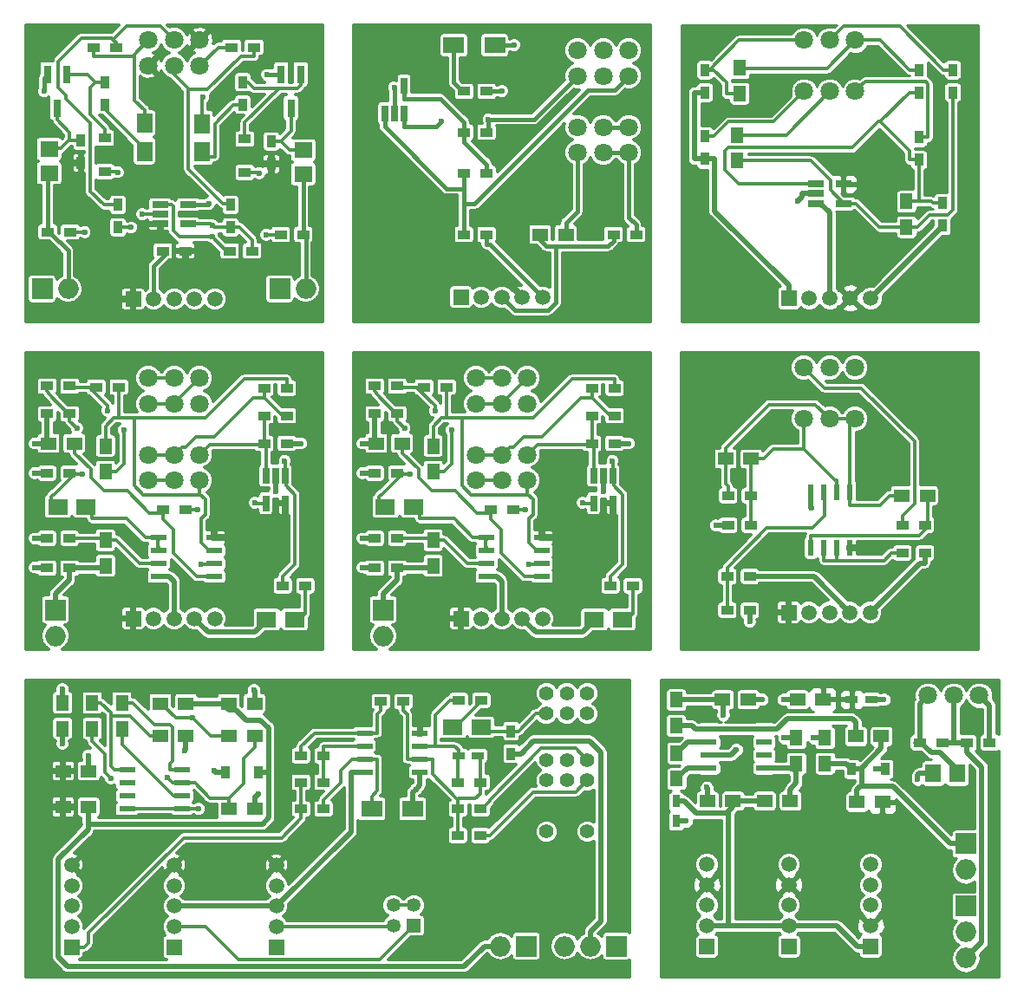
<source format=gtl>
%MOIN*%
%OFA0B0*%
%FSLAX46Y46*%
%IPPOS*%
%LPD*%
%ADD10C,0.0039370078740157488*%
%ADD11R,0.035433070866141732X0.047244094488188976*%
%ADD12R,0.061417322834645675X0.025590551181102365*%
%ADD13R,0.049212598425196853X0.059055118110236227*%
%ADD14R,0.059055118110236227X0.059055118110236227*%
%ADD15C,0.059055118110236227*%
%ADD16C,0.070866141732283464*%
%ADD17C,0.023622047244094488*%
%ADD18C,0.01968503937007874*%
%ADD19C,0.011811023622047244*%
%ADD20C,0.01*%
%ADD31C,0.0039370078740157488*%
%ADD32R,0.047244094488188976X0.035433070866141732*%
%ADD33O,0.0787X0.0787*%
%ADD34R,0.0787X0.0787*%
%ADD35R,0.061417322834645675X0.025590551181102365*%
%ADD36R,0.031496062992125991X0.070866141732283464*%
%ADD37R,0.035433070866141732X0.047244094488188976*%
%ADD38R,0.048031496062992125X0.03582677165354331*%
%ADD39R,0.059055118110236227X0.059055118110236227*%
%ADD40C,0.059055118110236227*%
%ADD41C,0.070866141732283464*%
%ADD42R,0.0709X0.061000000000000006*%
%ADD43R,0.0591X0.076800000000000007*%
%ADD44C,0.023622047244094488*%
%ADD45C,0.011811023622047244*%
%ADD46C,0.015748031496062995*%
%ADD47C,0.0039370078740157488*%
%ADD48R,0.047244094488188976X0.035433070866141732*%
%ADD49O,0.0787X0.0787*%
%ADD50R,0.0787X0.0787*%
%ADD51R,0.049212598425196853X0.059055118110236227*%
%ADD52R,0.059055118110236227X0.049212598425196853*%
%ADD53R,0.025590551181102365X0.061417322834645675*%
%ADD54R,0.0610236220472441X0.023622047244094488*%
%ADD55R,0.059055118110236227X0.059055118110236227*%
%ADD56C,0.059055118110236227*%
%ADD57C,0.070866141732283464*%
%ADD58R,0.076800000000000007X0.0591*%
%ADD59C,0.023622047244094488*%
%ADD60C,0.011811023622047244*%
%ADD61C,0.01968503937007874*%
%ADD62C,0.0039370078740157488*%
%ADD63R,0.059055118110236227X0.049212598425196853*%
%ADD64R,0.047244094488188976X0.035433070866141732*%
%ADD65R,0.023622047244094488X0.0610236220472441*%
%ADD66R,0.059055118110236227X0.059055118110236227*%
%ADD67C,0.059055118110236227*%
%ADD68C,0.070866141732283464*%
%ADD69C,0.023622047244094488*%
%ADD70C,0.011811023622047244*%
%ADD71C,0.01968503937007874*%
%ADD72C,0.0039370078740157488*%
%ADD73R,0.07874015748031496X0.062992125984251982*%
%ADD74R,0.059055118110236227X0.049212598425196853*%
%ADD75R,0.047244094488188976X0.035433070866141732*%
%ADD76R,0.025590551181102365X0.061417322834645675*%
%ADD77R,0.059055118110236227X0.059055118110236227*%
%ADD78C,0.059055118110236227*%
%ADD79C,0.070866141732283464*%
%ADD80C,0.023622047244094488*%
%ADD81C,0.015748031496062995*%
%ADD82C,0.011811023622047244*%
%ADD83C,0.0039370078740157488*%
%ADD84R,0.061000000000000006X0.0709*%
%ADD85R,0.049212598425196853X0.059055118110236227*%
%ADD86R,0.059055118110236227X0.049212598425196853*%
%ADD87R,0.029527559055118113X0.047244094488188976*%
%ADD88R,0.047244094488188976X0.029527559055118113*%
%ADD89R,0.0610236220472441X0.023622047244094488*%
%ADD90R,0.047244094488188976X0.035433070866141732*%
%ADD91R,0.03582677165354331X0.048031496062992125*%
%ADD92O,0.0787X0.0787*%
%ADD93R,0.0787X0.0787*%
%ADD94R,0.059055118110236227X0.059055118110236227*%
%ADD95C,0.059055118110236227*%
%ADD96C,0.070866141732283464*%
%ADD97C,0.023622047244094488*%
%ADD98C,0.01968503937007874*%
%ADD99C,0.01*%
%ADD100C,0.0039370078740157488*%
%ADD101O,0.0787X0.0787*%
%ADD102R,0.0787X0.0787*%
%ADD103R,0.049212598425196853X0.059055118110236227*%
%ADD104R,0.07874015748031496X0.062992125984251982*%
%ADD105R,0.059055118110236227X0.049212598425196853*%
%ADD106R,0.03582677165354331X0.048031496062992125*%
%ADD107R,0.0610236220472441X0.023622047244094488*%
%ADD108R,0.053149606299212608X0.053149606299212608*%
%ADD109C,0.053149606299212608*%
%ADD110R,0.047244094488188976X0.035433070866141732*%
%ADD111R,0.059055118110236227X0.059055118110236227*%
%ADD112C,0.059055118110236227*%
%ADD113R,0.047244094488188976X0.029527559055118113*%
%ADD114R,0.035433070866141732X0.047244094488188976*%
%ADD115C,0.055118110236220472*%
%ADD116R,0.076800000000000007X0.0591*%
%ADD117C,0.023622047244094488*%
%ADD118C,0.011811023622047244*%
%ADD119C,0.01968503937007874*%
%ADD120C,0.0039370078740157488*%
%ADD121R,0.047244094488188976X0.035433070866141732*%
%ADD122O,0.0787X0.0787*%
%ADD123R,0.0787X0.0787*%
%ADD124R,0.049212598425196853X0.059055118110236227*%
%ADD125R,0.059055118110236227X0.049212598425196853*%
%ADD126R,0.025590551181102365X0.061417322834645675*%
%ADD127R,0.0610236220472441X0.023622047244094488*%
%ADD128R,0.059055118110236227X0.059055118110236227*%
%ADD129C,0.059055118110236227*%
%ADD130C,0.070866141732283464*%
%ADD131R,0.076800000000000007X0.0591*%
%ADD132C,0.023622047244094488*%
%ADD133C,0.011811023622047244*%
%ADD134C,0.01968503937007874*%
G01G01*
D10*
D11*
X-0004173228Y0006377952D02*
X0003452755Y0003421259D03*
X0003452755Y0003507874D03*
D12*
X0003057086Y0003068897D03*
X0003057086Y0003031496D03*
X0003057086Y0002994094D03*
X0003163385Y0002994094D03*
X0003163385Y0003068897D03*
D13*
X0002755905Y0003257874D03*
X0002755905Y0003159448D03*
X0003405511Y0003001968D03*
X0003405511Y0002903543D03*
D11*
X0003582677Y0003507874D03*
X0003582677Y0003421259D03*
X0002629921Y0003507874D03*
X0002629921Y0003421259D03*
X0002629921Y0003251968D03*
X0002629921Y0003165354D03*
X0003452755Y0003161417D03*
X0003452755Y0003248031D03*
X0003543307Y0002909448D03*
X0003543307Y0002996062D03*
D14*
X0002952755Y0002629921D03*
D15*
X0003031496Y0002629921D03*
X0003110236Y0002629921D03*
X0003188976Y0002629921D03*
X0003267716Y0002629921D03*
D16*
X0003208661Y0003622047D03*
X0003110236Y0003622047D03*
X0003011811Y0003622047D03*
X0003208661Y0003425196D03*
X0003110236Y0003425196D03*
X0003011811Y0003425196D03*
D13*
X0002763779Y0003515748D03*
X0002763779Y0003417322D03*
D17*
X0003224409Y0003066929D03*
X0002987244Y0003002157D03*
D18*
X0003224409Y0003066929D02*
X0003165354Y0003066929D01*
X0003165354Y0003066929D02*
X0003163385Y0003068897D01*
X0003004724Y0003019625D02*
X0002987244Y0003002157D01*
X0003004724Y0003031496D02*
X0003004724Y0003019625D01*
X0003057086Y0003031496D02*
X0003004724Y0003031496D01*
X0002590539Y0003165354D02*
X0002590539Y0003421259D01*
X0002629921Y0003165354D02*
X0002590539Y0003165354D01*
X0002629921Y0003421259D02*
X0002590539Y0003421259D01*
X0002669303Y0002964566D02*
X0002669303Y0003165354D01*
X0002952755Y0002681114D02*
X0002669303Y0002964566D01*
X0002629921Y0003165354D02*
X0002669303Y0003165354D01*
X0002952755Y0002629921D02*
X0002952755Y0002681114D01*
D19*
X0002942913Y0003257874D02*
X0002755905Y0003257874D01*
X0003110236Y0003425196D02*
X0002942913Y0003257874D01*
X0003112755Y0003044720D02*
X0003163385Y0002994094D01*
X0003112755Y0003084161D02*
X0003112755Y0003044720D01*
X0003037480Y0003159448D02*
X0003112755Y0003084161D01*
X0002755905Y0003159448D02*
X0003037480Y0003159448D01*
X0003302362Y0002903543D02*
X0003405511Y0002903543D01*
X0003211811Y0002994094D02*
X0003302362Y0002903543D01*
X0003163385Y0002994094D02*
X0003211811Y0002994094D01*
X0003582677Y0002968748D02*
X0003582677Y0003421259D01*
X0003564724Y0002950803D02*
X0003582677Y0002968748D01*
X0003495118Y0002950803D02*
X0003564724Y0002950803D01*
X0003447834Y0002903543D02*
X0003495118Y0002950803D01*
X0003405511Y0002903543D02*
X0003447834Y0002903543D01*
X0003305118Y0003309062D02*
X0003298228Y0003309062D01*
X0003197834Y0003208657D02*
X0002720468Y0003208657D01*
X0003298228Y0003309062D02*
X0003197834Y0003208657D01*
X0002720468Y0003208657D02*
X0002708661Y0003196850D01*
X0002708661Y0003196850D02*
X0002708661Y0003122047D01*
X0002761811Y0003068897D02*
X0003057086Y0003068897D01*
X0002708661Y0003122047D02*
X0002761811Y0003068897D01*
X0003405511Y0003001968D02*
X0003452755Y0003001968D01*
X0003507874Y0002996062D02*
X0003543307Y0002996062D01*
X0003501968Y0003001968D02*
X0003507874Y0002996062D01*
X0003452755Y0003001968D02*
X0003501968Y0003001968D01*
X0003452755Y0003001968D02*
X0003452755Y0003161417D01*
X0003417322Y0003421259D02*
X0003452755Y0003421259D01*
X0003305118Y0003309062D02*
X0003417322Y0003421259D01*
X0003417322Y0003196862D02*
X0003305118Y0003309062D01*
X0003417322Y0003161417D02*
X0003417322Y0003196862D01*
X0003452755Y0003161417D02*
X0003417322Y0003161417D01*
X0003303137Y0003622047D02*
X0003417311Y0003507874D01*
X0003208661Y0003622047D02*
X0003303137Y0003622047D01*
X0003452755Y0003507874D02*
X0003417311Y0003507874D01*
X0003100393Y0003513779D02*
X0003208661Y0003622047D01*
X0002755905Y0003513779D02*
X0003100393Y0003513779D01*
X0002629921Y0003507874D02*
X0002647637Y0003507874D01*
X0002713582Y0003415354D02*
X0002755905Y0003415354D01*
X0002713582Y0003459669D02*
X0002713582Y0003415354D01*
X0002665354Y0003507874D02*
X0002713582Y0003459669D01*
X0002647637Y0003507874D02*
X0002665354Y0003507874D01*
X0002761811Y0003622047D02*
X0003011811Y0003622047D01*
X0002647637Y0003507874D02*
X0002761811Y0003622047D01*
D18*
X0003094488Y0002633858D02*
X0003109448Y0002648830D01*
X0003110236Y0002629921D02*
X0003110236Y0002794389D01*
X0003074999Y0002994094D02*
X0003057086Y0002994094D01*
X0003110236Y0002958858D02*
X0003074999Y0002994094D01*
X0003110236Y0002794389D02*
X0003110236Y0002958858D01*
X0003109448Y0002793602D02*
X0003109448Y0002648830D01*
X0003110236Y0002794389D02*
X0003109448Y0002793602D01*
X0003543307Y0002905511D02*
X0003543307Y0002909448D01*
X0003267716Y0002629921D02*
X0003543307Y0002905511D01*
D19*
X0003379783Y0003675322D02*
X0003547232Y0003507874D01*
X0003163511Y0003675322D02*
X0003379783Y0003675322D01*
X0003110236Y0003622047D02*
X0003163511Y0003675322D01*
X0003582677Y0003507874D02*
X0003547232Y0003507874D01*
X0002721468Y0003308070D02*
X0002665366Y0003251968D01*
X0002894685Y0003308070D02*
X0002721468Y0003308070D01*
X0003011811Y0003425196D02*
X0002894685Y0003308070D01*
X0002629921Y0003251968D02*
X0002665366Y0003251968D01*
X0003488200Y0003453759D02*
X0003488200Y0003248031D01*
X0003479346Y0003462614D02*
X0003488200Y0003453759D01*
X0003246078Y0003462614D02*
X0003479346Y0003462614D01*
X0003208661Y0003425196D02*
X0003246078Y0003462614D01*
X0003452755Y0003248031D02*
X0003488200Y0003248031D01*
D20*
G36*
X0003127507Y0003671444D02*
X0003120673Y0003674282D01*
X0003099889Y0003674300D01*
X0003080680Y0003666363D01*
X0003065971Y0003651679D01*
X0003061021Y0003639757D01*
X0003056127Y0003651602D01*
X0003041443Y0003666311D01*
X0003022248Y0003674282D01*
X0003001464Y0003674300D01*
X0002982255Y0003666363D01*
X0002967546Y0003651679D01*
X0002964674Y0003644763D01*
X0002761811Y0003644763D01*
X0002753117Y0003643034D01*
X0002745747Y0003638110D01*
X0002745747Y0003638110D01*
X0002654673Y0003547035D01*
X0002654306Y0003547285D01*
X0002647637Y0003548636D01*
X0002612204Y0003548636D01*
X0002605974Y0003547464D01*
X0002600253Y0003543782D01*
X0002596414Y0003538164D01*
X0002595064Y0003531496D01*
X0002595064Y0003484251D01*
X0002596236Y0003478022D01*
X0002599918Y0003472300D01*
X0002605536Y0003468462D01*
X0002612204Y0003467111D01*
X0002647637Y0003467111D01*
X0002653867Y0003468283D01*
X0002659589Y0003471965D01*
X0002663427Y0003477583D01*
X0002663444Y0003477665D01*
X0002690866Y0003450256D01*
X0002690866Y0003415354D01*
X0002692595Y0003406661D01*
X0002697519Y0003399291D01*
X0002704889Y0003394367D01*
X0002713582Y0003392637D01*
X0002722032Y0003392637D01*
X0002722032Y0003387795D01*
X0002723205Y0003381565D01*
X0002726886Y0003375843D01*
X0002732504Y0003372005D01*
X0002739173Y0003370654D01*
X0002788385Y0003370654D01*
X0002794615Y0003371827D01*
X0002800337Y0003375508D01*
X0002804175Y0003381126D01*
X0002805526Y0003387795D01*
X0002805526Y0003446850D01*
X0002804353Y0003453080D01*
X0002800672Y0003458801D01*
X0002795054Y0003462640D01*
X0002788385Y0003463990D01*
X0002739173Y0003463990D01*
X0002735574Y0003463313D01*
X0002735428Y0003464044D01*
X0002734570Y0003468362D01*
X0002734568Y0003468364D01*
X0002734567Y0003468367D01*
X0002733295Y0003470270D01*
X0002739173Y0003469080D01*
X0002788385Y0003469080D01*
X0002794615Y0003470252D01*
X0002800337Y0003473934D01*
X0002804175Y0003479551D01*
X0002805526Y0003486220D01*
X0002805526Y0003491062D01*
X0003100393Y0003491062D01*
X0003100393Y0003491062D01*
X0003109086Y0003492792D01*
X0003116456Y0003497716D01*
X0003191390Y0003572649D01*
X0003198223Y0003569812D01*
X0003219007Y0003569794D01*
X0003238216Y0003577731D01*
X0003252925Y0003592414D01*
X0003255797Y0003599330D01*
X0003293728Y0003599330D01*
X0003401247Y0003491811D01*
X0003401247Y0003491810D01*
X0003408617Y0003486886D01*
X0003416440Y0003485330D01*
X0003246078Y0003485330D01*
X0003246078Y0003485330D01*
X0003237385Y0003483601D01*
X0003230015Y0003478677D01*
X0003230015Y0003478677D01*
X0003225932Y0003474594D01*
X0003219099Y0003477431D01*
X0003198315Y0003477449D01*
X0003179106Y0003469513D01*
X0003164396Y0003454829D01*
X0003159446Y0003442907D01*
X0003154552Y0003454752D01*
X0003139868Y0003469461D01*
X0003120673Y0003477431D01*
X0003099889Y0003477449D01*
X0003080680Y0003469513D01*
X0003065971Y0003454829D01*
X0003061021Y0003442907D01*
X0003056127Y0003454752D01*
X0003041443Y0003469461D01*
X0003022248Y0003477431D01*
X0003001464Y0003477449D01*
X0002982255Y0003469513D01*
X0002967546Y0003454829D01*
X0002959575Y0003435634D01*
X0002959557Y0003414850D01*
X0002962417Y0003407929D01*
X0002885275Y0003330787D01*
X0002721468Y0003330787D01*
X0002712775Y0003329058D01*
X0002705405Y0003324133D01*
X0002705405Y0003324133D01*
X0002663404Y0003282133D01*
X0002659924Y0003287542D01*
X0002654306Y0003291380D01*
X0002647637Y0003292730D01*
X0002617192Y0003292730D01*
X0002617192Y0003380497D01*
X0002647637Y0003380497D01*
X0002653867Y0003381669D01*
X0002659589Y0003385351D01*
X0002663427Y0003390969D01*
X0002664778Y0003397637D01*
X0002664778Y0003444881D01*
X0002663605Y0003451111D01*
X0002659924Y0003456833D01*
X0002654306Y0003460671D01*
X0002647637Y0003462022D01*
X0002612204Y0003462022D01*
X0002605974Y0003460850D01*
X0002600253Y0003457168D01*
X0002596414Y0003451550D01*
X0002595678Y0003447913D01*
X0002590539Y0003447913D01*
X0002580339Y0003445884D01*
X0002571692Y0003440106D01*
X0002565914Y0003431459D01*
X0002563885Y0003421259D01*
X0002563885Y0003165354D01*
X0002565914Y0003155154D01*
X0002571692Y0003146507D01*
X0002580339Y0003140729D01*
X0002590539Y0003138700D01*
X0002595634Y0003138700D01*
X0002596236Y0003135502D01*
X0002599918Y0003129780D01*
X0002605536Y0003125942D01*
X0002612204Y0003124591D01*
X0002642649Y0003124591D01*
X0002642649Y0002964566D01*
X0002644678Y0002954367D01*
X0002649092Y0002947760D01*
X0002650456Y0002945720D01*
X0002920163Y0002676012D01*
X0002916998Y0002675416D01*
X0002911276Y0002671735D01*
X0002907438Y0002666117D01*
X0002906087Y0002659448D01*
X0002906087Y0002600393D01*
X0002907260Y0002594163D01*
X0002910942Y0002588442D01*
X0002916559Y0002584603D01*
X0002923228Y0002583253D01*
X0002982283Y0002583253D01*
X0002988513Y0002584425D01*
X0002994234Y0002588107D01*
X0002998073Y0002593725D01*
X0002998761Y0002597123D01*
X0003005213Y0002590660D01*
X0003022238Y0002583590D01*
X0003040672Y0002583574D01*
X0003057710Y0002590614D01*
X0003070757Y0002603638D01*
X0003070857Y0002603880D01*
X0003070929Y0002603706D01*
X0003083953Y0002590660D01*
X0003100978Y0002583590D01*
X0003119413Y0002583574D01*
X0003136450Y0002590614D01*
X0003137510Y0002591672D01*
X0003157798Y0002591672D01*
X0003160475Y0002582186D01*
X0003180912Y0002574913D01*
X0003202576Y0002576014D01*
X0003217477Y0002582186D01*
X0003220154Y0002591672D01*
X0003188976Y0002622850D01*
X0003157798Y0002591672D01*
X0003137510Y0002591672D01*
X0003145945Y0002600092D01*
X0003150727Y0002598743D01*
X0003181905Y0002629921D01*
X0003150727Y0002661098D01*
X0003145937Y0002659747D01*
X0003137529Y0002668169D01*
X0003157798Y0002668169D01*
X0003188976Y0002636992D01*
X0003220154Y0002668169D01*
X0003217477Y0002677655D01*
X0003197040Y0002684929D01*
X0003175376Y0002683827D01*
X0003160475Y0002677655D01*
X0003157798Y0002668169D01*
X0003137529Y0002668169D01*
X0003136889Y0002668811D01*
X0003136889Y0002958858D01*
X0003135835Y0002964158D01*
X0003194094Y0002964158D01*
X0003200324Y0002965331D01*
X0003205267Y0002968511D01*
X0003286299Y0002887480D01*
X0003286299Y0002887480D01*
X0003293668Y0002882555D01*
X0003302362Y0002880826D01*
X0003363765Y0002880826D01*
X0003363765Y0002874015D01*
X0003364937Y0002867785D01*
X0003368619Y0002862064D01*
X0003374236Y0002858225D01*
X0003380905Y0002856875D01*
X0003430118Y0002856875D01*
X0003436347Y0002858047D01*
X0003442069Y0002861729D01*
X0003445907Y0002867347D01*
X0003447258Y0002874015D01*
X0003447258Y0002880826D01*
X0003447828Y0002880826D01*
X0003447828Y0002880826D01*
X0003447829Y0002880826D01*
X0003447834Y0002880826D01*
X0003452106Y0002881676D01*
X0003456522Y0002882553D01*
X0003456525Y0002882555D01*
X0003456527Y0002882555D01*
X0003460209Y0002885015D01*
X0003463893Y0002887476D01*
X0003504524Y0002928086D01*
X0003508450Y0002928086D01*
X0003508450Y0002908348D01*
X0003276353Y0002676252D01*
X0003258539Y0002676267D01*
X0003241502Y0002669228D01*
X0003232006Y0002659749D01*
X0003227225Y0002661098D01*
X0003196047Y0002629921D01*
X0003227225Y0002598743D01*
X0003232014Y0002600095D01*
X0003241433Y0002590660D01*
X0003258458Y0002583590D01*
X0003276893Y0002583574D01*
X0003293930Y0002590614D01*
X0003306977Y0002603638D01*
X0003314047Y0002620663D01*
X0003314062Y0002638573D01*
X0003544175Y0002868686D01*
X0003561023Y0002868686D01*
X0003567253Y0002869858D01*
X0003572975Y0002873540D01*
X0003576813Y0002879158D01*
X0003578163Y0002885826D01*
X0003578163Y0002932986D01*
X0003580783Y0002934736D01*
X0003580787Y0002934740D01*
X0003580787Y0002934740D01*
X0003580787Y0002934740D01*
X0003598736Y0002952681D01*
X0003598738Y0002952683D01*
X0003598740Y0002952685D01*
X0003601271Y0002956472D01*
X0003603662Y0002960050D01*
X0003603663Y0002960052D01*
X0003603664Y0002960054D01*
X0003604519Y0002964351D01*
X0003605393Y0002968743D01*
X0003605393Y0002968745D01*
X0003605393Y0002968748D01*
X0003605393Y0003381438D01*
X0003606623Y0003381669D01*
X0003612345Y0003385351D01*
X0003616183Y0003390969D01*
X0003617534Y0003397637D01*
X0003617534Y0003444881D01*
X0003616361Y0003451111D01*
X0003612680Y0003456833D01*
X0003607062Y0003460671D01*
X0003600393Y0003462022D01*
X0003564960Y0003462022D01*
X0003558730Y0003460850D01*
X0003553009Y0003457168D01*
X0003549170Y0003451550D01*
X0003547820Y0003444881D01*
X0003547820Y0003397637D01*
X0003548992Y0003391407D01*
X0003552674Y0003385686D01*
X0003558292Y0003381847D01*
X0003559960Y0003381510D01*
X0003559960Y0003036825D01*
X0003525590Y0003036825D01*
X0003519360Y0003035653D01*
X0003513639Y0003031971D01*
X0003509800Y0003026353D01*
X0003509172Y0003023252D01*
X0003501968Y0003024685D01*
X0003501968Y0003024685D01*
X0003475472Y0003024685D01*
X0003475472Y0003121595D01*
X0003476702Y0003121827D01*
X0003482423Y0003125508D01*
X0003486262Y0003131126D01*
X0003487612Y0003137795D01*
X0003487612Y0003185039D01*
X0003486440Y0003191269D01*
X0003482758Y0003196990D01*
X0003477140Y0003200829D01*
X0003470472Y0003202179D01*
X0003438981Y0003202179D01*
X0003438310Y0003205555D01*
X0003438310Y0003205555D01*
X0003438310Y0003205555D01*
X0003437165Y0003207269D01*
X0003470472Y0003207269D01*
X0003476702Y0003208441D01*
X0003482423Y0003212123D01*
X0003486262Y0003217740D01*
X0003487612Y0003224409D01*
X0003487612Y0003225314D01*
X0003488200Y0003225314D01*
X0003496894Y0003227044D01*
X0003504263Y0003231968D01*
X0003509188Y0003239338D01*
X0003510917Y0003248031D01*
X0003510917Y0003453759D01*
X0003510917Y0003453759D01*
X0003509188Y0003462453D01*
X0003505239Y0003468362D01*
X0003504263Y0003469822D01*
X0003504263Y0003469822D01*
X0003495409Y0003478677D01*
X0003488039Y0003483601D01*
X0003487502Y0003483708D01*
X0003487612Y0003484251D01*
X0003487612Y0003531496D01*
X0003486715Y0003536264D01*
X0003531169Y0003491810D01*
X0003538539Y0003486886D01*
X0003547232Y0003485157D01*
X0003547820Y0003485157D01*
X0003547820Y0003484251D01*
X0003548992Y0003478022D01*
X0003552674Y0003472300D01*
X0003558292Y0003468462D01*
X0003564960Y0003467111D01*
X0003600393Y0003467111D01*
X0003606623Y0003468283D01*
X0003612345Y0003471965D01*
X0003616183Y0003477583D01*
X0003617534Y0003484251D01*
X0003617534Y0003531496D01*
X0003616361Y0003537725D01*
X0003612680Y0003543447D01*
X0003607062Y0003547285D01*
X0003600393Y0003548636D01*
X0003564960Y0003548636D01*
X0003558730Y0003547464D01*
X0003553009Y0003543782D01*
X0003549170Y0003538164D01*
X0003549153Y0003538078D01*
X0003406208Y0003681023D01*
X0003681023Y0003681023D01*
X0003681023Y0002539448D01*
X0002539448Y0002539448D01*
X0002539448Y0003681023D01*
X0003137086Y0003681023D01*
X0003127507Y0003671444D01*
X0003127507Y0003671444D01*
G37*
X0003127507Y0003671444D02*
X0003120673Y0003674282D01*
X0003099889Y0003674300D01*
X0003080680Y0003666363D01*
X0003065971Y0003651679D01*
X0003061021Y0003639757D01*
X0003056127Y0003651602D01*
X0003041443Y0003666311D01*
X0003022248Y0003674282D01*
X0003001464Y0003674300D01*
X0002982255Y0003666363D01*
X0002967546Y0003651679D01*
X0002964674Y0003644763D01*
X0002761811Y0003644763D01*
X0002753117Y0003643034D01*
X0002745747Y0003638110D01*
X0002745747Y0003638110D01*
X0002654673Y0003547035D01*
X0002654306Y0003547285D01*
X0002647637Y0003548636D01*
X0002612204Y0003548636D01*
X0002605974Y0003547464D01*
X0002600253Y0003543782D01*
X0002596414Y0003538164D01*
X0002595064Y0003531496D01*
X0002595064Y0003484251D01*
X0002596236Y0003478022D01*
X0002599918Y0003472300D01*
X0002605536Y0003468462D01*
X0002612204Y0003467111D01*
X0002647637Y0003467111D01*
X0002653867Y0003468283D01*
X0002659589Y0003471965D01*
X0002663427Y0003477583D01*
X0002663444Y0003477665D01*
X0002690866Y0003450256D01*
X0002690866Y0003415354D01*
X0002692595Y0003406661D01*
X0002697519Y0003399291D01*
X0002704889Y0003394367D01*
X0002713582Y0003392637D01*
X0002722032Y0003392637D01*
X0002722032Y0003387795D01*
X0002723205Y0003381565D01*
X0002726886Y0003375843D01*
X0002732504Y0003372005D01*
X0002739173Y0003370654D01*
X0002788385Y0003370654D01*
X0002794615Y0003371827D01*
X0002800337Y0003375508D01*
X0002804175Y0003381126D01*
X0002805526Y0003387795D01*
X0002805526Y0003446850D01*
X0002804353Y0003453080D01*
X0002800672Y0003458801D01*
X0002795054Y0003462640D01*
X0002788385Y0003463990D01*
X0002739173Y0003463990D01*
X0002735574Y0003463313D01*
X0002735428Y0003464044D01*
X0002734570Y0003468362D01*
X0002734568Y0003468364D01*
X0002734567Y0003468367D01*
X0002733295Y0003470270D01*
X0002739173Y0003469080D01*
X0002788385Y0003469080D01*
X0002794615Y0003470252D01*
X0002800337Y0003473934D01*
X0002804175Y0003479551D01*
X0002805526Y0003486220D01*
X0002805526Y0003491062D01*
X0003100393Y0003491062D01*
X0003100393Y0003491062D01*
X0003109086Y0003492792D01*
X0003116456Y0003497716D01*
X0003191390Y0003572649D01*
X0003198223Y0003569812D01*
X0003219007Y0003569794D01*
X0003238216Y0003577731D01*
X0003252925Y0003592414D01*
X0003255797Y0003599330D01*
X0003293728Y0003599330D01*
X0003401247Y0003491811D01*
X0003401247Y0003491810D01*
X0003408617Y0003486886D01*
X0003416440Y0003485330D01*
X0003246078Y0003485330D01*
X0003246078Y0003485330D01*
X0003237385Y0003483601D01*
X0003230015Y0003478677D01*
X0003230015Y0003478677D01*
X0003225932Y0003474594D01*
X0003219099Y0003477431D01*
X0003198315Y0003477449D01*
X0003179106Y0003469513D01*
X0003164396Y0003454829D01*
X0003159446Y0003442907D01*
X0003154552Y0003454752D01*
X0003139868Y0003469461D01*
X0003120673Y0003477431D01*
X0003099889Y0003477449D01*
X0003080680Y0003469513D01*
X0003065971Y0003454829D01*
X0003061021Y0003442907D01*
X0003056127Y0003454752D01*
X0003041443Y0003469461D01*
X0003022248Y0003477431D01*
X0003001464Y0003477449D01*
X0002982255Y0003469513D01*
X0002967546Y0003454829D01*
X0002959575Y0003435634D01*
X0002959557Y0003414850D01*
X0002962417Y0003407929D01*
X0002885275Y0003330787D01*
X0002721468Y0003330787D01*
X0002712775Y0003329058D01*
X0002705405Y0003324133D01*
X0002705405Y0003324133D01*
X0002663404Y0003282133D01*
X0002659924Y0003287542D01*
X0002654306Y0003291380D01*
X0002647637Y0003292730D01*
X0002617192Y0003292730D01*
X0002617192Y0003380497D01*
X0002647637Y0003380497D01*
X0002653867Y0003381669D01*
X0002659589Y0003385351D01*
X0002663427Y0003390969D01*
X0002664778Y0003397637D01*
X0002664778Y0003444881D01*
X0002663605Y0003451111D01*
X0002659924Y0003456833D01*
X0002654306Y0003460671D01*
X0002647637Y0003462022D01*
X0002612204Y0003462022D01*
X0002605974Y0003460850D01*
X0002600253Y0003457168D01*
X0002596414Y0003451550D01*
X0002595678Y0003447913D01*
X0002590539Y0003447913D01*
X0002580339Y0003445884D01*
X0002571692Y0003440106D01*
X0002565914Y0003431459D01*
X0002563885Y0003421259D01*
X0002563885Y0003165354D01*
X0002565914Y0003155154D01*
X0002571692Y0003146507D01*
X0002580339Y0003140729D01*
X0002590539Y0003138700D01*
X0002595634Y0003138700D01*
X0002596236Y0003135502D01*
X0002599918Y0003129780D01*
X0002605536Y0003125942D01*
X0002612204Y0003124591D01*
X0002642649Y0003124591D01*
X0002642649Y0002964566D01*
X0002644678Y0002954367D01*
X0002649092Y0002947760D01*
X0002650456Y0002945720D01*
X0002920163Y0002676012D01*
X0002916998Y0002675416D01*
X0002911276Y0002671735D01*
X0002907438Y0002666117D01*
X0002906087Y0002659448D01*
X0002906087Y0002600393D01*
X0002907260Y0002594163D01*
X0002910942Y0002588442D01*
X0002916559Y0002584603D01*
X0002923228Y0002583253D01*
X0002982283Y0002583253D01*
X0002988513Y0002584425D01*
X0002994234Y0002588107D01*
X0002998073Y0002593725D01*
X0002998761Y0002597123D01*
X0003005213Y0002590660D01*
X0003022238Y0002583590D01*
X0003040672Y0002583574D01*
X0003057710Y0002590614D01*
X0003070757Y0002603638D01*
X0003070857Y0002603880D01*
X0003070929Y0002603706D01*
X0003083953Y0002590660D01*
X0003100978Y0002583590D01*
X0003119413Y0002583574D01*
X0003136450Y0002590614D01*
X0003137510Y0002591672D01*
X0003157798Y0002591672D01*
X0003160475Y0002582186D01*
X0003180912Y0002574913D01*
X0003202576Y0002576014D01*
X0003217477Y0002582186D01*
X0003220154Y0002591672D01*
X0003188976Y0002622850D01*
X0003157798Y0002591672D01*
X0003137510Y0002591672D01*
X0003145945Y0002600092D01*
X0003150727Y0002598743D01*
X0003181905Y0002629921D01*
X0003150727Y0002661098D01*
X0003145937Y0002659747D01*
X0003137529Y0002668169D01*
X0003157798Y0002668169D01*
X0003188976Y0002636992D01*
X0003220154Y0002668169D01*
X0003217477Y0002677655D01*
X0003197040Y0002684929D01*
X0003175376Y0002683827D01*
X0003160475Y0002677655D01*
X0003157798Y0002668169D01*
X0003137529Y0002668169D01*
X0003136889Y0002668811D01*
X0003136889Y0002958858D01*
X0003135835Y0002964158D01*
X0003194094Y0002964158D01*
X0003200324Y0002965331D01*
X0003205267Y0002968511D01*
X0003286299Y0002887480D01*
X0003286299Y0002887480D01*
X0003293668Y0002882555D01*
X0003302362Y0002880826D01*
X0003363765Y0002880826D01*
X0003363765Y0002874015D01*
X0003364937Y0002867785D01*
X0003368619Y0002862064D01*
X0003374236Y0002858225D01*
X0003380905Y0002856875D01*
X0003430118Y0002856875D01*
X0003436347Y0002858047D01*
X0003442069Y0002861729D01*
X0003445907Y0002867347D01*
X0003447258Y0002874015D01*
X0003447258Y0002880826D01*
X0003447828Y0002880826D01*
X0003447828Y0002880826D01*
X0003447829Y0002880826D01*
X0003447834Y0002880826D01*
X0003452106Y0002881676D01*
X0003456522Y0002882553D01*
X0003456525Y0002882555D01*
X0003456527Y0002882555D01*
X0003460209Y0002885015D01*
X0003463893Y0002887476D01*
X0003504524Y0002928086D01*
X0003508450Y0002928086D01*
X0003508450Y0002908348D01*
X0003276353Y0002676252D01*
X0003258539Y0002676267D01*
X0003241502Y0002669228D01*
X0003232006Y0002659749D01*
X0003227225Y0002661098D01*
X0003196047Y0002629921D01*
X0003227225Y0002598743D01*
X0003232014Y0002600095D01*
X0003241433Y0002590660D01*
X0003258458Y0002583590D01*
X0003276893Y0002583574D01*
X0003293930Y0002590614D01*
X0003306977Y0002603638D01*
X0003314047Y0002620663D01*
X0003314062Y0002638573D01*
X0003544175Y0002868686D01*
X0003561023Y0002868686D01*
X0003567253Y0002869858D01*
X0003572975Y0002873540D01*
X0003576813Y0002879158D01*
X0003578163Y0002885826D01*
X0003578163Y0002932986D01*
X0003580783Y0002934736D01*
X0003580787Y0002934740D01*
X0003580787Y0002934740D01*
X0003580787Y0002934740D01*
X0003598736Y0002952681D01*
X0003598738Y0002952683D01*
X0003598740Y0002952685D01*
X0003601271Y0002956472D01*
X0003603662Y0002960050D01*
X0003603663Y0002960052D01*
X0003603664Y0002960054D01*
X0003604519Y0002964351D01*
X0003605393Y0002968743D01*
X0003605393Y0002968745D01*
X0003605393Y0002968748D01*
X0003605393Y0003381438D01*
X0003606623Y0003381669D01*
X0003612345Y0003385351D01*
X0003616183Y0003390969D01*
X0003617534Y0003397637D01*
X0003617534Y0003444881D01*
X0003616361Y0003451111D01*
X0003612680Y0003456833D01*
X0003607062Y0003460671D01*
X0003600393Y0003462022D01*
X0003564960Y0003462022D01*
X0003558730Y0003460850D01*
X0003553009Y0003457168D01*
X0003549170Y0003451550D01*
X0003547820Y0003444881D01*
X0003547820Y0003397637D01*
X0003548992Y0003391407D01*
X0003552674Y0003385686D01*
X0003558292Y0003381847D01*
X0003559960Y0003381510D01*
X0003559960Y0003036825D01*
X0003525590Y0003036825D01*
X0003519360Y0003035653D01*
X0003513639Y0003031971D01*
X0003509800Y0003026353D01*
X0003509172Y0003023252D01*
X0003501968Y0003024685D01*
X0003501968Y0003024685D01*
X0003475472Y0003024685D01*
X0003475472Y0003121595D01*
X0003476702Y0003121827D01*
X0003482423Y0003125508D01*
X0003486262Y0003131126D01*
X0003487612Y0003137795D01*
X0003487612Y0003185039D01*
X0003486440Y0003191269D01*
X0003482758Y0003196990D01*
X0003477140Y0003200829D01*
X0003470472Y0003202179D01*
X0003438981Y0003202179D01*
X0003438310Y0003205555D01*
X0003438310Y0003205555D01*
X0003438310Y0003205555D01*
X0003437165Y0003207269D01*
X0003470472Y0003207269D01*
X0003476702Y0003208441D01*
X0003482423Y0003212123D01*
X0003486262Y0003217740D01*
X0003487612Y0003224409D01*
X0003487612Y0003225314D01*
X0003488200Y0003225314D01*
X0003496894Y0003227044D01*
X0003504263Y0003231968D01*
X0003509188Y0003239338D01*
X0003510917Y0003248031D01*
X0003510917Y0003453759D01*
X0003510917Y0003453759D01*
X0003509188Y0003462453D01*
X0003505239Y0003468362D01*
X0003504263Y0003469822D01*
X0003504263Y0003469822D01*
X0003495409Y0003478677D01*
X0003488039Y0003483601D01*
X0003487502Y0003483708D01*
X0003487612Y0003484251D01*
X0003487612Y0003531496D01*
X0003486715Y0003536264D01*
X0003531169Y0003491810D01*
X0003538539Y0003486886D01*
X0003547232Y0003485157D01*
X0003547820Y0003485157D01*
X0003547820Y0003484251D01*
X0003548992Y0003478022D01*
X0003552674Y0003472300D01*
X0003558292Y0003468462D01*
X0003564960Y0003467111D01*
X0003600393Y0003467111D01*
X0003606623Y0003468283D01*
X0003612345Y0003471965D01*
X0003616183Y0003477583D01*
X0003617534Y0003484251D01*
X0003617534Y0003531496D01*
X0003616361Y0003537725D01*
X0003612680Y0003543447D01*
X0003607062Y0003547285D01*
X0003600393Y0003548636D01*
X0003564960Y0003548636D01*
X0003558730Y0003547464D01*
X0003553009Y0003543782D01*
X0003549170Y0003538164D01*
X0003549153Y0003538078D01*
X0003406208Y0003681023D01*
X0003681023Y0003681023D01*
X0003681023Y0002539448D01*
X0002539448Y0002539448D01*
X0002539448Y0003681023D01*
X0003137086Y0003681023D01*
X0003127507Y0003671444D01*
G36*
X0003394606Y0003187452D02*
X0003394606Y0003161417D01*
X0003396335Y0003152724D01*
X0003401259Y0003145354D01*
X0003408629Y0003140430D01*
X0003417322Y0003138700D01*
X0003417899Y0003138700D01*
X0003417899Y0003137795D01*
X0003419071Y0003131565D01*
X0003422753Y0003125843D01*
X0003428370Y0003122005D01*
X0003430039Y0003121667D01*
X0003430039Y0003048636D01*
X0003380905Y0003048636D01*
X0003374675Y0003047464D01*
X0003368954Y0003043782D01*
X0003365115Y0003038164D01*
X0003363765Y0003031496D01*
X0003363765Y0002972440D01*
X0003364937Y0002966211D01*
X0003368619Y0002960489D01*
X0003374236Y0002956651D01*
X0003380905Y0002955300D01*
X0003430118Y0002955300D01*
X0003436347Y0002956472D01*
X0003442069Y0002960154D01*
X0003445907Y0002965772D01*
X0003447258Y0002972440D01*
X0003447258Y0002979251D01*
X0003492930Y0002979251D01*
X0003499180Y0002975075D01*
X0003507002Y0002973519D01*
X0003495118Y0002973519D01*
X0003490769Y0002972654D01*
X0003486430Y0002971792D01*
X0003486427Y0002971791D01*
X0003486424Y0002971790D01*
X0003482688Y0002969293D01*
X0003479059Y0002966870D01*
X0003479055Y0002966866D01*
X0003479055Y0002966866D01*
X0003479055Y0002966866D01*
X0003446939Y0002934766D01*
X0003446086Y0002939300D01*
X0003442404Y0002945022D01*
X0003436786Y0002948860D01*
X0003430118Y0002950211D01*
X0003380905Y0002950211D01*
X0003374675Y0002949039D01*
X0003368954Y0002945357D01*
X0003365115Y0002939739D01*
X0003363765Y0002933070D01*
X0003363765Y0002926259D01*
X0003311771Y0002926259D01*
X0003227874Y0003010157D01*
X0003220504Y0003015081D01*
X0003211811Y0003016811D01*
X0003211810Y0003016811D01*
X0003207687Y0003016811D01*
X0003206380Y0003018841D01*
X0003200763Y0003022679D01*
X0003194094Y0003024030D01*
X0003165575Y0003024030D01*
X0003155318Y0003034285D01*
X0003158385Y0003037352D01*
X0003158385Y0003063897D01*
X0003168385Y0003063897D01*
X0003168385Y0003037352D01*
X0003174635Y0003031102D01*
X0003199067Y0003031102D01*
X0003208255Y0003034908D01*
X0003215288Y0003041940D01*
X0003219094Y0003051129D01*
X0003219094Y0003057647D01*
X0003212844Y0003063897D01*
X0003168385Y0003063897D01*
X0003158385Y0003063897D01*
X0003157598Y0003063897D01*
X0003157598Y0003073897D01*
X0003158385Y0003073897D01*
X0003158385Y0003100442D01*
X0003168385Y0003100442D01*
X0003168385Y0003073897D01*
X0003212844Y0003073897D01*
X0003219094Y0003080147D01*
X0003219094Y0003086665D01*
X0003215288Y0003095854D01*
X0003208255Y0003102886D01*
X0003199067Y0003106692D01*
X0003174635Y0003106692D01*
X0003168385Y0003100442D01*
X0003158385Y0003100442D01*
X0003152135Y0003106692D01*
X0003127704Y0003106692D01*
X0003123919Y0003105125D01*
X0003053544Y0003175510D01*
X0003053543Y0003175511D01*
X0003053543Y0003175511D01*
X0003049935Y0003177922D01*
X0003046175Y0003180435D01*
X0003046174Y0003180435D01*
X0003046173Y0003180436D01*
X0003042133Y0003181239D01*
X0003037482Y0003182165D01*
X0003037481Y0003182165D01*
X0003037480Y0003182165D01*
X0002797652Y0003182165D01*
X0002797652Y0003185940D01*
X0003197834Y0003185940D01*
X0003197835Y0003185941D01*
X0003197835Y0003185940D01*
X0003202523Y0003186873D01*
X0003206527Y0003187670D01*
X0003206528Y0003187670D01*
X0003206529Y0003187670D01*
X0003210307Y0003190195D01*
X0003213897Y0003192594D01*
X0003213898Y0003192595D01*
X0003213898Y0003192595D01*
X0003301674Y0003280381D01*
X0003394606Y0003187452D01*
X0003394606Y0003187452D01*
G37*
X0003394606Y0003187452D02*
X0003394606Y0003161417D01*
X0003396335Y0003152724D01*
X0003401259Y0003145354D01*
X0003408629Y0003140430D01*
X0003417322Y0003138700D01*
X0003417899Y0003138700D01*
X0003417899Y0003137795D01*
X0003419071Y0003131565D01*
X0003422753Y0003125843D01*
X0003428370Y0003122005D01*
X0003430039Y0003121667D01*
X0003430039Y0003048636D01*
X0003380905Y0003048636D01*
X0003374675Y0003047464D01*
X0003368954Y0003043782D01*
X0003365115Y0003038164D01*
X0003363765Y0003031496D01*
X0003363765Y0002972440D01*
X0003364937Y0002966211D01*
X0003368619Y0002960489D01*
X0003374236Y0002956651D01*
X0003380905Y0002955300D01*
X0003430118Y0002955300D01*
X0003436347Y0002956472D01*
X0003442069Y0002960154D01*
X0003445907Y0002965772D01*
X0003447258Y0002972440D01*
X0003447258Y0002979251D01*
X0003492930Y0002979251D01*
X0003499180Y0002975075D01*
X0003507002Y0002973519D01*
X0003495118Y0002973519D01*
X0003490769Y0002972654D01*
X0003486430Y0002971792D01*
X0003486427Y0002971791D01*
X0003486424Y0002971790D01*
X0003482688Y0002969293D01*
X0003479059Y0002966870D01*
X0003479055Y0002966866D01*
X0003479055Y0002966866D01*
X0003479055Y0002966866D01*
X0003446939Y0002934766D01*
X0003446086Y0002939300D01*
X0003442404Y0002945022D01*
X0003436786Y0002948860D01*
X0003430118Y0002950211D01*
X0003380905Y0002950211D01*
X0003374675Y0002949039D01*
X0003368954Y0002945357D01*
X0003365115Y0002939739D01*
X0003363765Y0002933070D01*
X0003363765Y0002926259D01*
X0003311771Y0002926259D01*
X0003227874Y0003010157D01*
X0003220504Y0003015081D01*
X0003211811Y0003016811D01*
X0003211810Y0003016811D01*
X0003207687Y0003016811D01*
X0003206380Y0003018841D01*
X0003200763Y0003022679D01*
X0003194094Y0003024030D01*
X0003165575Y0003024030D01*
X0003155318Y0003034285D01*
X0003158385Y0003037352D01*
X0003158385Y0003063897D01*
X0003168385Y0003063897D01*
X0003168385Y0003037352D01*
X0003174635Y0003031102D01*
X0003199067Y0003031102D01*
X0003208255Y0003034908D01*
X0003215288Y0003041940D01*
X0003219094Y0003051129D01*
X0003219094Y0003057647D01*
X0003212844Y0003063897D01*
X0003168385Y0003063897D01*
X0003158385Y0003063897D01*
X0003157598Y0003063897D01*
X0003157598Y0003073897D01*
X0003158385Y0003073897D01*
X0003158385Y0003100442D01*
X0003168385Y0003100442D01*
X0003168385Y0003073897D01*
X0003212844Y0003073897D01*
X0003219094Y0003080147D01*
X0003219094Y0003086665D01*
X0003215288Y0003095854D01*
X0003208255Y0003102886D01*
X0003199067Y0003106692D01*
X0003174635Y0003106692D01*
X0003168385Y0003100442D01*
X0003158385Y0003100442D01*
X0003152135Y0003106692D01*
X0003127704Y0003106692D01*
X0003123919Y0003105125D01*
X0003053544Y0003175510D01*
X0003053543Y0003175511D01*
X0003053543Y0003175511D01*
X0003049935Y0003177922D01*
X0003046175Y0003180435D01*
X0003046174Y0003180435D01*
X0003046173Y0003180436D01*
X0003042133Y0003181239D01*
X0003037482Y0003182165D01*
X0003037481Y0003182165D01*
X0003037480Y0003182165D01*
X0002797652Y0003182165D01*
X0002797652Y0003185940D01*
X0003197834Y0003185940D01*
X0003197835Y0003185941D01*
X0003197835Y0003185940D01*
X0003202523Y0003186873D01*
X0003206527Y0003187670D01*
X0003206528Y0003187670D01*
X0003206529Y0003187670D01*
X0003210307Y0003190195D01*
X0003213897Y0003192594D01*
X0003213898Y0003192595D01*
X0003213898Y0003192595D01*
X0003301674Y0003280381D01*
X0003394606Y0003187452D01*
G04 next file*
G04 Gerber Fmt 4.6, Leading zero omitted, Abs format (unit mm)*
G04 Created by KiCad (PCBNEW 4.0.4-1.fc24-product) date Fri Jan 12 15:57:19 2018*
G01G01*
G04 APERTURE LIST*
G04 APERTURE END LIST*
D31*
D32*
X-0005354330Y0006377952D02*
X0000547244Y0002811023D03*
X0000633858Y0002811023D03*
X0000889763Y0002811023D03*
X0000803149Y0002811023D03*
X0001086614Y0002874015D03*
X0001000000Y0002874015D03*
D33*
X0000182677Y0002665354D03*
D34*
X0000082677Y0002665354D03*
D33*
X0001096062Y0002665354D03*
D34*
X0000996062Y0002665354D03*
D35*
X0000537401Y0002990157D03*
X0000537401Y0002952755D03*
X0000537401Y0002915354D03*
X0000643700Y0002915354D03*
X0000643700Y0002990157D03*
D36*
X0000179133Y0003490157D03*
X0000104330Y0003490157D03*
X0000141732Y0003360236D03*
X0001076771Y0003490157D03*
X0001001968Y0003490157D03*
X0001039370Y0003360236D03*
D32*
X0000104330Y0002883858D03*
X0000190944Y0002883858D03*
D37*
X0000232283Y0003236220D03*
X0000232283Y0003149606D03*
X0000964566Y0003232283D03*
X0000964566Y0003145669D03*
X0000322834Y0003374015D03*
X0000322834Y0003460629D03*
X0000854330Y0003374015D03*
X0000854330Y0003460629D03*
D32*
X0000366141Y0003594488D03*
X0000279527Y0003594488D03*
X0000897637Y0003594488D03*
X0000811023Y0003594488D03*
D37*
X0000374015Y0002901574D03*
X0000374015Y0002988188D03*
X0000807086Y0002901574D03*
X0000807086Y0002988188D03*
D38*
X0000322834Y0003116732D03*
X0000322834Y0003245472D03*
X0000862204Y0003112795D03*
X0000862204Y0003241535D03*
D39*
X0000433070Y0002625984D03*
D40*
X0000511811Y0002625984D03*
X0000590551Y0002625984D03*
X0000669291Y0002625984D03*
X0000748031Y0002625984D03*
D41*
X0000688976Y0003622047D03*
X0000590551Y0003622047D03*
X0000492125Y0003622047D03*
X0000688976Y0003523622D03*
X0000590551Y0003523622D03*
X0000492125Y0003523622D03*
D42*
X0000110236Y0003202836D03*
X0000110236Y0003110236D03*
X0001086614Y0003198899D03*
X0001086614Y0003106299D03*
D43*
X0000476377Y0003193931D03*
X0000476377Y0003302131D03*
X0000696850Y0003191962D03*
X0000696850Y0003300162D03*
D44*
X0000702259Y0003401850D03*
X0000374015Y0003114173D03*
X0000944881Y0002874015D03*
X0000468503Y0002952755D03*
X0000246062Y0002883858D03*
X0000917322Y0003110236D03*
X0000090551Y0003425196D03*
X0000948818Y0003488188D03*
X0000723858Y0002992354D03*
X0000425196Y0002901574D03*
X0000736220Y0002909448D03*
X0000736220Y0002866141D03*
D45*
X0000188976Y0003240157D02*
X0000185039Y0003236220D01*
X0000188976Y0003267716D02*
X0000188976Y0003240157D01*
X0000141732Y0003314960D02*
X0000188976Y0003267716D01*
X0000141732Y0003360236D02*
X0000141732Y0003314960D01*
X0000094488Y0003204724D02*
X0000114173Y0003204724D01*
X0000153543Y0003204724D02*
X0000185039Y0003236220D01*
X0000114173Y0003204724D02*
X0000153543Y0003204724D01*
X0000185039Y0003236220D02*
X0000232283Y0003236220D01*
D46*
X0000104330Y0002883858D02*
X0000104330Y0003104330D01*
X0000104330Y0003104330D02*
X0000110236Y0003110236D01*
X0000182677Y0002665354D02*
X0000182677Y0002811417D01*
X0000182677Y0002811417D02*
X0000110236Y0002883858D01*
X0000110236Y0002883858D02*
X0000104330Y0002883858D01*
D45*
X0001019685Y0003212622D02*
X0001033407Y0003198899D01*
X0001033407Y0003198899D02*
X0001086614Y0003198899D01*
X0000964566Y0003232283D02*
X0001000000Y0003232283D01*
X0001019685Y0003212622D02*
X0001000000Y0003232283D01*
X0001039370Y0003271641D02*
X0001000000Y0003232283D01*
X0001039370Y0003360236D02*
X0001039370Y0003271641D01*
D46*
X0001086614Y0003039370D02*
X0001086614Y0003106299D01*
X0001096062Y0002665354D02*
X0001096062Y0002864566D01*
X0001096062Y0002864566D02*
X0001086614Y0002874015D01*
X0001086614Y0002874015D02*
X0001086614Y0003039370D01*
D45*
X0000476377Y0003193931D02*
X0000476377Y0003202781D01*
X0000476377Y0003202781D02*
X0000322834Y0003356324D01*
X0000322834Y0003356324D02*
X0000322834Y0003374015D01*
X0000476377Y0003302131D02*
X0000476377Y0003352342D01*
X0000476377Y0003352342D02*
X0000437665Y0003391055D01*
X0000437665Y0003391055D02*
X0000437665Y0003559043D01*
X0000279527Y0003594488D02*
X0000279527Y0003559043D01*
X0000437665Y0003559043D02*
X0000279527Y0003559043D01*
X0000437665Y0003559043D02*
X0000437665Y0003567586D01*
X0000437665Y0003567586D02*
X0000492125Y0003622047D01*
X0000746074Y0003301204D02*
X0000818885Y0003374015D01*
X0000746074Y0003173228D02*
X0000746074Y0003301204D01*
X0000696850Y0003173228D02*
X0000746074Y0003173228D01*
X0000854330Y0003374015D02*
X0000818885Y0003374015D01*
X0000759842Y0003594488D02*
X0000688976Y0003523622D01*
X0000811023Y0003594488D02*
X0000805118Y0003594488D01*
X0000805118Y0003594488D02*
X0000759842Y0003594488D01*
X0000696850Y0003396440D02*
X0000696850Y0003330708D01*
X0000702259Y0003401850D02*
X0000696850Y0003396440D01*
D46*
X0000559055Y0002799212D02*
X0000547244Y0002811023D01*
X0000511811Y0002751968D02*
X0000559055Y0002799212D01*
X0000511811Y0002625984D02*
X0000511811Y0002751968D01*
D45*
X0000322834Y0003116732D02*
X0000371456Y0003116732D01*
X0000371456Y0003116732D02*
X0000374015Y0003114173D01*
X0001000000Y0002874015D02*
X0000944881Y0002874015D01*
X0000537401Y0002952755D02*
X0000468503Y0002952755D01*
X0000190944Y0002883858D02*
X0000246062Y0002883858D01*
X0000914763Y0003112795D02*
X0000917322Y0003110236D01*
X0000862204Y0003112795D02*
X0000914763Y0003112795D01*
D46*
X0000090551Y0003476377D02*
X0000104330Y0003490157D01*
X0000090551Y0003425196D02*
X0000090551Y0003476377D01*
X0000950787Y0003490157D02*
X0001001968Y0003490157D01*
X0000948818Y0003488188D02*
X0000950787Y0003490157D01*
X0000721692Y0002990157D02*
X0000723858Y0002992354D01*
X0000643700Y0002990157D02*
X0000721692Y0002990157D01*
D45*
X0000842519Y0002901574D02*
X0000807086Y0002901574D01*
X0000889763Y0002854330D02*
X0000842519Y0002901574D01*
X0000889763Y0002811023D02*
X0000889763Y0002854330D01*
X0000374015Y0002901574D02*
X0000425196Y0002901574D01*
X0000730314Y0002915354D02*
X0000736220Y0002909448D01*
X0000643700Y0002915354D02*
X0000730314Y0002915354D01*
X0000744094Y0002901574D02*
X0000736220Y0002909448D01*
X0000807086Y0002901574D02*
X0000744094Y0002901574D01*
X0000374015Y0002988188D02*
X0000320472Y0002988188D01*
X0000320472Y0002988188D02*
X0000267716Y0003040944D01*
X0000267716Y0003040944D02*
X0000267716Y0003302825D01*
X0000267716Y0003302825D02*
X0000175196Y0003395344D01*
X0000175196Y0003395344D02*
X0000175196Y0003411023D01*
X0000175196Y0003411023D02*
X0000145669Y0003440551D01*
X0000145669Y0003440551D02*
X0000145669Y0003539763D01*
X0000145669Y0003539763D02*
X0000235826Y0003629921D01*
X0000235826Y0003629921D02*
X0000350397Y0003629921D01*
X0000350397Y0003629921D02*
X0000355842Y0003624476D01*
X0000366141Y0003614173D02*
X0000366141Y0003594488D01*
X0000406755Y0003675389D02*
X0000355842Y0003624476D01*
X0000537208Y0003675389D02*
X0000406755Y0003675389D01*
X0000590551Y0003622047D02*
X0000537208Y0003675389D01*
X0000355842Y0003624476D02*
X0000366141Y0003614173D01*
X0000590551Y0003489007D02*
X0000648169Y0003431389D01*
X0000590551Y0003523622D02*
X0000590551Y0003489007D01*
X0000719007Y0003431389D02*
X0000648169Y0003431389D01*
X0000846661Y0003559043D02*
X0000719007Y0003431389D01*
X0000645913Y0003429133D02*
X0000645913Y0003127208D01*
X0000648169Y0003431389D02*
X0000645913Y0003429133D01*
X0000807086Y0002994094D02*
X0000807086Y0002988188D01*
X0000897637Y0003594488D02*
X0000897637Y0003559043D01*
X0000897637Y0003559043D02*
X0000846661Y0003559043D01*
X0000779027Y0002994094D02*
X0000807086Y0002994094D01*
X0000645913Y0003127208D02*
X0000779027Y0002994094D01*
X0000791338Y0002811023D02*
X0000736220Y0002866141D01*
X0000803149Y0002811023D02*
X0000791338Y0002811023D01*
X0000610236Y0002866141D02*
X0000736220Y0002866141D01*
X0000586614Y0002889763D02*
X0000610236Y0002866141D01*
X0000586614Y0002983464D02*
X0000586614Y0002889763D01*
X0000579921Y0002990157D02*
X0000586614Y0002983464D01*
X0000537401Y0002990157D02*
X0000579921Y0002990157D01*
X0000322834Y0003245472D02*
X0000322834Y0003281114D01*
X0000267716Y0003440944D02*
X0000287401Y0003460629D01*
X0000267716Y0003336232D02*
X0000267716Y0003440944D01*
X0000322834Y0003281114D02*
X0000267716Y0003336232D01*
X0000322834Y0003460629D02*
X0000287401Y0003460629D01*
X0000257874Y0003490157D02*
X0000287401Y0003460629D01*
X0000179133Y0003490157D02*
X0000257874Y0003490157D01*
X0000862204Y0003305110D02*
X0000862204Y0003241535D01*
X0001062992Y0003436996D02*
X0000994094Y0003436996D01*
X0001076771Y0003450787D02*
X0001062992Y0003436996D01*
X0001076771Y0003490157D02*
X0001076771Y0003450787D01*
X0000874015Y0003460629D02*
X0000854330Y0003460629D01*
X0000897637Y0003436996D02*
X0000874015Y0003460629D01*
X0000994094Y0003436996D02*
X0000897637Y0003436996D01*
X0000994094Y0003436996D02*
X0000862204Y0003305110D01*
G36*
X0000351319Y0003653359D02*
X0000350397Y0003653543D01*
X0000235826Y0003653543D01*
X0000226786Y0003651745D01*
X0000219123Y0003646624D01*
X0000128965Y0003556467D01*
X0000123845Y0003548803D01*
X0000122714Y0003543120D01*
X0000120078Y0003543654D01*
X0000088582Y0003543654D01*
X0000082017Y0003542418D01*
X0000075987Y0003538538D01*
X0000071942Y0003532618D01*
X0000070519Y0003525590D01*
X0000070519Y0003491574D01*
X0000066908Y0003486171D01*
X0000066908Y0003486171D01*
X0000064960Y0003476377D01*
X0000064960Y0003440564D01*
X0000061028Y0003431096D01*
X0000061018Y0003419349D01*
X0000065504Y0003408492D01*
X0000073803Y0003400179D01*
X0000084651Y0003395674D01*
X0000096398Y0003395664D01*
X0000107255Y0003400150D01*
X0000109226Y0003402117D01*
X0000107920Y0003395669D01*
X0000107920Y0003324803D01*
X0000109155Y0003318237D01*
X0000113036Y0003312207D01*
X0000118956Y0003308162D01*
X0000119483Y0003308055D01*
X0000119908Y0003305920D01*
X0000125028Y0003298257D01*
X0000165354Y0003257931D01*
X0000165354Y0003249942D01*
X0000159695Y0003244282D01*
X0000158634Y0003245931D01*
X0000152713Y0003249976D01*
X0000145686Y0003251399D01*
X0000074786Y0003251399D01*
X0000068220Y0003250164D01*
X0000062190Y0003246284D01*
X0000058145Y0003240363D01*
X0000056722Y0003233336D01*
X0000056722Y0003172336D01*
X0000057957Y0003165770D01*
X0000061838Y0003159740D01*
X0000066574Y0003156504D01*
X0000062190Y0003153684D01*
X0000058145Y0003147763D01*
X0000056722Y0003140736D01*
X0000056722Y0003079736D01*
X0000057957Y0003073170D01*
X0000061838Y0003067140D01*
X0000067758Y0003063095D01*
X0000074786Y0003061672D01*
X0000078740Y0003061672D01*
X0000078740Y0002919268D01*
X0000074143Y0002918403D01*
X0000068113Y0002914522D01*
X0000064068Y0002908602D01*
X0000062645Y0002901574D01*
X0000062645Y0002866141D01*
X0000063880Y0002859576D01*
X0000067760Y0002853546D01*
X0000073680Y0002849501D01*
X0000080708Y0002848078D01*
X0000109825Y0002848078D01*
X0000157086Y0002800817D01*
X0000157086Y0002716316D01*
X0000141207Y0002705706D01*
X0000140090Y0002704035D01*
X0000140090Y0002704704D01*
X0000138855Y0002711269D01*
X0000134975Y0002717299D01*
X0000129054Y0002721344D01*
X0000122027Y0002722767D01*
X0000043327Y0002722767D01*
X0000036761Y0002721532D01*
X0000030731Y0002717652D01*
X0000026686Y0002711732D01*
X0000025263Y0002704704D01*
X0000025263Y0002626004D01*
X0000026498Y0002619438D01*
X0000030378Y0002613409D01*
X0000036299Y0002609363D01*
X0000043327Y0002607940D01*
X0000122027Y0002607940D01*
X0000128592Y0002609176D01*
X0000134622Y0002613056D01*
X0000138667Y0002618976D01*
X0000140090Y0002626004D01*
X0000140090Y0002626672D01*
X0000141207Y0002625002D01*
X0000159720Y0002612631D01*
X0000181559Y0002608287D01*
X0000183795Y0002608287D01*
X0000205633Y0002612631D01*
X0000210150Y0002615649D01*
X0000385826Y0002615649D01*
X0000385826Y0002592932D01*
X0000388523Y0002586421D01*
X0000393507Y0002581437D01*
X0000400019Y0002578740D01*
X0000422736Y0002578740D01*
X0000427165Y0002583169D01*
X0000427165Y0002620078D01*
X0000390255Y0002620078D01*
X0000385826Y0002615649D01*
X0000210150Y0002615649D01*
X0000224147Y0002625002D01*
X0000236517Y0002643515D01*
X0000239604Y0002659035D01*
X0000385826Y0002659035D01*
X0000385826Y0002636318D01*
X0000390255Y0002631889D01*
X0000427165Y0002631889D01*
X0000427165Y0002668799D01*
X0000438976Y0002668799D01*
X0000438976Y0002631889D01*
X0000439763Y0002631889D01*
X0000439763Y0002620078D01*
X0000438976Y0002620078D01*
X0000438976Y0002583169D01*
X0000443405Y0002578740D01*
X0000466122Y0002578740D01*
X0000472634Y0002581437D01*
X0000477617Y0002586421D01*
X0000479650Y0002591329D01*
X0000485014Y0002585956D01*
X0000502372Y0002578748D01*
X0000521167Y0002578732D01*
X0000538537Y0002585909D01*
X0000551191Y0002598541D01*
X0000563754Y0002585956D01*
X0000581112Y0002578748D01*
X0000599907Y0002578732D01*
X0000617277Y0002585909D01*
X0000629931Y0002598541D01*
X0000642494Y0002585956D01*
X0000659852Y0002578748D01*
X0000678647Y0002578732D01*
X0000696017Y0002585909D01*
X0000708671Y0002598541D01*
X0000721234Y0002585956D01*
X0000738592Y0002578748D01*
X0000757387Y0002578732D01*
X0000774758Y0002585909D01*
X0000788059Y0002599187D01*
X0000795267Y0002616545D01*
X0000795283Y0002635340D01*
X0000788106Y0002652710D01*
X0000774828Y0002666012D01*
X0000757470Y0002673220D01*
X0000738675Y0002673236D01*
X0000721304Y0002666059D01*
X0000708650Y0002653427D01*
X0000696087Y0002666012D01*
X0000678730Y0002673220D01*
X0000659935Y0002673236D01*
X0000642564Y0002666059D01*
X0000629910Y0002653427D01*
X0000617347Y0002666012D01*
X0000599989Y0002673220D01*
X0000581194Y0002673236D01*
X0000563824Y0002666059D01*
X0000551170Y0002653427D01*
X0000538607Y0002666012D01*
X0000537401Y0002666513D01*
X0000537401Y0002741368D01*
X0000571371Y0002775338D01*
X0000577431Y0002776478D01*
X0000583461Y0002780358D01*
X0000587506Y0002786279D01*
X0000588929Y0002793307D01*
X0000588929Y0002800688D01*
X0000592519Y0002800688D01*
X0000592519Y0002789783D01*
X0000595216Y0002783271D01*
X0000600200Y0002778287D01*
X0000606712Y0002775590D01*
X0000623523Y0002775590D01*
X0000627952Y0002780019D01*
X0000627952Y0002805118D01*
X0000639763Y0002805118D01*
X0000639763Y0002780019D01*
X0000644192Y0002775590D01*
X0000661004Y0002775590D01*
X0000667515Y0002778287D01*
X0000672499Y0002783271D01*
X0000675196Y0002789783D01*
X0000675196Y0002800688D01*
X0000670767Y0002805118D01*
X0000639763Y0002805118D01*
X0000627952Y0002805118D01*
X0000596948Y0002805118D01*
X0000592519Y0002800688D01*
X0000588929Y0002800688D01*
X0000588929Y0002828740D01*
X0000587694Y0002835305D01*
X0000583814Y0002841335D01*
X0000577893Y0002845380D01*
X0000570866Y0002846803D01*
X0000523622Y0002846803D01*
X0000517056Y0002845568D01*
X0000511026Y0002841688D01*
X0000506981Y0002835767D01*
X0000505558Y0002828740D01*
X0000505558Y0002793307D01*
X0000506793Y0002786741D01*
X0000508203Y0002784551D01*
X0000493715Y0002770063D01*
X0000488168Y0002761761D01*
X0000488168Y0002761761D01*
X0000486220Y0002751968D01*
X0000486220Y0002666528D01*
X0000485084Y0002666059D01*
X0000479652Y0002660636D01*
X0000477617Y0002665547D01*
X0000472634Y0002670531D01*
X0000466122Y0002673228D01*
X0000443405Y0002673228D01*
X0000438976Y0002668799D01*
X0000427165Y0002668799D01*
X0000422736Y0002673228D01*
X0000400019Y0002673228D01*
X0000393507Y0002670531D01*
X0000388523Y0002665547D01*
X0000385826Y0002659035D01*
X0000239604Y0002659035D01*
X0000240861Y0002665354D01*
X0000236517Y0002687192D01*
X0000224147Y0002705706D01*
X0000208267Y0002716316D01*
X0000208267Y0002811417D01*
X0000206319Y0002821210D01*
X0000206319Y0002821210D01*
X0000200772Y0002829512D01*
X0000182206Y0002848078D01*
X0000214566Y0002848078D01*
X0000221132Y0002849313D01*
X0000227162Y0002853193D01*
X0000230643Y0002858288D01*
X0000240163Y0002854335D01*
X0000251910Y0002854325D01*
X0000262767Y0002858811D01*
X0000271080Y0002867110D01*
X0000275585Y0002877959D01*
X0000275595Y0002889705D01*
X0000271109Y0002900562D01*
X0000262810Y0002908875D01*
X0000251962Y0002913380D01*
X0000240215Y0002913390D01*
X0000230578Y0002909409D01*
X0000227515Y0002914170D01*
X0000221594Y0002918215D01*
X0000214566Y0002919638D01*
X0000167322Y0002919638D01*
X0000160757Y0002918403D01*
X0000154727Y0002914522D01*
X0000150682Y0002908602D01*
X0000149259Y0002901574D01*
X0000149259Y0002881025D01*
X0000146016Y0002884268D01*
X0000146016Y0002901574D01*
X0000144780Y0002908140D01*
X0000140900Y0002914170D01*
X0000134980Y0002918215D01*
X0000129921Y0002919239D01*
X0000129921Y0002925196D01*
X0000338235Y0002925196D01*
X0000338235Y0002877952D01*
X0000339470Y0002871387D01*
X0000343351Y0002865357D01*
X0000349271Y0002861312D01*
X0000356299Y0002859889D01*
X0000391732Y0002859889D01*
X0000398297Y0002861124D01*
X0000404327Y0002865004D01*
X0000408372Y0002870924D01*
X0000409430Y0002876149D01*
X0000419297Y0002872052D01*
X0000431044Y0002872042D01*
X0000441901Y0002876527D01*
X0000450214Y0002884826D01*
X0000454719Y0002895675D01*
X0000454727Y0002905019D01*
X0000488976Y0002905019D01*
X0000488976Y0002899035D01*
X0000491673Y0002892523D01*
X0000496657Y0002887539D01*
X0000503168Y0002884842D01*
X0000527066Y0002884842D01*
X0000531496Y0002889271D01*
X0000531496Y0002909448D01*
X0000493405Y0002909448D01*
X0000488976Y0002905019D01*
X0000454727Y0002905019D01*
X0000454729Y0002907422D01*
X0000450243Y0002918278D01*
X0000441944Y0002926592D01*
X0000431095Y0002931097D01*
X0000419349Y0002931107D01*
X0000409453Y0002927018D01*
X0000408560Y0002931762D01*
X0000404680Y0002937792D01*
X0000398760Y0002941837D01*
X0000391732Y0002943260D01*
X0000356299Y0002943260D01*
X0000349733Y0002942025D01*
X0000343703Y0002938145D01*
X0000339658Y0002932224D01*
X0000338235Y0002925196D01*
X0000129921Y0002925196D01*
X0000129921Y0003061672D01*
X0000145686Y0003061672D01*
X0000152251Y0003062907D01*
X0000158281Y0003066788D01*
X0000162326Y0003072708D01*
X0000163749Y0003079736D01*
X0000163749Y0003139271D01*
X0000196850Y0003139271D01*
X0000196850Y0003122460D01*
X0000199547Y0003115948D01*
X0000204531Y0003110964D01*
X0000211042Y0003108267D01*
X0000221948Y0003108267D01*
X0000226377Y0003112696D01*
X0000226377Y0003143700D01*
X0000201279Y0003143700D01*
X0000196850Y0003139271D01*
X0000163749Y0003139271D01*
X0000163749Y0003140736D01*
X0000162514Y0003147301D01*
X0000158634Y0003153331D01*
X0000153898Y0003156567D01*
X0000158281Y0003159388D01*
X0000162326Y0003165308D01*
X0000163749Y0003172336D01*
X0000163749Y0003176752D01*
X0000196850Y0003176752D01*
X0000196850Y0003159940D01*
X0000201279Y0003155511D01*
X0000226377Y0003155511D01*
X0000226377Y0003186515D01*
X0000221948Y0003190944D01*
X0000211042Y0003190944D01*
X0000204531Y0003188247D01*
X0000199547Y0003183263D01*
X0000196850Y0003176752D01*
X0000163749Y0003176752D01*
X0000163749Y0003183680D01*
X0000170246Y0003188021D01*
X0000194823Y0003212598D01*
X0000196503Y0003212598D01*
X0000197738Y0003206033D01*
X0000201618Y0003200003D01*
X0000207539Y0003195957D01*
X0000214566Y0003194534D01*
X0000244094Y0003194534D01*
X0000244094Y0003190944D01*
X0000242618Y0003190944D01*
X0000238188Y0003186515D01*
X0000238188Y0003155511D01*
X0000238976Y0003155511D01*
X0000238976Y0003143700D01*
X0000238188Y0003143700D01*
X0000238188Y0003112696D01*
X0000242618Y0003108267D01*
X0000244094Y0003108267D01*
X0000244094Y0003040944D01*
X0000245892Y0003031905D01*
X0000251013Y0003024241D01*
X0000303769Y0002971485D01*
X0000311432Y0002966365D01*
X0000320472Y0002964566D01*
X0000338235Y0002964566D01*
X0000339470Y0002958001D01*
X0000343351Y0002951971D01*
X0000349271Y0002947926D01*
X0000356299Y0002946503D01*
X0000391732Y0002946503D01*
X0000398297Y0002947738D01*
X0000404327Y0002951618D01*
X0000408372Y0002957539D01*
X0000409795Y0002964566D01*
X0000409795Y0003011811D01*
X0000408560Y0003018376D01*
X0000404680Y0003024406D01*
X0000398760Y0003028451D01*
X0000391732Y0003029874D01*
X0000356299Y0003029874D01*
X0000349733Y0003028639D01*
X0000343703Y0003024759D01*
X0000339658Y0003018838D01*
X0000338235Y0003011811D01*
X0000330256Y0003011811D01*
X0000291338Y0003050729D01*
X0000291338Y0003082487D01*
X0000291791Y0003082178D01*
X0000298818Y0003080755D01*
X0000346850Y0003080755D01*
X0000353415Y0003081990D01*
X0000359445Y0003085870D01*
X0000360712Y0003087725D01*
X0000368116Y0003084650D01*
X0000379863Y0003084640D01*
X0000390719Y0003089126D01*
X0000399033Y0003097425D01*
X0000403538Y0003108274D01*
X0000403548Y0003120020D01*
X0000399062Y0003130877D01*
X0000390763Y0003139190D01*
X0000379914Y0003143695D01*
X0000368168Y0003143705D01*
X0000363353Y0003141716D01*
X0000359798Y0003147240D01*
X0000353878Y0003151286D01*
X0000346850Y0003152709D01*
X0000298818Y0003152709D01*
X0000292253Y0003151473D01*
X0000291338Y0003150885D01*
X0000291338Y0003211227D01*
X0000291791Y0003210918D01*
X0000298818Y0003209495D01*
X0000346850Y0003209495D01*
X0000353415Y0003210730D01*
X0000359445Y0003214610D01*
X0000363490Y0003220531D01*
X0000364913Y0003227559D01*
X0000364913Y0003263385D01*
X0000363678Y0003269951D01*
X0000359798Y0003275981D01*
X0000353878Y0003280026D01*
X0000346850Y0003281449D01*
X0000346389Y0003281449D01*
X0000344658Y0003290153D01*
X0000339537Y0003297817D01*
X0000305001Y0003332353D01*
X0000305118Y0003332330D01*
X0000313422Y0003332330D01*
X0000428764Y0003216988D01*
X0000428764Y0003155531D01*
X0000429999Y0003148966D01*
X0000433879Y0003142936D01*
X0000439800Y0003138891D01*
X0000446827Y0003137467D01*
X0000505927Y0003137467D01*
X0000512493Y0003138703D01*
X0000518523Y0003142583D01*
X0000522568Y0003148503D01*
X0000523991Y0003155531D01*
X0000523991Y0003232331D01*
X0000522756Y0003238896D01*
X0000518876Y0003244926D01*
X0000514290Y0003248059D01*
X0000518523Y0003250783D01*
X0000522568Y0003256703D01*
X0000523991Y0003263731D01*
X0000523991Y0003340531D01*
X0000522756Y0003347096D01*
X0000518876Y0003353126D01*
X0000512955Y0003357171D01*
X0000505927Y0003358595D01*
X0000498756Y0003358595D01*
X0000498201Y0003361382D01*
X0000493081Y0003369045D01*
X0000461287Y0003400839D01*
X0000461287Y0003484431D01*
X0000461363Y0003484507D01*
X0000465240Y0003476570D01*
X0000485293Y0003469863D01*
X0000506385Y0003471340D01*
X0000519011Y0003476570D01*
X0000522888Y0003484508D01*
X0000492125Y0003515270D01*
X0000491569Y0003514713D01*
X0000483217Y0003523065D01*
X0000483774Y0003523622D01*
X0000483217Y0003524178D01*
X0000491569Y0003532530D01*
X0000492125Y0003531973D01*
X0000522888Y0003562736D01*
X0000519011Y0003570673D01*
X0000512357Y0003572898D01*
X0000522193Y0003576962D01*
X0000537157Y0003591901D01*
X0000541338Y0003601970D01*
X0000545466Y0003591979D01*
X0000560405Y0003577015D01*
X0000570474Y0003572834D01*
X0000560483Y0003568706D01*
X0000545519Y0003553768D01*
X0000541668Y0003544493D01*
X0000539177Y0003550507D01*
X0000531239Y0003554384D01*
X0000500477Y0003523622D01*
X0000531239Y0003492859D01*
X0000539177Y0003496736D01*
X0000541402Y0003503390D01*
X0000545466Y0003493554D01*
X0000560405Y0003478590D01*
X0000573197Y0003473278D01*
X0000573847Y0003472304D01*
X0000622291Y0003423861D01*
X0000622291Y0003127208D01*
X0000624089Y0003118168D01*
X0000629210Y0003110505D01*
X0000717881Y0003021833D01*
X0000707154Y0003017401D01*
X0000705498Y0003015748D01*
X0000687064Y0003015748D01*
X0000681437Y0003019593D01*
X0000674409Y0003021016D01*
X0000612992Y0003021016D01*
X0000606426Y0003019781D01*
X0000600396Y0003015900D01*
X0000596351Y0003009980D01*
X0000595827Y0003007393D01*
X0000588960Y0003011981D01*
X0000582530Y0003013260D01*
X0000581058Y0003015547D01*
X0000575137Y0003019593D01*
X0000568110Y0003021016D01*
X0000506692Y0003021016D01*
X0000500127Y0003019781D01*
X0000494097Y0003015900D01*
X0000490052Y0003009980D01*
X0000488629Y0003002952D01*
X0000488629Y0002977362D01*
X0000488814Y0002976377D01*
X0000486644Y0002976377D01*
X0000485251Y0002977773D01*
X0000474403Y0002982278D01*
X0000462656Y0002982288D01*
X0000451799Y0002977802D01*
X0000443486Y0002969503D01*
X0000438981Y0002958655D01*
X0000438971Y0002946908D01*
X0000443457Y0002936051D01*
X0000451756Y0002927738D01*
X0000462604Y0002923233D01*
X0000474351Y0002923223D01*
X0000485208Y0002927709D01*
X0000486635Y0002929133D01*
X0000488976Y0002929133D01*
X0000488976Y0002925688D01*
X0000493405Y0002921259D01*
X0000531496Y0002921259D01*
X0000531496Y0002921897D01*
X0000543307Y0002921897D01*
X0000543307Y0002921259D01*
X0000544094Y0002921259D01*
X0000544094Y0002909448D01*
X0000543307Y0002909448D01*
X0000543307Y0002889271D01*
X0000547736Y0002884842D01*
X0000563970Y0002884842D01*
X0000564790Y0002880724D01*
X0000569910Y0002873060D01*
X0000593532Y0002849438D01*
X0000601196Y0002844317D01*
X0000601434Y0002844270D01*
X0000600200Y0002843759D01*
X0000595216Y0002838775D01*
X0000592519Y0002832264D01*
X0000592519Y0002821358D01*
X0000596948Y0002816929D01*
X0000627952Y0002816929D01*
X0000627952Y0002817716D01*
X0000639763Y0002817716D01*
X0000639763Y0002816929D01*
X0000670767Y0002816929D01*
X0000675196Y0002821358D01*
X0000675196Y0002832264D01*
X0000672499Y0002838775D01*
X0000668755Y0002842519D01*
X0000718079Y0002842519D01*
X0000719472Y0002841124D01*
X0000730321Y0002836619D01*
X0000732337Y0002836617D01*
X0000761463Y0002807491D01*
X0000761463Y0002793307D01*
X0000762699Y0002786741D01*
X0000766579Y0002780711D01*
X0000772499Y0002776666D01*
X0000779527Y0002775243D01*
X0000826771Y0002775243D01*
X0000833337Y0002776478D01*
X0000839366Y0002780358D01*
X0000843412Y0002786279D01*
X0000844835Y0002793307D01*
X0000844835Y0002828740D01*
X0000843599Y0002835305D01*
X0000839719Y0002841335D01*
X0000833799Y0002845380D01*
X0000826771Y0002846803D01*
X0000788965Y0002846803D01*
X0000765751Y0002870017D01*
X0000765753Y0002871989D01*
X0000763289Y0002877952D01*
X0000771306Y0002877952D01*
X0000772541Y0002871387D01*
X0000776421Y0002865357D01*
X0000782342Y0002861312D01*
X0000789370Y0002859889D01*
X0000824803Y0002859889D01*
X0000831368Y0002861124D01*
X0000837398Y0002865004D01*
X0000840761Y0002869926D01*
X0000864241Y0002846446D01*
X0000859576Y0002845568D01*
X0000853546Y0002841688D01*
X0000849501Y0002835767D01*
X0000848078Y0002828740D01*
X0000848078Y0002793307D01*
X0000849313Y0002786741D01*
X0000853193Y0002780711D01*
X0000859113Y0002776666D01*
X0000866141Y0002775243D01*
X0000913385Y0002775243D01*
X0000919951Y0002776478D01*
X0000925981Y0002780358D01*
X0000930026Y0002786279D01*
X0000931449Y0002793307D01*
X0000931449Y0002828740D01*
X0000930214Y0002835305D01*
X0000926333Y0002841335D01*
X0000920413Y0002845380D01*
X0000913385Y0002846803D01*
X0000913385Y0002854330D01*
X0000911587Y0002863370D01*
X0000908382Y0002868168D01*
X0000915349Y0002868168D01*
X0000919835Y0002857311D01*
X0000928134Y0002848998D01*
X0000938982Y0002844493D01*
X0000950729Y0002844483D01*
X0000960366Y0002848464D01*
X0000963429Y0002843703D01*
X0000969350Y0002839658D01*
X0000976377Y0002838235D01*
X0001023622Y0002838235D01*
X0001030187Y0002839470D01*
X0001036217Y0002843351D01*
X0001040262Y0002849271D01*
X0001041685Y0002856299D01*
X0001041685Y0002891732D01*
X0001040450Y0002898297D01*
X0001036570Y0002904327D01*
X0001030649Y0002908372D01*
X0001023622Y0002909795D01*
X0000976377Y0002909795D01*
X0000969812Y0002908560D01*
X0000963782Y0002904680D01*
X0000960301Y0002899585D01*
X0000950781Y0002903538D01*
X0000939034Y0002903548D01*
X0000928177Y0002899062D01*
X0000919864Y0002890763D01*
X0000915359Y0002879914D01*
X0000915349Y0002868168D01*
X0000908382Y0002868168D01*
X0000906467Y0002871034D01*
X0000859222Y0002918278D01*
X0000851559Y0002923398D01*
X0000842866Y0002925127D01*
X0000842866Y0002925196D01*
X0000841631Y0002931762D01*
X0000837751Y0002937792D01*
X0000831830Y0002941837D01*
X0000824803Y0002943260D01*
X0000789370Y0002943260D01*
X0000782804Y0002942025D01*
X0000776774Y0002938145D01*
X0000772729Y0002932224D01*
X0000771306Y0002925196D01*
X0000761662Y0002925196D01*
X0000761267Y0002926152D01*
X0000752968Y0002934466D01*
X0000742119Y0002938971D01*
X0000730372Y0002938981D01*
X0000730345Y0002938970D01*
X0000730314Y0002938976D01*
X0000688495Y0002938976D01*
X0000687357Y0002940744D01*
X0000681437Y0002944790D01*
X0000674409Y0002946213D01*
X0000612992Y0002946213D01*
X0000610236Y0002945694D01*
X0000610236Y0002959856D01*
X0000612992Y0002959298D01*
X0000674409Y0002959298D01*
X0000680974Y0002960533D01*
X0000687004Y0002964414D01*
X0000687109Y0002964566D01*
X0000713780Y0002964566D01*
X0000717959Y0002962831D01*
X0000729705Y0002962821D01*
X0000740562Y0002967307D01*
X0000748875Y0002975606D01*
X0000753345Y0002986370D01*
X0000762324Y0002977391D01*
X0000769987Y0002972270D01*
X0000771306Y0002972008D01*
X0000771306Y0002964566D01*
X0000772541Y0002958001D01*
X0000776421Y0002951971D01*
X0000782342Y0002947926D01*
X0000789370Y0002946503D01*
X0000824803Y0002946503D01*
X0000831368Y0002947738D01*
X0000837398Y0002951618D01*
X0000841443Y0002957539D01*
X0000842866Y0002964566D01*
X0000842866Y0003011811D01*
X0000841631Y0003018376D01*
X0000837751Y0003024406D01*
X0000831830Y0003028451D01*
X0000824803Y0003029874D01*
X0000789370Y0003029874D01*
X0000782804Y0003028639D01*
X0000779813Y0003026714D01*
X0000675820Y0003130708D01*
X0000820125Y0003130708D01*
X0000820125Y0003094881D01*
X0000821360Y0003088316D01*
X0000825240Y0003082286D01*
X0000831161Y0003078241D01*
X0000838188Y0003076818D01*
X0000886220Y0003076818D01*
X0000892785Y0003078053D01*
X0000898815Y0003081933D01*
X0000900952Y0003085061D01*
X0000911423Y0003080713D01*
X0000923170Y0003080703D01*
X0000934027Y0003085189D01*
X0000942340Y0003093488D01*
X0000946842Y0003104330D01*
X0000954232Y0003104330D01*
X0000958661Y0003108759D01*
X0000958661Y0003139763D01*
X0000970472Y0003139763D01*
X0000970472Y0003108759D01*
X0000974901Y0003104330D01*
X0000985807Y0003104330D01*
X0000992319Y0003107027D01*
X0000997302Y0003112011D01*
X0001000000Y0003118523D01*
X0001000000Y0003135334D01*
X0000995570Y0003139763D01*
X0000970472Y0003139763D01*
X0000958661Y0003139763D01*
X0000933562Y0003139763D01*
X0000930525Y0003136726D01*
X0000923221Y0003139758D01*
X0000911475Y0003139768D01*
X0000903363Y0003136417D01*
X0000903209Y0003136417D01*
X0000903048Y0003137274D01*
X0000899168Y0003143303D01*
X0000893248Y0003147349D01*
X0000886220Y0003148772D01*
X0000838188Y0003148772D01*
X0000831623Y0003147536D01*
X0000825593Y0003143656D01*
X0000821548Y0003137736D01*
X0000820125Y0003130708D01*
X0000675820Y0003130708D01*
X0000671029Y0003135499D01*
X0000726400Y0003135499D01*
X0000732965Y0003136734D01*
X0000738995Y0003140614D01*
X0000743040Y0003146535D01*
X0000743662Y0003149606D01*
X0000746074Y0003149606D01*
X0000755114Y0003151404D01*
X0000762778Y0003156525D01*
X0000767898Y0003164188D01*
X0000769614Y0003172815D01*
X0000929133Y0003172815D01*
X0000929133Y0003156003D01*
X0000933562Y0003151574D01*
X0000958661Y0003151574D01*
X0000958661Y0003182578D01*
X0000970472Y0003182578D01*
X0000970472Y0003151574D01*
X0000995570Y0003151574D01*
X0001000000Y0003156003D01*
X0001000000Y0003172815D01*
X0000997302Y0003179326D01*
X0000992319Y0003184310D01*
X0000985807Y0003187007D01*
X0000974901Y0003187007D01*
X0000970472Y0003182578D01*
X0000958661Y0003182578D01*
X0000954232Y0003187007D01*
X0000943326Y0003187007D01*
X0000936814Y0003184310D01*
X0000931831Y0003179326D01*
X0000929133Y0003172815D01*
X0000769614Y0003172815D01*
X0000769696Y0003173228D01*
X0000769696Y0003291420D01*
X0000820693Y0003342417D01*
X0000823666Y0003337798D01*
X0000829586Y0003333753D01*
X0000836614Y0003332330D01*
X0000856018Y0003332330D01*
X0000845501Y0003321813D01*
X0000845501Y0003321813D01*
X0000845501Y0003321813D01*
X0000843112Y0003318237D01*
X0000840380Y0003314150D01*
X0000840380Y0003314150D01*
X0000840380Y0003314150D01*
X0000839603Y0003310244D01*
X0000838582Y0003305110D01*
X0000838582Y0003305110D01*
X0000838582Y0003305110D01*
X0000838582Y0003277512D01*
X0000838188Y0003277512D01*
X0000831623Y0003276277D01*
X0000825593Y0003272396D01*
X0000821548Y0003266476D01*
X0000820125Y0003259448D01*
X0000820125Y0003223622D01*
X0000821360Y0003217056D01*
X0000825240Y0003211026D01*
X0000831161Y0003206981D01*
X0000838188Y0003205558D01*
X0000886220Y0003205558D01*
X0000892785Y0003206793D01*
X0000898815Y0003210673D01*
X0000902860Y0003216594D01*
X0000904284Y0003223622D01*
X0000904284Y0003259448D01*
X0000903048Y0003266014D01*
X0000899168Y0003272044D01*
X0000893248Y0003276089D01*
X0000886220Y0003277512D01*
X0000885826Y0003277512D01*
X0000885826Y0003295325D01*
X0001003878Y0003413374D01*
X0001021714Y0003413374D01*
X0001017056Y0003412497D01*
X0001011026Y0003408617D01*
X0001006981Y0003402697D01*
X0001005558Y0003395669D01*
X0001005558Y0003324803D01*
X0001006793Y0003318237D01*
X0001010673Y0003312207D01*
X0001015748Y0003308740D01*
X0001015748Y0003281428D01*
X0000998200Y0003263886D01*
X0000995231Y0003268500D01*
X0000989311Y0003272545D01*
X0000982283Y0003273969D01*
X0000946850Y0003273969D01*
X0000940285Y0003272733D01*
X0000934255Y0003268853D01*
X0000930209Y0003262933D01*
X0000928786Y0003255905D01*
X0000928786Y0003208661D01*
X0000930022Y0003202096D01*
X0000933902Y0003196066D01*
X0000939822Y0003192020D01*
X0000946850Y0003190597D01*
X0000982283Y0003190597D01*
X0000988848Y0003191833D01*
X0000994878Y0003195713D01*
X0000998248Y0003200645D01*
X0001002981Y0003195918D01*
X0001016704Y0003182195D01*
X0001024368Y0003177075D01*
X0001033100Y0003175338D01*
X0001033100Y0003168399D01*
X0001034335Y0003161833D01*
X0001038216Y0003155803D01*
X0001042952Y0003152567D01*
X0001038568Y0003149747D01*
X0001034523Y0003143826D01*
X0001033100Y0003136799D01*
X0001033100Y0003075799D01*
X0001034335Y0003069233D01*
X0001038216Y0003063203D01*
X0001044136Y0003059158D01*
X0001051164Y0003057735D01*
X0001061023Y0003057735D01*
X0001061023Y0002909425D01*
X0001056426Y0002908560D01*
X0001050396Y0002904680D01*
X0001046351Y0002898760D01*
X0001044928Y0002891732D01*
X0001044928Y0002856299D01*
X0001046163Y0002849733D01*
X0001050043Y0002843703D01*
X0001055964Y0002839658D01*
X0001062992Y0002838235D01*
X0001070472Y0002838235D01*
X0001070472Y0002716316D01*
X0001054592Y0002705706D01*
X0001053476Y0002704035D01*
X0001053476Y0002704704D01*
X0001052241Y0002711269D01*
X0001048361Y0002717299D01*
X0001042440Y0002721344D01*
X0001035412Y0002722767D01*
X0000956712Y0002722767D01*
X0000950147Y0002721532D01*
X0000944117Y0002717652D01*
X0000940072Y0002711732D01*
X0000938649Y0002704704D01*
X0000938649Y0002626004D01*
X0000939884Y0002619438D01*
X0000943764Y0002613409D01*
X0000949685Y0002609363D01*
X0000956712Y0002607940D01*
X0001035412Y0002607940D01*
X0001041978Y0002609176D01*
X0001048008Y0002613056D01*
X0001052053Y0002618976D01*
X0001053476Y0002626004D01*
X0001053476Y0002626672D01*
X0001054592Y0002625002D01*
X0001073106Y0002612631D01*
X0001094944Y0002608287D01*
X0001097180Y0002608287D01*
X0001119019Y0002612631D01*
X0001137533Y0002625002D01*
X0001149903Y0002643515D01*
X0001154247Y0002665354D01*
X0001149903Y0002687192D01*
X0001137533Y0002705706D01*
X0001121653Y0002716316D01*
X0001121653Y0002842593D01*
X0001122831Y0002843351D01*
X0001126876Y0002849271D01*
X0001128299Y0002856299D01*
X0001128299Y0002891732D01*
X0001127064Y0002898297D01*
X0001123184Y0002904327D01*
X0001117263Y0002908372D01*
X0001112204Y0002909397D01*
X0001112204Y0003057735D01*
X0001122064Y0003057735D01*
X0001128629Y0003058970D01*
X0001134659Y0003062851D01*
X0001138704Y0003068771D01*
X0001140127Y0003075799D01*
X0001140127Y0003136799D01*
X0001138892Y0003143364D01*
X0001135012Y0003149394D01*
X0001130276Y0003152630D01*
X0001134659Y0003155451D01*
X0001138704Y0003161371D01*
X0001140127Y0003168399D01*
X0001140127Y0003229399D01*
X0001138892Y0003235964D01*
X0001135012Y0003241994D01*
X0001129091Y0003246039D01*
X0001122064Y0003247462D01*
X0001051164Y0003247462D01*
X0001048000Y0003246867D01*
X0001056070Y0003254935D01*
X0001056071Y0003254937D01*
X0001056073Y0003254938D01*
X0001058638Y0003258777D01*
X0001061192Y0003262598D01*
X0001061192Y0003262600D01*
X0001061194Y0003262601D01*
X0001062102Y0003267167D01*
X0001062992Y0003271638D01*
X0001062991Y0003271639D01*
X0001062992Y0003271641D01*
X0001062992Y0003308816D01*
X0001067713Y0003311855D01*
X0001071758Y0003317775D01*
X0001073181Y0003324803D01*
X0001073181Y0003395669D01*
X0001071946Y0003402234D01*
X0001068066Y0003408264D01*
X0001062145Y0003412309D01*
X0001056890Y0003413374D01*
X0001062992Y0003413374D01*
X0001062997Y0003413375D01*
X0001063002Y0003413374D01*
X0001067498Y0003414270D01*
X0001072031Y0003415172D01*
X0001072036Y0003415175D01*
X0001072041Y0003415176D01*
X0001075860Y0003417730D01*
X0001079695Y0003420292D01*
X0001079698Y0003420297D01*
X0001079702Y0003420299D01*
X0001093482Y0003434091D01*
X0001095582Y0003437237D01*
X0001099085Y0003437896D01*
X0001105114Y0003441776D01*
X0001109160Y0003447696D01*
X0001110583Y0003454724D01*
X0001110583Y0003525590D01*
X0001109347Y0003532155D01*
X0001105467Y0003538185D01*
X0001099547Y0003542231D01*
X0001092519Y0003543654D01*
X0001061023Y0003543654D01*
X0001054458Y0003542418D01*
X0001048428Y0003538538D01*
X0001044383Y0003532618D01*
X0001042960Y0003525590D01*
X0001042960Y0003460618D01*
X0001035780Y0003460618D01*
X0001035780Y0003525590D01*
X0001034544Y0003532155D01*
X0001030664Y0003538185D01*
X0001024744Y0003542231D01*
X0001017716Y0003543654D01*
X0000986220Y0003543654D01*
X0000979655Y0003542418D01*
X0000973625Y0003538538D01*
X0000969579Y0003532618D01*
X0000968156Y0003525590D01*
X0000968156Y0003515748D01*
X0000959446Y0003515748D01*
X0000954718Y0003517711D01*
X0000942971Y0003517721D01*
X0000932114Y0003513235D01*
X0000923801Y0003504936D01*
X0000919296Y0003494088D01*
X0000919286Y0003482341D01*
X0000923772Y0003471484D01*
X0000932071Y0003463171D01*
X0000938219Y0003460618D01*
X0000907425Y0003460618D01*
X0000890723Y0003477329D01*
X0000890720Y0003477330D01*
X0000890719Y0003477333D01*
X0000890110Y0003477739D01*
X0000890110Y0003484251D01*
X0000888875Y0003490817D01*
X0000884995Y0003496847D01*
X0000879075Y0003500892D01*
X0000872047Y0003502315D01*
X0000836614Y0003502315D01*
X0000830048Y0003501080D01*
X0000824018Y0003497200D01*
X0000819973Y0003491279D01*
X0000818550Y0003484251D01*
X0000818550Y0003437007D01*
X0000819785Y0003430442D01*
X0000823666Y0003424412D01*
X0000829586Y0003420367D01*
X0000836614Y0003418944D01*
X0000872047Y0003418944D01*
X0000878612Y0003420179D01*
X0000880094Y0003421133D01*
X0000880930Y0003420296D01*
X0000880932Y0003420295D01*
X0000880934Y0003420292D01*
X0000884777Y0003417724D01*
X0000888592Y0003415174D01*
X0000888595Y0003415173D01*
X0000888598Y0003415172D01*
X0000893150Y0003414266D01*
X0000897631Y0003413374D01*
X0000897634Y0003413374D01*
X0000897637Y0003413374D01*
X0000937064Y0003413374D01*
X0000890110Y0003366421D01*
X0000890110Y0003397637D01*
X0000888875Y0003404203D01*
X0000884995Y0003410233D01*
X0000879075Y0003414278D01*
X0000872047Y0003415701D01*
X0000836614Y0003415701D01*
X0000830048Y0003414466D01*
X0000824018Y0003410585D01*
X0000819973Y0003404665D01*
X0000818550Y0003397637D01*
X0000818550Y0003397571D01*
X0000809846Y0003395839D01*
X0000802182Y0003390719D01*
X0000744464Y0003333000D01*
X0000744464Y0003338562D01*
X0000743228Y0003345128D01*
X0000739348Y0003351158D01*
X0000733428Y0003355203D01*
X0000726400Y0003356626D01*
X0000720472Y0003356626D01*
X0000720472Y0003378309D01*
X0000727277Y0003385102D01*
X0000731782Y0003395951D01*
X0000731792Y0003407698D01*
X0000730377Y0003411122D01*
X0000735711Y0003414686D01*
X0000856445Y0003535421D01*
X0000897637Y0003535421D01*
X0000906677Y0003537219D01*
X0000914341Y0003542340D01*
X0000919461Y0003550003D01*
X0000921193Y0003558708D01*
X0000921259Y0003558708D01*
X0000927825Y0003559943D01*
X0000933855Y0003563823D01*
X0000937900Y0003569743D01*
X0000939323Y0003576771D01*
X0000939323Y0003612204D01*
X0000938088Y0003618770D01*
X0000934207Y0003624799D01*
X0000928287Y0003628845D01*
X0000921259Y0003630268D01*
X0000874015Y0003630268D01*
X0000867450Y0003629032D01*
X0000861420Y0003625152D01*
X0000857375Y0003619232D01*
X0000855952Y0003612204D01*
X0000855952Y0003582665D01*
X0000852709Y0003582665D01*
X0000852709Y0003612204D01*
X0000851473Y0003618770D01*
X0000847593Y0003624799D01*
X0000841673Y0003628845D01*
X0000834645Y0003630268D01*
X0000787401Y0003630268D01*
X0000780836Y0003629032D01*
X0000774806Y0003625152D01*
X0000770761Y0003619232D01*
X0000770533Y0003618110D01*
X0000759842Y0003618110D01*
X0000750802Y0003616312D01*
X0000743139Y0003611191D01*
X0000740509Y0003608561D01*
X0000742734Y0003615214D01*
X0000741257Y0003636306D01*
X0000736027Y0003648932D01*
X0000728090Y0003652809D01*
X0000697327Y0003622047D01*
X0000697884Y0003621490D01*
X0000689533Y0003613138D01*
X0000688976Y0003613695D01*
X0000658214Y0003582933D01*
X0000662091Y0003574995D01*
X0000668744Y0003572770D01*
X0000658908Y0003568706D01*
X0000643944Y0003553768D01*
X0000639763Y0003543699D01*
X0000635635Y0003553689D01*
X0000620697Y0003568653D01*
X0000610628Y0003572834D01*
X0000620618Y0003576962D01*
X0000635582Y0003591901D01*
X0000639434Y0003601175D01*
X0000641924Y0003595162D01*
X0000649862Y0003591284D01*
X0000680624Y0003622047D01*
X0000649862Y0003652809D01*
X0000641924Y0003648932D01*
X0000639699Y0003642278D01*
X0000635635Y0003652114D01*
X0000626604Y0003661161D01*
X0000658214Y0003661161D01*
X0000688976Y0003630398D01*
X0000719738Y0003661161D01*
X0000715861Y0003669098D01*
X0000695809Y0003675805D01*
X0000674716Y0003674328D01*
X0000662091Y0003669098D01*
X0000658214Y0003661161D01*
X0000626604Y0003661161D01*
X0000620697Y0003667079D01*
X0000601169Y0003675187D01*
X0000580025Y0003675206D01*
X0000573496Y0003672508D01*
X0000565886Y0003680118D01*
X0001160433Y0003680118D01*
X0001160433Y0002540354D01*
X0000020669Y0002540354D01*
X0000020669Y0003680118D01*
X0000378077Y0003680118D01*
X0000351319Y0003653359D01*
X0000351319Y0003653359D01*
G37*
X0000351319Y0003653359D02*
X0000350397Y0003653543D01*
X0000235826Y0003653543D01*
X0000226786Y0003651745D01*
X0000219123Y0003646624D01*
X0000128965Y0003556467D01*
X0000123845Y0003548803D01*
X0000122714Y0003543120D01*
X0000120078Y0003543654D01*
X0000088582Y0003543654D01*
X0000082017Y0003542418D01*
X0000075987Y0003538538D01*
X0000071942Y0003532618D01*
X0000070519Y0003525590D01*
X0000070519Y0003491574D01*
X0000066908Y0003486171D01*
X0000066908Y0003486171D01*
X0000064960Y0003476377D01*
X0000064960Y0003440564D01*
X0000061028Y0003431096D01*
X0000061018Y0003419349D01*
X0000065504Y0003408492D01*
X0000073803Y0003400179D01*
X0000084651Y0003395674D01*
X0000096398Y0003395664D01*
X0000107255Y0003400150D01*
X0000109226Y0003402117D01*
X0000107920Y0003395669D01*
X0000107920Y0003324803D01*
X0000109155Y0003318237D01*
X0000113036Y0003312207D01*
X0000118956Y0003308162D01*
X0000119483Y0003308055D01*
X0000119908Y0003305920D01*
X0000125028Y0003298257D01*
X0000165354Y0003257931D01*
X0000165354Y0003249942D01*
X0000159695Y0003244282D01*
X0000158634Y0003245931D01*
X0000152713Y0003249976D01*
X0000145686Y0003251399D01*
X0000074786Y0003251399D01*
X0000068220Y0003250164D01*
X0000062190Y0003246284D01*
X0000058145Y0003240363D01*
X0000056722Y0003233336D01*
X0000056722Y0003172336D01*
X0000057957Y0003165770D01*
X0000061838Y0003159740D01*
X0000066574Y0003156504D01*
X0000062190Y0003153684D01*
X0000058145Y0003147763D01*
X0000056722Y0003140736D01*
X0000056722Y0003079736D01*
X0000057957Y0003073170D01*
X0000061838Y0003067140D01*
X0000067758Y0003063095D01*
X0000074786Y0003061672D01*
X0000078740Y0003061672D01*
X0000078740Y0002919268D01*
X0000074143Y0002918403D01*
X0000068113Y0002914522D01*
X0000064068Y0002908602D01*
X0000062645Y0002901574D01*
X0000062645Y0002866141D01*
X0000063880Y0002859576D01*
X0000067760Y0002853546D01*
X0000073680Y0002849501D01*
X0000080708Y0002848078D01*
X0000109825Y0002848078D01*
X0000157086Y0002800817D01*
X0000157086Y0002716316D01*
X0000141207Y0002705706D01*
X0000140090Y0002704035D01*
X0000140090Y0002704704D01*
X0000138855Y0002711269D01*
X0000134975Y0002717299D01*
X0000129054Y0002721344D01*
X0000122027Y0002722767D01*
X0000043327Y0002722767D01*
X0000036761Y0002721532D01*
X0000030731Y0002717652D01*
X0000026686Y0002711732D01*
X0000025263Y0002704704D01*
X0000025263Y0002626004D01*
X0000026498Y0002619438D01*
X0000030378Y0002613409D01*
X0000036299Y0002609363D01*
X0000043327Y0002607940D01*
X0000122027Y0002607940D01*
X0000128592Y0002609176D01*
X0000134622Y0002613056D01*
X0000138667Y0002618976D01*
X0000140090Y0002626004D01*
X0000140090Y0002626672D01*
X0000141207Y0002625002D01*
X0000159720Y0002612631D01*
X0000181559Y0002608287D01*
X0000183795Y0002608287D01*
X0000205633Y0002612631D01*
X0000210150Y0002615649D01*
X0000385826Y0002615649D01*
X0000385826Y0002592932D01*
X0000388523Y0002586421D01*
X0000393507Y0002581437D01*
X0000400019Y0002578740D01*
X0000422736Y0002578740D01*
X0000427165Y0002583169D01*
X0000427165Y0002620078D01*
X0000390255Y0002620078D01*
X0000385826Y0002615649D01*
X0000210150Y0002615649D01*
X0000224147Y0002625002D01*
X0000236517Y0002643515D01*
X0000239604Y0002659035D01*
X0000385826Y0002659035D01*
X0000385826Y0002636318D01*
X0000390255Y0002631889D01*
X0000427165Y0002631889D01*
X0000427165Y0002668799D01*
X0000438976Y0002668799D01*
X0000438976Y0002631889D01*
X0000439763Y0002631889D01*
X0000439763Y0002620078D01*
X0000438976Y0002620078D01*
X0000438976Y0002583169D01*
X0000443405Y0002578740D01*
X0000466122Y0002578740D01*
X0000472634Y0002581437D01*
X0000477617Y0002586421D01*
X0000479650Y0002591329D01*
X0000485014Y0002585956D01*
X0000502372Y0002578748D01*
X0000521167Y0002578732D01*
X0000538537Y0002585909D01*
X0000551191Y0002598541D01*
X0000563754Y0002585956D01*
X0000581112Y0002578748D01*
X0000599907Y0002578732D01*
X0000617277Y0002585909D01*
X0000629931Y0002598541D01*
X0000642494Y0002585956D01*
X0000659852Y0002578748D01*
X0000678647Y0002578732D01*
X0000696017Y0002585909D01*
X0000708671Y0002598541D01*
X0000721234Y0002585956D01*
X0000738592Y0002578748D01*
X0000757387Y0002578732D01*
X0000774758Y0002585909D01*
X0000788059Y0002599187D01*
X0000795267Y0002616545D01*
X0000795283Y0002635340D01*
X0000788106Y0002652710D01*
X0000774828Y0002666012D01*
X0000757470Y0002673220D01*
X0000738675Y0002673236D01*
X0000721304Y0002666059D01*
X0000708650Y0002653427D01*
X0000696087Y0002666012D01*
X0000678730Y0002673220D01*
X0000659935Y0002673236D01*
X0000642564Y0002666059D01*
X0000629910Y0002653427D01*
X0000617347Y0002666012D01*
X0000599989Y0002673220D01*
X0000581194Y0002673236D01*
X0000563824Y0002666059D01*
X0000551170Y0002653427D01*
X0000538607Y0002666012D01*
X0000537401Y0002666513D01*
X0000537401Y0002741368D01*
X0000571371Y0002775338D01*
X0000577431Y0002776478D01*
X0000583461Y0002780358D01*
X0000587506Y0002786279D01*
X0000588929Y0002793307D01*
X0000588929Y0002800688D01*
X0000592519Y0002800688D01*
X0000592519Y0002789783D01*
X0000595216Y0002783271D01*
X0000600200Y0002778287D01*
X0000606712Y0002775590D01*
X0000623523Y0002775590D01*
X0000627952Y0002780019D01*
X0000627952Y0002805118D01*
X0000639763Y0002805118D01*
X0000639763Y0002780019D01*
X0000644192Y0002775590D01*
X0000661004Y0002775590D01*
X0000667515Y0002778287D01*
X0000672499Y0002783271D01*
X0000675196Y0002789783D01*
X0000675196Y0002800688D01*
X0000670767Y0002805118D01*
X0000639763Y0002805118D01*
X0000627952Y0002805118D01*
X0000596948Y0002805118D01*
X0000592519Y0002800688D01*
X0000588929Y0002800688D01*
X0000588929Y0002828740D01*
X0000587694Y0002835305D01*
X0000583814Y0002841335D01*
X0000577893Y0002845380D01*
X0000570866Y0002846803D01*
X0000523622Y0002846803D01*
X0000517056Y0002845568D01*
X0000511026Y0002841688D01*
X0000506981Y0002835767D01*
X0000505558Y0002828740D01*
X0000505558Y0002793307D01*
X0000506793Y0002786741D01*
X0000508203Y0002784551D01*
X0000493715Y0002770063D01*
X0000488168Y0002761761D01*
X0000488168Y0002761761D01*
X0000486220Y0002751968D01*
X0000486220Y0002666528D01*
X0000485084Y0002666059D01*
X0000479652Y0002660636D01*
X0000477617Y0002665547D01*
X0000472634Y0002670531D01*
X0000466122Y0002673228D01*
X0000443405Y0002673228D01*
X0000438976Y0002668799D01*
X0000427165Y0002668799D01*
X0000422736Y0002673228D01*
X0000400019Y0002673228D01*
X0000393507Y0002670531D01*
X0000388523Y0002665547D01*
X0000385826Y0002659035D01*
X0000239604Y0002659035D01*
X0000240861Y0002665354D01*
X0000236517Y0002687192D01*
X0000224147Y0002705706D01*
X0000208267Y0002716316D01*
X0000208267Y0002811417D01*
X0000206319Y0002821210D01*
X0000206319Y0002821210D01*
X0000200772Y0002829512D01*
X0000182206Y0002848078D01*
X0000214566Y0002848078D01*
X0000221132Y0002849313D01*
X0000227162Y0002853193D01*
X0000230643Y0002858288D01*
X0000240163Y0002854335D01*
X0000251910Y0002854325D01*
X0000262767Y0002858811D01*
X0000271080Y0002867110D01*
X0000275585Y0002877959D01*
X0000275595Y0002889705D01*
X0000271109Y0002900562D01*
X0000262810Y0002908875D01*
X0000251962Y0002913380D01*
X0000240215Y0002913390D01*
X0000230578Y0002909409D01*
X0000227515Y0002914170D01*
X0000221594Y0002918215D01*
X0000214566Y0002919638D01*
X0000167322Y0002919638D01*
X0000160757Y0002918403D01*
X0000154727Y0002914522D01*
X0000150682Y0002908602D01*
X0000149259Y0002901574D01*
X0000149259Y0002881025D01*
X0000146016Y0002884268D01*
X0000146016Y0002901574D01*
X0000144780Y0002908140D01*
X0000140900Y0002914170D01*
X0000134980Y0002918215D01*
X0000129921Y0002919239D01*
X0000129921Y0002925196D01*
X0000338235Y0002925196D01*
X0000338235Y0002877952D01*
X0000339470Y0002871387D01*
X0000343351Y0002865357D01*
X0000349271Y0002861312D01*
X0000356299Y0002859889D01*
X0000391732Y0002859889D01*
X0000398297Y0002861124D01*
X0000404327Y0002865004D01*
X0000408372Y0002870924D01*
X0000409430Y0002876149D01*
X0000419297Y0002872052D01*
X0000431044Y0002872042D01*
X0000441901Y0002876527D01*
X0000450214Y0002884826D01*
X0000454719Y0002895675D01*
X0000454727Y0002905019D01*
X0000488976Y0002905019D01*
X0000488976Y0002899035D01*
X0000491673Y0002892523D01*
X0000496657Y0002887539D01*
X0000503168Y0002884842D01*
X0000527066Y0002884842D01*
X0000531496Y0002889271D01*
X0000531496Y0002909448D01*
X0000493405Y0002909448D01*
X0000488976Y0002905019D01*
X0000454727Y0002905019D01*
X0000454729Y0002907422D01*
X0000450243Y0002918278D01*
X0000441944Y0002926592D01*
X0000431095Y0002931097D01*
X0000419349Y0002931107D01*
X0000409453Y0002927018D01*
X0000408560Y0002931762D01*
X0000404680Y0002937792D01*
X0000398760Y0002941837D01*
X0000391732Y0002943260D01*
X0000356299Y0002943260D01*
X0000349733Y0002942025D01*
X0000343703Y0002938145D01*
X0000339658Y0002932224D01*
X0000338235Y0002925196D01*
X0000129921Y0002925196D01*
X0000129921Y0003061672D01*
X0000145686Y0003061672D01*
X0000152251Y0003062907D01*
X0000158281Y0003066788D01*
X0000162326Y0003072708D01*
X0000163749Y0003079736D01*
X0000163749Y0003139271D01*
X0000196850Y0003139271D01*
X0000196850Y0003122460D01*
X0000199547Y0003115948D01*
X0000204531Y0003110964D01*
X0000211042Y0003108267D01*
X0000221948Y0003108267D01*
X0000226377Y0003112696D01*
X0000226377Y0003143700D01*
X0000201279Y0003143700D01*
X0000196850Y0003139271D01*
X0000163749Y0003139271D01*
X0000163749Y0003140736D01*
X0000162514Y0003147301D01*
X0000158634Y0003153331D01*
X0000153898Y0003156567D01*
X0000158281Y0003159388D01*
X0000162326Y0003165308D01*
X0000163749Y0003172336D01*
X0000163749Y0003176752D01*
X0000196850Y0003176752D01*
X0000196850Y0003159940D01*
X0000201279Y0003155511D01*
X0000226377Y0003155511D01*
X0000226377Y0003186515D01*
X0000221948Y0003190944D01*
X0000211042Y0003190944D01*
X0000204531Y0003188247D01*
X0000199547Y0003183263D01*
X0000196850Y0003176752D01*
X0000163749Y0003176752D01*
X0000163749Y0003183680D01*
X0000170246Y0003188021D01*
X0000194823Y0003212598D01*
X0000196503Y0003212598D01*
X0000197738Y0003206033D01*
X0000201618Y0003200003D01*
X0000207539Y0003195957D01*
X0000214566Y0003194534D01*
X0000244094Y0003194534D01*
X0000244094Y0003190944D01*
X0000242618Y0003190944D01*
X0000238188Y0003186515D01*
X0000238188Y0003155511D01*
X0000238976Y0003155511D01*
X0000238976Y0003143700D01*
X0000238188Y0003143700D01*
X0000238188Y0003112696D01*
X0000242618Y0003108267D01*
X0000244094Y0003108267D01*
X0000244094Y0003040944D01*
X0000245892Y0003031905D01*
X0000251013Y0003024241D01*
X0000303769Y0002971485D01*
X0000311432Y0002966365D01*
X0000320472Y0002964566D01*
X0000338235Y0002964566D01*
X0000339470Y0002958001D01*
X0000343351Y0002951971D01*
X0000349271Y0002947926D01*
X0000356299Y0002946503D01*
X0000391732Y0002946503D01*
X0000398297Y0002947738D01*
X0000404327Y0002951618D01*
X0000408372Y0002957539D01*
X0000409795Y0002964566D01*
X0000409795Y0003011811D01*
X0000408560Y0003018376D01*
X0000404680Y0003024406D01*
X0000398760Y0003028451D01*
X0000391732Y0003029874D01*
X0000356299Y0003029874D01*
X0000349733Y0003028639D01*
X0000343703Y0003024759D01*
X0000339658Y0003018838D01*
X0000338235Y0003011811D01*
X0000330256Y0003011811D01*
X0000291338Y0003050729D01*
X0000291338Y0003082487D01*
X0000291791Y0003082178D01*
X0000298818Y0003080755D01*
X0000346850Y0003080755D01*
X0000353415Y0003081990D01*
X0000359445Y0003085870D01*
X0000360712Y0003087725D01*
X0000368116Y0003084650D01*
X0000379863Y0003084640D01*
X0000390719Y0003089126D01*
X0000399033Y0003097425D01*
X0000403538Y0003108274D01*
X0000403548Y0003120020D01*
X0000399062Y0003130877D01*
X0000390763Y0003139190D01*
X0000379914Y0003143695D01*
X0000368168Y0003143705D01*
X0000363353Y0003141716D01*
X0000359798Y0003147240D01*
X0000353878Y0003151286D01*
X0000346850Y0003152709D01*
X0000298818Y0003152709D01*
X0000292253Y0003151473D01*
X0000291338Y0003150885D01*
X0000291338Y0003211227D01*
X0000291791Y0003210918D01*
X0000298818Y0003209495D01*
X0000346850Y0003209495D01*
X0000353415Y0003210730D01*
X0000359445Y0003214610D01*
X0000363490Y0003220531D01*
X0000364913Y0003227559D01*
X0000364913Y0003263385D01*
X0000363678Y0003269951D01*
X0000359798Y0003275981D01*
X0000353878Y0003280026D01*
X0000346850Y0003281449D01*
X0000346389Y0003281449D01*
X0000344658Y0003290153D01*
X0000339537Y0003297817D01*
X0000305001Y0003332353D01*
X0000305118Y0003332330D01*
X0000313422Y0003332330D01*
X0000428764Y0003216988D01*
X0000428764Y0003155531D01*
X0000429999Y0003148966D01*
X0000433879Y0003142936D01*
X0000439800Y0003138891D01*
X0000446827Y0003137467D01*
X0000505927Y0003137467D01*
X0000512493Y0003138703D01*
X0000518523Y0003142583D01*
X0000522568Y0003148503D01*
X0000523991Y0003155531D01*
X0000523991Y0003232331D01*
X0000522756Y0003238896D01*
X0000518876Y0003244926D01*
X0000514290Y0003248059D01*
X0000518523Y0003250783D01*
X0000522568Y0003256703D01*
X0000523991Y0003263731D01*
X0000523991Y0003340531D01*
X0000522756Y0003347096D01*
X0000518876Y0003353126D01*
X0000512955Y0003357171D01*
X0000505927Y0003358595D01*
X0000498756Y0003358595D01*
X0000498201Y0003361382D01*
X0000493081Y0003369045D01*
X0000461287Y0003400839D01*
X0000461287Y0003484431D01*
X0000461363Y0003484507D01*
X0000465240Y0003476570D01*
X0000485293Y0003469863D01*
X0000506385Y0003471340D01*
X0000519011Y0003476570D01*
X0000522888Y0003484508D01*
X0000492125Y0003515270D01*
X0000491569Y0003514713D01*
X0000483217Y0003523065D01*
X0000483774Y0003523622D01*
X0000483217Y0003524178D01*
X0000491569Y0003532530D01*
X0000492125Y0003531973D01*
X0000522888Y0003562736D01*
X0000519011Y0003570673D01*
X0000512357Y0003572898D01*
X0000522193Y0003576962D01*
X0000537157Y0003591901D01*
X0000541338Y0003601970D01*
X0000545466Y0003591979D01*
X0000560405Y0003577015D01*
X0000570474Y0003572834D01*
X0000560483Y0003568706D01*
X0000545519Y0003553768D01*
X0000541668Y0003544493D01*
X0000539177Y0003550507D01*
X0000531239Y0003554384D01*
X0000500477Y0003523622D01*
X0000531239Y0003492859D01*
X0000539177Y0003496736D01*
X0000541402Y0003503390D01*
X0000545466Y0003493554D01*
X0000560405Y0003478590D01*
X0000573197Y0003473278D01*
X0000573847Y0003472304D01*
X0000622291Y0003423861D01*
X0000622291Y0003127208D01*
X0000624089Y0003118168D01*
X0000629210Y0003110505D01*
X0000717881Y0003021833D01*
X0000707154Y0003017401D01*
X0000705498Y0003015748D01*
X0000687064Y0003015748D01*
X0000681437Y0003019593D01*
X0000674409Y0003021016D01*
X0000612992Y0003021016D01*
X0000606426Y0003019781D01*
X0000600396Y0003015900D01*
X0000596351Y0003009980D01*
X0000595827Y0003007393D01*
X0000588960Y0003011981D01*
X0000582530Y0003013260D01*
X0000581058Y0003015547D01*
X0000575137Y0003019593D01*
X0000568110Y0003021016D01*
X0000506692Y0003021016D01*
X0000500127Y0003019781D01*
X0000494097Y0003015900D01*
X0000490052Y0003009980D01*
X0000488629Y0003002952D01*
X0000488629Y0002977362D01*
X0000488814Y0002976377D01*
X0000486644Y0002976377D01*
X0000485251Y0002977773D01*
X0000474403Y0002982278D01*
X0000462656Y0002982288D01*
X0000451799Y0002977802D01*
X0000443486Y0002969503D01*
X0000438981Y0002958655D01*
X0000438971Y0002946908D01*
X0000443457Y0002936051D01*
X0000451756Y0002927738D01*
X0000462604Y0002923233D01*
X0000474351Y0002923223D01*
X0000485208Y0002927709D01*
X0000486635Y0002929133D01*
X0000488976Y0002929133D01*
X0000488976Y0002925688D01*
X0000493405Y0002921259D01*
X0000531496Y0002921259D01*
X0000531496Y0002921897D01*
X0000543307Y0002921897D01*
X0000543307Y0002921259D01*
X0000544094Y0002921259D01*
X0000544094Y0002909448D01*
X0000543307Y0002909448D01*
X0000543307Y0002889271D01*
X0000547736Y0002884842D01*
X0000563970Y0002884842D01*
X0000564790Y0002880724D01*
X0000569910Y0002873060D01*
X0000593532Y0002849438D01*
X0000601196Y0002844317D01*
X0000601434Y0002844270D01*
X0000600200Y0002843759D01*
X0000595216Y0002838775D01*
X0000592519Y0002832264D01*
X0000592519Y0002821358D01*
X0000596948Y0002816929D01*
X0000627952Y0002816929D01*
X0000627952Y0002817716D01*
X0000639763Y0002817716D01*
X0000639763Y0002816929D01*
X0000670767Y0002816929D01*
X0000675196Y0002821358D01*
X0000675196Y0002832264D01*
X0000672499Y0002838775D01*
X0000668755Y0002842519D01*
X0000718079Y0002842519D01*
X0000719472Y0002841124D01*
X0000730321Y0002836619D01*
X0000732337Y0002836617D01*
X0000761463Y0002807491D01*
X0000761463Y0002793307D01*
X0000762699Y0002786741D01*
X0000766579Y0002780711D01*
X0000772499Y0002776666D01*
X0000779527Y0002775243D01*
X0000826771Y0002775243D01*
X0000833337Y0002776478D01*
X0000839366Y0002780358D01*
X0000843412Y0002786279D01*
X0000844835Y0002793307D01*
X0000844835Y0002828740D01*
X0000843599Y0002835305D01*
X0000839719Y0002841335D01*
X0000833799Y0002845380D01*
X0000826771Y0002846803D01*
X0000788965Y0002846803D01*
X0000765751Y0002870017D01*
X0000765753Y0002871989D01*
X0000763289Y0002877952D01*
X0000771306Y0002877952D01*
X0000772541Y0002871387D01*
X0000776421Y0002865357D01*
X0000782342Y0002861312D01*
X0000789370Y0002859889D01*
X0000824803Y0002859889D01*
X0000831368Y0002861124D01*
X0000837398Y0002865004D01*
X0000840761Y0002869926D01*
X0000864241Y0002846446D01*
X0000859576Y0002845568D01*
X0000853546Y0002841688D01*
X0000849501Y0002835767D01*
X0000848078Y0002828740D01*
X0000848078Y0002793307D01*
X0000849313Y0002786741D01*
X0000853193Y0002780711D01*
X0000859113Y0002776666D01*
X0000866141Y0002775243D01*
X0000913385Y0002775243D01*
X0000919951Y0002776478D01*
X0000925981Y0002780358D01*
X0000930026Y0002786279D01*
X0000931449Y0002793307D01*
X0000931449Y0002828740D01*
X0000930214Y0002835305D01*
X0000926333Y0002841335D01*
X0000920413Y0002845380D01*
X0000913385Y0002846803D01*
X0000913385Y0002854330D01*
X0000911587Y0002863370D01*
X0000908382Y0002868168D01*
X0000915349Y0002868168D01*
X0000919835Y0002857311D01*
X0000928134Y0002848998D01*
X0000938982Y0002844493D01*
X0000950729Y0002844483D01*
X0000960366Y0002848464D01*
X0000963429Y0002843703D01*
X0000969350Y0002839658D01*
X0000976377Y0002838235D01*
X0001023622Y0002838235D01*
X0001030187Y0002839470D01*
X0001036217Y0002843351D01*
X0001040262Y0002849271D01*
X0001041685Y0002856299D01*
X0001041685Y0002891732D01*
X0001040450Y0002898297D01*
X0001036570Y0002904327D01*
X0001030649Y0002908372D01*
X0001023622Y0002909795D01*
X0000976377Y0002909795D01*
X0000969812Y0002908560D01*
X0000963782Y0002904680D01*
X0000960301Y0002899585D01*
X0000950781Y0002903538D01*
X0000939034Y0002903548D01*
X0000928177Y0002899062D01*
X0000919864Y0002890763D01*
X0000915359Y0002879914D01*
X0000915349Y0002868168D01*
X0000908382Y0002868168D01*
X0000906467Y0002871034D01*
X0000859222Y0002918278D01*
X0000851559Y0002923398D01*
X0000842866Y0002925127D01*
X0000842866Y0002925196D01*
X0000841631Y0002931762D01*
X0000837751Y0002937792D01*
X0000831830Y0002941837D01*
X0000824803Y0002943260D01*
X0000789370Y0002943260D01*
X0000782804Y0002942025D01*
X0000776774Y0002938145D01*
X0000772729Y0002932224D01*
X0000771306Y0002925196D01*
X0000761662Y0002925196D01*
X0000761267Y0002926152D01*
X0000752968Y0002934466D01*
X0000742119Y0002938971D01*
X0000730372Y0002938981D01*
X0000730345Y0002938970D01*
X0000730314Y0002938976D01*
X0000688495Y0002938976D01*
X0000687357Y0002940744D01*
X0000681437Y0002944790D01*
X0000674409Y0002946213D01*
X0000612992Y0002946213D01*
X0000610236Y0002945694D01*
X0000610236Y0002959856D01*
X0000612992Y0002959298D01*
X0000674409Y0002959298D01*
X0000680974Y0002960533D01*
X0000687004Y0002964414D01*
X0000687109Y0002964566D01*
X0000713780Y0002964566D01*
X0000717959Y0002962831D01*
X0000729705Y0002962821D01*
X0000740562Y0002967307D01*
X0000748875Y0002975606D01*
X0000753345Y0002986370D01*
X0000762324Y0002977391D01*
X0000769987Y0002972270D01*
X0000771306Y0002972008D01*
X0000771306Y0002964566D01*
X0000772541Y0002958001D01*
X0000776421Y0002951971D01*
X0000782342Y0002947926D01*
X0000789370Y0002946503D01*
X0000824803Y0002946503D01*
X0000831368Y0002947738D01*
X0000837398Y0002951618D01*
X0000841443Y0002957539D01*
X0000842866Y0002964566D01*
X0000842866Y0003011811D01*
X0000841631Y0003018376D01*
X0000837751Y0003024406D01*
X0000831830Y0003028451D01*
X0000824803Y0003029874D01*
X0000789370Y0003029874D01*
X0000782804Y0003028639D01*
X0000779813Y0003026714D01*
X0000675820Y0003130708D01*
X0000820125Y0003130708D01*
X0000820125Y0003094881D01*
X0000821360Y0003088316D01*
X0000825240Y0003082286D01*
X0000831161Y0003078241D01*
X0000838188Y0003076818D01*
X0000886220Y0003076818D01*
X0000892785Y0003078053D01*
X0000898815Y0003081933D01*
X0000900952Y0003085061D01*
X0000911423Y0003080713D01*
X0000923170Y0003080703D01*
X0000934027Y0003085189D01*
X0000942340Y0003093488D01*
X0000946842Y0003104330D01*
X0000954232Y0003104330D01*
X0000958661Y0003108759D01*
X0000958661Y0003139763D01*
X0000970472Y0003139763D01*
X0000970472Y0003108759D01*
X0000974901Y0003104330D01*
X0000985807Y0003104330D01*
X0000992319Y0003107027D01*
X0000997302Y0003112011D01*
X0001000000Y0003118523D01*
X0001000000Y0003135334D01*
X0000995570Y0003139763D01*
X0000970472Y0003139763D01*
X0000958661Y0003139763D01*
X0000933562Y0003139763D01*
X0000930525Y0003136726D01*
X0000923221Y0003139758D01*
X0000911475Y0003139768D01*
X0000903363Y0003136417D01*
X0000903209Y0003136417D01*
X0000903048Y0003137274D01*
X0000899168Y0003143303D01*
X0000893248Y0003147349D01*
X0000886220Y0003148772D01*
X0000838188Y0003148772D01*
X0000831623Y0003147536D01*
X0000825593Y0003143656D01*
X0000821548Y0003137736D01*
X0000820125Y0003130708D01*
X0000675820Y0003130708D01*
X0000671029Y0003135499D01*
X0000726400Y0003135499D01*
X0000732965Y0003136734D01*
X0000738995Y0003140614D01*
X0000743040Y0003146535D01*
X0000743662Y0003149606D01*
X0000746074Y0003149606D01*
X0000755114Y0003151404D01*
X0000762778Y0003156525D01*
X0000767898Y0003164188D01*
X0000769614Y0003172815D01*
X0000929133Y0003172815D01*
X0000929133Y0003156003D01*
X0000933562Y0003151574D01*
X0000958661Y0003151574D01*
X0000958661Y0003182578D01*
X0000970472Y0003182578D01*
X0000970472Y0003151574D01*
X0000995570Y0003151574D01*
X0001000000Y0003156003D01*
X0001000000Y0003172815D01*
X0000997302Y0003179326D01*
X0000992319Y0003184310D01*
X0000985807Y0003187007D01*
X0000974901Y0003187007D01*
X0000970472Y0003182578D01*
X0000958661Y0003182578D01*
X0000954232Y0003187007D01*
X0000943326Y0003187007D01*
X0000936814Y0003184310D01*
X0000931831Y0003179326D01*
X0000929133Y0003172815D01*
X0000769614Y0003172815D01*
X0000769696Y0003173228D01*
X0000769696Y0003291420D01*
X0000820693Y0003342417D01*
X0000823666Y0003337798D01*
X0000829586Y0003333753D01*
X0000836614Y0003332330D01*
X0000856018Y0003332330D01*
X0000845501Y0003321813D01*
X0000845501Y0003321813D01*
X0000845501Y0003321813D01*
X0000843112Y0003318237D01*
X0000840380Y0003314150D01*
X0000840380Y0003314150D01*
X0000840380Y0003314150D01*
X0000839603Y0003310244D01*
X0000838582Y0003305110D01*
X0000838582Y0003305110D01*
X0000838582Y0003305110D01*
X0000838582Y0003277512D01*
X0000838188Y0003277512D01*
X0000831623Y0003276277D01*
X0000825593Y0003272396D01*
X0000821548Y0003266476D01*
X0000820125Y0003259448D01*
X0000820125Y0003223622D01*
X0000821360Y0003217056D01*
X0000825240Y0003211026D01*
X0000831161Y0003206981D01*
X0000838188Y0003205558D01*
X0000886220Y0003205558D01*
X0000892785Y0003206793D01*
X0000898815Y0003210673D01*
X0000902860Y0003216594D01*
X0000904284Y0003223622D01*
X0000904284Y0003259448D01*
X0000903048Y0003266014D01*
X0000899168Y0003272044D01*
X0000893248Y0003276089D01*
X0000886220Y0003277512D01*
X0000885826Y0003277512D01*
X0000885826Y0003295325D01*
X0001003878Y0003413374D01*
X0001021714Y0003413374D01*
X0001017056Y0003412497D01*
X0001011026Y0003408617D01*
X0001006981Y0003402697D01*
X0001005558Y0003395669D01*
X0001005558Y0003324803D01*
X0001006793Y0003318237D01*
X0001010673Y0003312207D01*
X0001015748Y0003308740D01*
X0001015748Y0003281428D01*
X0000998200Y0003263886D01*
X0000995231Y0003268500D01*
X0000989311Y0003272545D01*
X0000982283Y0003273969D01*
X0000946850Y0003273969D01*
X0000940285Y0003272733D01*
X0000934255Y0003268853D01*
X0000930209Y0003262933D01*
X0000928786Y0003255905D01*
X0000928786Y0003208661D01*
X0000930022Y0003202096D01*
X0000933902Y0003196066D01*
X0000939822Y0003192020D01*
X0000946850Y0003190597D01*
X0000982283Y0003190597D01*
X0000988848Y0003191833D01*
X0000994878Y0003195713D01*
X0000998248Y0003200645D01*
X0001002981Y0003195918D01*
X0001016704Y0003182195D01*
X0001024368Y0003177075D01*
X0001033100Y0003175338D01*
X0001033100Y0003168399D01*
X0001034335Y0003161833D01*
X0001038216Y0003155803D01*
X0001042952Y0003152567D01*
X0001038568Y0003149747D01*
X0001034523Y0003143826D01*
X0001033100Y0003136799D01*
X0001033100Y0003075799D01*
X0001034335Y0003069233D01*
X0001038216Y0003063203D01*
X0001044136Y0003059158D01*
X0001051164Y0003057735D01*
X0001061023Y0003057735D01*
X0001061023Y0002909425D01*
X0001056426Y0002908560D01*
X0001050396Y0002904680D01*
X0001046351Y0002898760D01*
X0001044928Y0002891732D01*
X0001044928Y0002856299D01*
X0001046163Y0002849733D01*
X0001050043Y0002843703D01*
X0001055964Y0002839658D01*
X0001062992Y0002838235D01*
X0001070472Y0002838235D01*
X0001070472Y0002716316D01*
X0001054592Y0002705706D01*
X0001053476Y0002704035D01*
X0001053476Y0002704704D01*
X0001052241Y0002711269D01*
X0001048361Y0002717299D01*
X0001042440Y0002721344D01*
X0001035412Y0002722767D01*
X0000956712Y0002722767D01*
X0000950147Y0002721532D01*
X0000944117Y0002717652D01*
X0000940072Y0002711732D01*
X0000938649Y0002704704D01*
X0000938649Y0002626004D01*
X0000939884Y0002619438D01*
X0000943764Y0002613409D01*
X0000949685Y0002609363D01*
X0000956712Y0002607940D01*
X0001035412Y0002607940D01*
X0001041978Y0002609176D01*
X0001048008Y0002613056D01*
X0001052053Y0002618976D01*
X0001053476Y0002626004D01*
X0001053476Y0002626672D01*
X0001054592Y0002625002D01*
X0001073106Y0002612631D01*
X0001094944Y0002608287D01*
X0001097180Y0002608287D01*
X0001119019Y0002612631D01*
X0001137533Y0002625002D01*
X0001149903Y0002643515D01*
X0001154247Y0002665354D01*
X0001149903Y0002687192D01*
X0001137533Y0002705706D01*
X0001121653Y0002716316D01*
X0001121653Y0002842593D01*
X0001122831Y0002843351D01*
X0001126876Y0002849271D01*
X0001128299Y0002856299D01*
X0001128299Y0002891732D01*
X0001127064Y0002898297D01*
X0001123184Y0002904327D01*
X0001117263Y0002908372D01*
X0001112204Y0002909397D01*
X0001112204Y0003057735D01*
X0001122064Y0003057735D01*
X0001128629Y0003058970D01*
X0001134659Y0003062851D01*
X0001138704Y0003068771D01*
X0001140127Y0003075799D01*
X0001140127Y0003136799D01*
X0001138892Y0003143364D01*
X0001135012Y0003149394D01*
X0001130276Y0003152630D01*
X0001134659Y0003155451D01*
X0001138704Y0003161371D01*
X0001140127Y0003168399D01*
X0001140127Y0003229399D01*
X0001138892Y0003235964D01*
X0001135012Y0003241994D01*
X0001129091Y0003246039D01*
X0001122064Y0003247462D01*
X0001051164Y0003247462D01*
X0001048000Y0003246867D01*
X0001056070Y0003254935D01*
X0001056071Y0003254937D01*
X0001056073Y0003254938D01*
X0001058638Y0003258777D01*
X0001061192Y0003262598D01*
X0001061192Y0003262600D01*
X0001061194Y0003262601D01*
X0001062102Y0003267167D01*
X0001062992Y0003271638D01*
X0001062991Y0003271639D01*
X0001062992Y0003271641D01*
X0001062992Y0003308816D01*
X0001067713Y0003311855D01*
X0001071758Y0003317775D01*
X0001073181Y0003324803D01*
X0001073181Y0003395669D01*
X0001071946Y0003402234D01*
X0001068066Y0003408264D01*
X0001062145Y0003412309D01*
X0001056890Y0003413374D01*
X0001062992Y0003413374D01*
X0001062997Y0003413375D01*
X0001063002Y0003413374D01*
X0001067498Y0003414270D01*
X0001072031Y0003415172D01*
X0001072036Y0003415175D01*
X0001072041Y0003415176D01*
X0001075860Y0003417730D01*
X0001079695Y0003420292D01*
X0001079698Y0003420297D01*
X0001079702Y0003420299D01*
X0001093482Y0003434091D01*
X0001095582Y0003437237D01*
X0001099085Y0003437896D01*
X0001105114Y0003441776D01*
X0001109160Y0003447696D01*
X0001110583Y0003454724D01*
X0001110583Y0003525590D01*
X0001109347Y0003532155D01*
X0001105467Y0003538185D01*
X0001099547Y0003542231D01*
X0001092519Y0003543654D01*
X0001061023Y0003543654D01*
X0001054458Y0003542418D01*
X0001048428Y0003538538D01*
X0001044383Y0003532618D01*
X0001042960Y0003525590D01*
X0001042960Y0003460618D01*
X0001035780Y0003460618D01*
X0001035780Y0003525590D01*
X0001034544Y0003532155D01*
X0001030664Y0003538185D01*
X0001024744Y0003542231D01*
X0001017716Y0003543654D01*
X0000986220Y0003543654D01*
X0000979655Y0003542418D01*
X0000973625Y0003538538D01*
X0000969579Y0003532618D01*
X0000968156Y0003525590D01*
X0000968156Y0003515748D01*
X0000959446Y0003515748D01*
X0000954718Y0003517711D01*
X0000942971Y0003517721D01*
X0000932114Y0003513235D01*
X0000923801Y0003504936D01*
X0000919296Y0003494088D01*
X0000919286Y0003482341D01*
X0000923772Y0003471484D01*
X0000932071Y0003463171D01*
X0000938219Y0003460618D01*
X0000907425Y0003460618D01*
X0000890723Y0003477329D01*
X0000890720Y0003477330D01*
X0000890719Y0003477333D01*
X0000890110Y0003477739D01*
X0000890110Y0003484251D01*
X0000888875Y0003490817D01*
X0000884995Y0003496847D01*
X0000879075Y0003500892D01*
X0000872047Y0003502315D01*
X0000836614Y0003502315D01*
X0000830048Y0003501080D01*
X0000824018Y0003497200D01*
X0000819973Y0003491279D01*
X0000818550Y0003484251D01*
X0000818550Y0003437007D01*
X0000819785Y0003430442D01*
X0000823666Y0003424412D01*
X0000829586Y0003420367D01*
X0000836614Y0003418944D01*
X0000872047Y0003418944D01*
X0000878612Y0003420179D01*
X0000880094Y0003421133D01*
X0000880930Y0003420296D01*
X0000880932Y0003420295D01*
X0000880934Y0003420292D01*
X0000884777Y0003417724D01*
X0000888592Y0003415174D01*
X0000888595Y0003415173D01*
X0000888598Y0003415172D01*
X0000893150Y0003414266D01*
X0000897631Y0003413374D01*
X0000897634Y0003413374D01*
X0000897637Y0003413374D01*
X0000937064Y0003413374D01*
X0000890110Y0003366421D01*
X0000890110Y0003397637D01*
X0000888875Y0003404203D01*
X0000884995Y0003410233D01*
X0000879075Y0003414278D01*
X0000872047Y0003415701D01*
X0000836614Y0003415701D01*
X0000830048Y0003414466D01*
X0000824018Y0003410585D01*
X0000819973Y0003404665D01*
X0000818550Y0003397637D01*
X0000818550Y0003397571D01*
X0000809846Y0003395839D01*
X0000802182Y0003390719D01*
X0000744464Y0003333000D01*
X0000744464Y0003338562D01*
X0000743228Y0003345128D01*
X0000739348Y0003351158D01*
X0000733428Y0003355203D01*
X0000726400Y0003356626D01*
X0000720472Y0003356626D01*
X0000720472Y0003378309D01*
X0000727277Y0003385102D01*
X0000731782Y0003395951D01*
X0000731792Y0003407698D01*
X0000730377Y0003411122D01*
X0000735711Y0003414686D01*
X0000856445Y0003535421D01*
X0000897637Y0003535421D01*
X0000906677Y0003537219D01*
X0000914341Y0003542340D01*
X0000919461Y0003550003D01*
X0000921193Y0003558708D01*
X0000921259Y0003558708D01*
X0000927825Y0003559943D01*
X0000933855Y0003563823D01*
X0000937900Y0003569743D01*
X0000939323Y0003576771D01*
X0000939323Y0003612204D01*
X0000938088Y0003618770D01*
X0000934207Y0003624799D01*
X0000928287Y0003628845D01*
X0000921259Y0003630268D01*
X0000874015Y0003630268D01*
X0000867450Y0003629032D01*
X0000861420Y0003625152D01*
X0000857375Y0003619232D01*
X0000855952Y0003612204D01*
X0000855952Y0003582665D01*
X0000852709Y0003582665D01*
X0000852709Y0003612204D01*
X0000851473Y0003618770D01*
X0000847593Y0003624799D01*
X0000841673Y0003628845D01*
X0000834645Y0003630268D01*
X0000787401Y0003630268D01*
X0000780836Y0003629032D01*
X0000774806Y0003625152D01*
X0000770761Y0003619232D01*
X0000770533Y0003618110D01*
X0000759842Y0003618110D01*
X0000750802Y0003616312D01*
X0000743139Y0003611191D01*
X0000740509Y0003608561D01*
X0000742734Y0003615214D01*
X0000741257Y0003636306D01*
X0000736027Y0003648932D01*
X0000728090Y0003652809D01*
X0000697327Y0003622047D01*
X0000697884Y0003621490D01*
X0000689533Y0003613138D01*
X0000688976Y0003613695D01*
X0000658214Y0003582933D01*
X0000662091Y0003574995D01*
X0000668744Y0003572770D01*
X0000658908Y0003568706D01*
X0000643944Y0003553768D01*
X0000639763Y0003543699D01*
X0000635635Y0003553689D01*
X0000620697Y0003568653D01*
X0000610628Y0003572834D01*
X0000620618Y0003576962D01*
X0000635582Y0003591901D01*
X0000639434Y0003601175D01*
X0000641924Y0003595162D01*
X0000649862Y0003591284D01*
X0000680624Y0003622047D01*
X0000649862Y0003652809D01*
X0000641924Y0003648932D01*
X0000639699Y0003642278D01*
X0000635635Y0003652114D01*
X0000626604Y0003661161D01*
X0000658214Y0003661161D01*
X0000688976Y0003630398D01*
X0000719738Y0003661161D01*
X0000715861Y0003669098D01*
X0000695809Y0003675805D01*
X0000674716Y0003674328D01*
X0000662091Y0003669098D01*
X0000658214Y0003661161D01*
X0000626604Y0003661161D01*
X0000620697Y0003667079D01*
X0000601169Y0003675187D01*
X0000580025Y0003675206D01*
X0000573496Y0003672508D01*
X0000565886Y0003680118D01*
X0001160433Y0003680118D01*
X0001160433Y0002540354D01*
X0000020669Y0002540354D01*
X0000020669Y0003680118D01*
X0000378077Y0003680118D01*
X0000351319Y0003653359D01*
G04 next file*
G04 #@! TF.FileFunction,Copper,L1,Top,Signal*
G04 Gerber Fmt 4.6, Leading zero omitted, Abs format (unit mm)*
G04 Created by KiCad (PCBNEW 4.0.4-1.fc24-product) date Fri Jan 12 14:27:49 2018*
G01G01*
G04 APERTURE LIST*
G04 APERTURE END LIST*
D47*
D48*
X-0004133858Y0006062992D02*
X0002354330Y0001523622D03*
X0002267716Y0001523622D03*
D49*
X0001393700Y0001330708D03*
D50*
X0001393700Y0001430708D03*
D51*
X0001586614Y0001698818D03*
X0001586614Y0001600393D03*
X0001586614Y0002061023D03*
X0001586614Y0001962598D03*
D52*
X0001466535Y0002070866D03*
X0001368110Y0002070866D03*
D48*
X0001361220Y0001591535D03*
X0001447834Y0001591535D03*
X0001361220Y0001705708D03*
X0001447834Y0001705708D03*
X0001362204Y0001956692D03*
X0001448818Y0001956692D03*
X0001807086Y0001814960D03*
X0001893700Y0001814960D03*
X0001448818Y0002291338D03*
X0001362204Y0002291338D03*
X0001362204Y0002185039D03*
X0001448818Y0002185039D03*
X0001637795Y0002287401D03*
X0001551181Y0002287401D03*
X0002196850Y0002283464D03*
X0002283464Y0002283464D03*
X0002196850Y0002177165D03*
X0002283464Y0002177165D03*
X0002196850Y0002070866D03*
X0002283464Y0002070866D03*
D53*
X0002277559Y0001946850D03*
X0002240157Y0001946850D03*
X0002202755Y0001946850D03*
X0002202755Y0001840551D03*
X0002277559Y0001840551D03*
D54*
X0001791338Y0001708858D03*
X0001791338Y0001658858D03*
X0001791338Y0001608858D03*
X0001791338Y0001558858D03*
X0002003937Y0001558858D03*
X0002003937Y0001608858D03*
X0002003937Y0001658858D03*
X0002003937Y0001708858D03*
D55*
X0001692913Y0001397637D03*
D56*
X0001771653Y0001397637D03*
X0001850393Y0001397637D03*
X0001929133Y0001397637D03*
X0002007874Y0001397637D03*
D57*
X0001948818Y0001929133D03*
X0001850393Y0001929133D03*
X0001751968Y0001929133D03*
X0001751968Y0002322834D03*
X0001850393Y0002322834D03*
X0001948818Y0002322834D03*
X0001751968Y0002224409D03*
X0001850393Y0002224409D03*
X0001948818Y0002224409D03*
X0001751968Y0002027559D03*
X0001850393Y0002027559D03*
X0001948818Y0002027559D03*
D58*
X0001510792Y0001826771D03*
X0001402592Y0001826771D03*
X0002205742Y0001393700D03*
X0002313942Y0001393700D03*
D59*
X0001657480Y0002122047D03*
X0002338582Y0002070866D03*
X0001314960Y0002070866D03*
X0001314960Y0001956692D03*
X0001314960Y0001704724D03*
X0001314960Y0001594488D03*
X0002240157Y0001885826D03*
X0001940944Y0001814960D03*
X0001594354Y0002196212D03*
X0001952755Y0001606299D03*
X0001476377Y0002129921D03*
X0001496850Y0001953543D03*
X0002275590Y0002003937D03*
X0002161417Y0001842519D03*
D60*
X0001582677Y0001702755D02*
X0001586614Y0001698818D01*
X0001582677Y0001708661D02*
X0001582677Y0001702755D01*
X0001579724Y0001705708D02*
X0001582677Y0001708661D01*
X0001447834Y0001705708D02*
X0001579724Y0001705708D01*
X0001718897Y0001608858D02*
X0001791338Y0001608858D01*
X0001628937Y0001698818D02*
X0001718897Y0001608858D01*
X0001586614Y0001698818D02*
X0001628937Y0001698818D01*
D61*
X0001588582Y0001600393D02*
X0001586614Y0001600393D01*
X0001590551Y0001598425D02*
X0001588582Y0001600393D01*
X0001583661Y0001591535D02*
X0001590551Y0001598425D01*
X0001447834Y0001591535D02*
X0001583661Y0001591535D01*
X0001393700Y0001491732D02*
X0001393700Y0001430708D01*
X0001447834Y0001545866D02*
X0001393700Y0001491732D01*
X0001447834Y0001591535D02*
X0001447834Y0001545866D01*
D60*
X0001535433Y0001781496D02*
X0001535433Y0001830708D01*
X0001666535Y0001781496D02*
X0001535433Y0001781496D01*
X0001739173Y0001708858D02*
X0001666535Y0001781496D01*
X0001787401Y0001708858D02*
X0001739173Y0001708858D01*
X0001787401Y0001696377D02*
X0001787401Y0001708858D01*
X0001791338Y0001700314D02*
X0001791338Y0001708858D01*
X0001787401Y0001696377D02*
X0001791338Y0001700314D01*
X0001791338Y0001673661D02*
X0001791338Y0001658858D01*
X0001787401Y0001677598D02*
X0001791338Y0001673661D01*
X0001787401Y0001658858D02*
X0001787401Y0001677598D01*
X0001787401Y0001677598D02*
X0001787401Y0001696377D01*
X0001850393Y0002027559D02*
X0001751968Y0002027559D01*
X0002196850Y0002248019D02*
X0002196850Y0002283464D01*
X0002197334Y0002247535D02*
X0002196850Y0002248019D01*
X0001879921Y0002057086D02*
X0001850393Y0002027559D01*
X0001895653Y0002057086D02*
X0001879921Y0002057086D01*
X0001935318Y0002096751D02*
X0001895653Y0002057086D01*
X0002004712Y0002096751D02*
X0001935318Y0002096751D01*
X0002155496Y0002247535D02*
X0002004712Y0002096751D01*
X0002197334Y0002247535D02*
X0002155496Y0002247535D01*
X0002267716Y0002177165D02*
X0002197334Y0002247535D01*
X0002283464Y0002177165D02*
X0002267716Y0002177165D01*
X0001653543Y0002169291D02*
X0001637795Y0002169291D01*
X0001637795Y0002169291D02*
X0001637795Y0002287401D01*
X0001586614Y0002061023D02*
X0001586614Y0002137795D01*
X0001586614Y0002137795D02*
X0001618110Y0002169291D01*
X0001618110Y0002169291D02*
X0001653543Y0002169291D01*
X0001948818Y0001877952D02*
X0001945366Y0001874500D01*
X0001696850Y0001908366D02*
X0001696850Y0002169291D01*
X0001730716Y0001874500D02*
X0001696850Y0001908366D01*
X0001945366Y0001874500D02*
X0001730716Y0001874500D01*
X0001955421Y0001688673D02*
X0001955421Y0001781799D01*
X0001948818Y0001877952D02*
X0001948818Y0001894956D01*
X0001970472Y0001856299D02*
X0001948818Y0001877952D01*
X0001970472Y0001796850D02*
X0001970472Y0001856299D01*
X0001955421Y0001781799D02*
X0001970472Y0001796850D01*
X0001985236Y0001658858D02*
X0001955421Y0001688673D01*
X0001948818Y0001894956D02*
X0001948818Y0001929133D01*
X0002003937Y0001658858D02*
X0001985236Y0001658858D01*
X0001653543Y0002169291D02*
X0001696850Y0002169291D01*
X0002283464Y0002283464D02*
X0002283464Y0002318909D01*
X0002283464Y0002318909D02*
X0002119732Y0002318909D01*
X0002119732Y0002318909D02*
X0001971043Y0002170220D01*
X0001971043Y0002170220D02*
X0001697779Y0002170220D01*
X0001697779Y0002170220D02*
X0001696850Y0002169291D01*
X0001751968Y0002232157D02*
X0001759716Y0002224409D01*
X0001759716Y0002224409D02*
X0001846519Y0002224409D01*
X0001846519Y0002224409D02*
X0001850393Y0002228283D01*
X0001586614Y0001962598D02*
X0001627952Y0001962598D01*
X0001627952Y0001962598D02*
X0001657480Y0001992125D01*
X0001657480Y0001992125D02*
X0001657480Y0002122047D01*
X0001751968Y0002232157D02*
X0001751968Y0002224409D01*
X0001850393Y0002228283D02*
X0001850393Y0002224409D01*
X0001854267Y0002228283D02*
X0001948818Y0002322834D01*
X0001850393Y0002228283D02*
X0001854267Y0002228283D01*
X0001751968Y0002239905D02*
X0001751968Y0002232157D01*
X0001466535Y0002034448D02*
X0001466535Y0002070866D01*
X0001529527Y0001971456D02*
X0001466535Y0002034448D01*
X0001529527Y0001939842D02*
X0001529527Y0001971456D01*
X0001581062Y0001888307D02*
X0001529527Y0001939842D01*
X0001669803Y0001888307D02*
X0001581062Y0001888307D01*
X0001754685Y0001803425D02*
X0001669803Y0001888307D01*
X0001807086Y0001803425D02*
X0001754685Y0001803425D01*
X0001807086Y0001814960D02*
X0001807086Y0001803425D01*
X0001936810Y0001558858D02*
X0002003937Y0001558858D01*
X0001846456Y0001649212D02*
X0001936810Y0001558858D01*
X0001846456Y0001740157D02*
X0001846456Y0001649212D01*
X0001807086Y0001779527D02*
X0001846456Y0001740157D01*
X0001807086Y0001803425D02*
X0001807086Y0001779527D01*
D61*
X0002283464Y0002070866D02*
X0002338582Y0002070866D01*
X0001362204Y0002070866D02*
X0001362204Y0002185039D01*
X0001368110Y0002064960D02*
X0001362204Y0002070866D01*
X0001368110Y0002070866D02*
X0001368110Y0002064960D01*
X0001318897Y0001956692D02*
X0001314960Y0001956692D01*
X0001315944Y0001705708D02*
X0001314960Y0001704724D01*
X0001361220Y0001705708D02*
X0001315944Y0001705708D01*
X0001317913Y0001591535D02*
X0001314960Y0001594488D01*
X0001361220Y0001591535D02*
X0001317913Y0001591535D01*
X0001368110Y0002070866D02*
X0001362204Y0002070866D01*
X0001362204Y0002070866D02*
X0001314960Y0002070866D01*
X0001362204Y0001956692D02*
X0001335590Y0001956692D01*
X0001335590Y0001956692D02*
X0001318897Y0001956692D01*
X0001335590Y0001956692D02*
X0001318897Y0001956692D01*
X0001318897Y0001956692D02*
X0001314960Y0001956692D01*
X0001981535Y0001345236D02*
X0001929133Y0001397637D01*
X0002160196Y0001345236D02*
X0001981535Y0001345236D01*
X0002185039Y0001370078D02*
X0002160196Y0001345236D01*
X0002185039Y0001401574D02*
X0002185039Y0001370078D01*
D60*
X0002354330Y0001417322D02*
X0002354330Y0001523622D01*
X0002338582Y0001401574D02*
X0002354330Y0001417322D01*
X0002342519Y0001401574D02*
X0002338582Y0001401574D01*
D61*
X0002240157Y0001885826D02*
X0002240157Y0001946850D01*
X0001787401Y0001558858D02*
X0001791338Y0001558858D01*
X0001850393Y0001539370D02*
X0001850393Y0001397637D01*
X0001830905Y0001558858D02*
X0001850393Y0001539370D01*
X0001791338Y0001558858D02*
X0001830905Y0001558858D01*
D60*
X0001940944Y0001814960D02*
X0001940944Y0001814960D01*
X0001893700Y0001814960D02*
X0001940944Y0001814960D01*
X0002196850Y0002070866D02*
X0002202755Y0002064960D01*
X0002202755Y0002064960D02*
X0002202755Y0001946850D01*
X0002183070Y0002066929D02*
X0001988188Y0002066929D01*
X0001988188Y0002066929D02*
X0001948818Y0002027559D01*
X0002196850Y0002070866D02*
X0002196850Y0002177165D01*
X0001751968Y0001929133D02*
X0001850393Y0001929133D01*
X0001551181Y0002287401D02*
X0001522519Y0002287401D01*
X0001452755Y0002291338D02*
X0001448818Y0002291338D01*
X0001456692Y0002287401D02*
X0001452755Y0002291338D01*
X0001522519Y0002287401D02*
X0001456692Y0002287401D01*
X0001594354Y0002215566D02*
X0001594354Y0002196212D01*
X0001522519Y0002287401D02*
X0001594354Y0002215566D01*
X0001850393Y0002322834D02*
X0001751968Y0002322834D01*
X0001448818Y0002157480D02*
X0001448818Y0002185039D01*
X0001476377Y0002129921D02*
X0001448818Y0002157480D01*
X0001448818Y0002179133D02*
X0001448818Y0002185039D01*
X0001366141Y0002261811D02*
X0001448818Y0002179133D01*
X0001366141Y0002267716D02*
X0001366141Y0002261811D01*
X0001362204Y0002271653D02*
X0001366141Y0002267716D01*
X0001362204Y0002291338D02*
X0001362204Y0002271653D01*
X0002000000Y0001608858D02*
X0001998740Y0001607559D01*
X0001997440Y0001606299D02*
X0001952755Y0001606299D01*
X0001998740Y0001607559D02*
X0001997440Y0001606299D01*
X0002002677Y0001607559D02*
X0002003937Y0001608858D01*
X0001998740Y0001607559D02*
X0002002677Y0001607559D01*
X0001472677Y0001953543D02*
X0001496850Y0001953543D01*
X0001469488Y0001956692D02*
X0001472677Y0001953543D01*
X0001386810Y0001874015D02*
X0001469488Y0001956692D01*
X0001385826Y0001874015D02*
X0001386810Y0001874015D01*
X0001377952Y0001866141D02*
X0001385826Y0001874015D01*
X0001377952Y0001830708D02*
X0001377952Y0001866141D01*
X0001448818Y0001956692D02*
X0001469488Y0001956692D01*
X0002202755Y0001840551D02*
X0002163385Y0001840551D01*
X0002163385Y0001840551D02*
X0002161417Y0001842519D01*
X0002277559Y0002001968D02*
X0002275590Y0002003937D01*
X0002277559Y0001946850D02*
X0002277559Y0002001968D01*
X0002277559Y0001946850D02*
X0002277559Y0001938976D01*
X0002267716Y0001559055D02*
X0002267716Y0001523622D01*
X0002314960Y0001606299D02*
X0002267716Y0001559055D01*
X0002314960Y0001874015D02*
X0002314960Y0001606299D01*
X0002279527Y0001909448D02*
X0002314960Y0001874015D01*
X0002279527Y0001937007D02*
X0002279527Y0001909448D01*
X0002277559Y0001938976D02*
X0002279527Y0001937007D01*
G36*
X0002420275Y0001280511D02*
X0001420992Y0001280511D01*
X0001434052Y0001289238D01*
X0001446423Y0001307752D01*
X0001450767Y0001329590D01*
X0001450767Y0001331826D01*
X0001446423Y0001353665D01*
X0001434052Y0001372178D01*
X0001432382Y0001373295D01*
X0001433050Y0001373295D01*
X0001439616Y0001374530D01*
X0001445646Y0001378410D01*
X0001449691Y0001384330D01*
X0001450293Y0001387303D01*
X0001645669Y0001387303D01*
X0001645669Y0001364586D01*
X0001648366Y0001358074D01*
X0001653350Y0001353090D01*
X0001659861Y0001350393D01*
X0001682578Y0001350393D01*
X0001687007Y0001354822D01*
X0001687007Y0001391732D01*
X0001650098Y0001391732D01*
X0001645669Y0001387303D01*
X0001450293Y0001387303D01*
X0001451114Y0001391358D01*
X0001451114Y0001430689D01*
X0001645669Y0001430689D01*
X0001645669Y0001407972D01*
X0001650098Y0001403543D01*
X0001687007Y0001403543D01*
X0001687007Y0001440452D01*
X0001682578Y0001444881D01*
X0001659861Y0001444881D01*
X0001653350Y0001442184D01*
X0001648366Y0001437200D01*
X0001645669Y0001430689D01*
X0001451114Y0001430689D01*
X0001451114Y0001470058D01*
X0001449879Y0001476623D01*
X0001445998Y0001482653D01*
X0001440078Y0001486699D01*
X0001433050Y0001488122D01*
X0001429065Y0001488122D01*
X0001467321Y0001526378D01*
X0001467321Y0001526378D01*
X0001472011Y0001533397D01*
X0001473295Y0001535319D01*
X0001475393Y0001545866D01*
X0001475393Y0001545866D01*
X0001475393Y0001556496D01*
X0001478022Y0001556990D01*
X0001484051Y0001560870D01*
X0001486173Y0001563976D01*
X0001545388Y0001563976D01*
X0001549059Y0001558270D01*
X0001554980Y0001554225D01*
X0001562007Y0001552802D01*
X0001611220Y0001552802D01*
X0001617785Y0001554037D01*
X0001623815Y0001557917D01*
X0001627860Y0001563838D01*
X0001629284Y0001570866D01*
X0001629284Y0001629921D01*
X0001628048Y0001636486D01*
X0001624168Y0001642516D01*
X0001618248Y0001646561D01*
X0001611220Y0001647984D01*
X0001562007Y0001647984D01*
X0001555442Y0001646749D01*
X0001549412Y0001642869D01*
X0001545367Y0001636949D01*
X0001543944Y0001629921D01*
X0001543944Y0001619094D01*
X0001486176Y0001619094D01*
X0001484404Y0001621847D01*
X0001478484Y0001625892D01*
X0001471456Y0001627315D01*
X0001424212Y0001627315D01*
X0001417647Y0001626080D01*
X0001411617Y0001622200D01*
X0001407572Y0001616279D01*
X0001406148Y0001609251D01*
X0001406148Y0001573818D01*
X0001407384Y0001567253D01*
X0001411264Y0001561223D01*
X0001417184Y0001557178D01*
X0001419669Y0001556675D01*
X0001374213Y0001511219D01*
X0001368239Y0001502278D01*
X0001368239Y0001502278D01*
X0001366141Y0001491732D01*
X0001366141Y0001488122D01*
X0001354350Y0001488122D01*
X0001347785Y0001486886D01*
X0001341755Y0001483006D01*
X0001337710Y0001477086D01*
X0001336287Y0001470058D01*
X0001336287Y0001391358D01*
X0001337522Y0001384793D01*
X0001341402Y0001378763D01*
X0001347322Y0001374718D01*
X0001354350Y0001373295D01*
X0001355019Y0001373295D01*
X0001353348Y0001372178D01*
X0001340978Y0001353665D01*
X0001336634Y0001331826D01*
X0001336634Y0001329590D01*
X0001340978Y0001307752D01*
X0001353348Y0001289238D01*
X0001366409Y0001280511D01*
X0001280511Y0001280511D01*
X0001280511Y0001588640D01*
X0001285427Y0001588640D01*
X0001289913Y0001577784D01*
X0001298212Y0001569470D01*
X0001309061Y0001564965D01*
X0001312956Y0001564962D01*
X0001317913Y0001563976D01*
X0001322878Y0001563976D01*
X0001324650Y0001561223D01*
X0001330570Y0001557178D01*
X0001337598Y0001555755D01*
X0001384842Y0001555755D01*
X0001391407Y0001556990D01*
X0001397437Y0001560870D01*
X0001401482Y0001566791D01*
X0001402906Y0001573818D01*
X0001402906Y0001609251D01*
X0001401670Y0001615817D01*
X0001397790Y0001621847D01*
X0001391870Y0001625892D01*
X0001384842Y0001627315D01*
X0001337598Y0001627315D01*
X0001331033Y0001626080D01*
X0001325088Y0001622254D01*
X0001320859Y0001624010D01*
X0001309112Y0001624020D01*
X0001298256Y0001619535D01*
X0001289942Y0001611235D01*
X0001285438Y0001600387D01*
X0001285427Y0001588640D01*
X0001280511Y0001588640D01*
X0001280511Y0001698876D01*
X0001285427Y0001698876D01*
X0001289913Y0001688020D01*
X0001298212Y0001679706D01*
X0001309061Y0001675201D01*
X0001320808Y0001675191D01*
X0001323947Y0001676488D01*
X0001324650Y0001675396D01*
X0001330570Y0001671351D01*
X0001337598Y0001669928D01*
X0001384842Y0001669928D01*
X0001391407Y0001671163D01*
X0001397437Y0001675043D01*
X0001401482Y0001680964D01*
X0001402906Y0001687992D01*
X0001402906Y0001723425D01*
X0001401670Y0001729990D01*
X0001397790Y0001736020D01*
X0001391870Y0001740065D01*
X0001384842Y0001741488D01*
X0001337598Y0001741488D01*
X0001331033Y0001740253D01*
X0001325003Y0001736373D01*
X0001322955Y0001733376D01*
X0001320859Y0001734246D01*
X0001309112Y0001734257D01*
X0001298256Y0001729771D01*
X0001289942Y0001721472D01*
X0001285438Y0001710623D01*
X0001285427Y0001698876D01*
X0001280511Y0001698876D01*
X0001280511Y0001950845D01*
X0001285427Y0001950845D01*
X0001289913Y0001939988D01*
X0001298212Y0001931675D01*
X0001309061Y0001927170D01*
X0001320808Y0001927160D01*
X0001324224Y0001928571D01*
X0001325634Y0001926381D01*
X0001331554Y0001922335D01*
X0001338582Y0001920912D01*
X0001385826Y0001920912D01*
X0001392392Y0001922148D01*
X0001398421Y0001926028D01*
X0001402467Y0001931948D01*
X0001403890Y0001938976D01*
X0001403890Y0001974409D01*
X0001402655Y0001980974D01*
X0001398774Y0001987004D01*
X0001392854Y0001991049D01*
X0001385826Y0001992473D01*
X0001338582Y0001992473D01*
X0001332017Y0001991237D01*
X0001325987Y0001987357D01*
X0001324246Y0001984809D01*
X0001320859Y0001986215D01*
X0001309112Y0001986225D01*
X0001298256Y0001981739D01*
X0001289942Y0001973440D01*
X0001285438Y0001962592D01*
X0001285427Y0001950845D01*
X0001280511Y0001950845D01*
X0001280511Y0002065018D01*
X0001285427Y0002065018D01*
X0001289913Y0002054161D01*
X0001298212Y0002045848D01*
X0001309061Y0002041343D01*
X0001320808Y0002041333D01*
X0001321399Y0002041577D01*
X0001321754Y0002039694D01*
X0001325634Y0002033664D01*
X0001331554Y0002029619D01*
X0001338582Y0002028196D01*
X0001397637Y0002028196D01*
X0001404203Y0002029431D01*
X0001410233Y0002033311D01*
X0001414278Y0002039232D01*
X0001415701Y0002046259D01*
X0001415701Y0002095472D01*
X0001414466Y0002102037D01*
X0001410585Y0002108067D01*
X0001404665Y0002112112D01*
X0001397637Y0002113536D01*
X0001389763Y0002113536D01*
X0001389763Y0002150000D01*
X0001392392Y0002150494D01*
X0001398421Y0002154374D01*
X0001402467Y0002160295D01*
X0001403890Y0002167322D01*
X0001403890Y0002190655D01*
X0001407133Y0002187412D01*
X0001407133Y0002167322D01*
X0001408368Y0002160757D01*
X0001412248Y0002154727D01*
X0001418169Y0002150682D01*
X0001425196Y0002149259D01*
X0001426832Y0002149259D01*
X0001426994Y0002148440D01*
X0001432115Y0002140777D01*
X0001446846Y0002126045D01*
X0001446845Y0002124073D01*
X0001451199Y0002113536D01*
X0001437007Y0002113536D01*
X0001430442Y0002112300D01*
X0001424412Y0002108420D01*
X0001420367Y0002102500D01*
X0001418944Y0002095472D01*
X0001418944Y0002046259D01*
X0001420179Y0002039694D01*
X0001424059Y0002033664D01*
X0001429980Y0002029619D01*
X0001437007Y0002028196D01*
X0001444157Y0002028196D01*
X0001444711Y0002025409D01*
X0001449832Y0002017745D01*
X0001475780Y0001991796D01*
X0001472440Y0001992473D01*
X0001425196Y0001992473D01*
X0001418631Y0001991237D01*
X0001412601Y0001987357D01*
X0001408556Y0001981437D01*
X0001407133Y0001974409D01*
X0001407133Y0001938976D01*
X0001408368Y0001932411D01*
X0001409711Y0001930323D01*
X0001372089Y0001892701D01*
X0001369123Y0001890719D01*
X0001361249Y0001882845D01*
X0001356128Y0001875181D01*
X0001355445Y0001871745D01*
X0001351597Y0001869269D01*
X0001347552Y0001863349D01*
X0001346129Y0001856321D01*
X0001346129Y0001797221D01*
X0001347364Y0001790656D01*
X0001351244Y0001784626D01*
X0001357165Y0001780581D01*
X0001364192Y0001779158D01*
X0001440992Y0001779158D01*
X0001447558Y0001780393D01*
X0001453588Y0001784273D01*
X0001456721Y0001788858D01*
X0001459444Y0001784626D01*
X0001465365Y0001780581D01*
X0001472392Y0001779158D01*
X0001512276Y0001779158D01*
X0001513609Y0001772456D01*
X0001518729Y0001764792D01*
X0001526393Y0001759672D01*
X0001535433Y0001757874D01*
X0001656750Y0001757874D01*
X0001722469Y0001692154D01*
X0001730133Y0001687034D01*
X0001739173Y0001685236D01*
X0001747373Y0001685236D01*
X0001747878Y0001684452D01*
X0001748678Y0001683905D01*
X0001748231Y0001683617D01*
X0001744186Y0001677697D01*
X0001742763Y0001670669D01*
X0001742763Y0001647047D01*
X0001743998Y0001640481D01*
X0001747878Y0001634451D01*
X0001748678Y0001633905D01*
X0001748231Y0001633617D01*
X0001747454Y0001632480D01*
X0001728682Y0001632480D01*
X0001645640Y0001715522D01*
X0001637976Y0001720642D01*
X0001629284Y0001722371D01*
X0001629284Y0001728346D01*
X0001628048Y0001734911D01*
X0001624168Y0001740941D01*
X0001618248Y0001744986D01*
X0001611220Y0001746410D01*
X0001562007Y0001746410D01*
X0001555442Y0001745174D01*
X0001549412Y0001741294D01*
X0001545367Y0001735374D01*
X0001544143Y0001729330D01*
X0001488409Y0001729330D01*
X0001488284Y0001729990D01*
X0001484404Y0001736020D01*
X0001478484Y0001740065D01*
X0001471456Y0001741488D01*
X0001424212Y0001741488D01*
X0001417647Y0001740253D01*
X0001411617Y0001736373D01*
X0001407572Y0001730452D01*
X0001406148Y0001723425D01*
X0001406148Y0001687992D01*
X0001407384Y0001681426D01*
X0001411264Y0001675396D01*
X0001417184Y0001671351D01*
X0001424212Y0001669928D01*
X0001471456Y0001669928D01*
X0001478022Y0001671163D01*
X0001484051Y0001675043D01*
X0001488097Y0001680964D01*
X0001488324Y0001682086D01*
X0001543944Y0001682086D01*
X0001543944Y0001669291D01*
X0001545179Y0001662725D01*
X0001549059Y0001656696D01*
X0001554980Y0001652650D01*
X0001562007Y0001651227D01*
X0001611220Y0001651227D01*
X0001617785Y0001652463D01*
X0001623815Y0001656343D01*
X0001627860Y0001662263D01*
X0001628572Y0001665776D01*
X0001702194Y0001592154D01*
X0001709857Y0001587034D01*
X0001718897Y0001585236D01*
X0001747373Y0001585236D01*
X0001747878Y0001584452D01*
X0001748678Y0001583905D01*
X0001748231Y0001583617D01*
X0001744186Y0001577697D01*
X0001742763Y0001570669D01*
X0001742763Y0001547047D01*
X0001743998Y0001540481D01*
X0001747878Y0001534452D01*
X0001753798Y0001530406D01*
X0001760826Y0001528983D01*
X0001821805Y0001528983D01*
X0001822834Y0001527954D01*
X0001822834Y0001436881D01*
X0001811013Y0001425080D01*
X0001798450Y0001437666D01*
X0001781092Y0001444873D01*
X0001762297Y0001444890D01*
X0001744926Y0001437712D01*
X0001739494Y0001432289D01*
X0001737460Y0001437200D01*
X0001732476Y0001442184D01*
X0001725964Y0001444881D01*
X0001703247Y0001444881D01*
X0001698818Y0001440452D01*
X0001698818Y0001403543D01*
X0001699606Y0001403543D01*
X0001699606Y0001391732D01*
X0001698818Y0001391732D01*
X0001698818Y0001354822D01*
X0001703247Y0001350393D01*
X0001725964Y0001350393D01*
X0001732476Y0001353090D01*
X0001737460Y0001358074D01*
X0001739493Y0001362982D01*
X0001744856Y0001357609D01*
X0001762214Y0001350401D01*
X0001781009Y0001350385D01*
X0001798380Y0001357562D01*
X0001811034Y0001370194D01*
X0001823597Y0001357609D01*
X0001840955Y0001350401D01*
X0001859749Y0001350385D01*
X0001877120Y0001357562D01*
X0001889774Y0001370194D01*
X0001902337Y0001357609D01*
X0001919695Y0001350401D01*
X0001937410Y0001350386D01*
X0001962048Y0001325749D01*
X0001970989Y0001319774D01*
X0001981535Y0001317677D01*
X0002160196Y0001317677D01*
X0002170743Y0001319774D01*
X0002179684Y0001325749D01*
X0002200022Y0001346087D01*
X0002244142Y0001346087D01*
X0002250707Y0001347322D01*
X0002256737Y0001351202D01*
X0002259870Y0001355788D01*
X0002262594Y0001351555D01*
X0002268514Y0001347510D01*
X0002275542Y0001346087D01*
X0002352342Y0001346087D01*
X0002358907Y0001347322D01*
X0002364937Y0001351202D01*
X0002368982Y0001357122D01*
X0002370406Y0001364150D01*
X0002370406Y0001399991D01*
X0002371034Y0001400619D01*
X0002376154Y0001408282D01*
X0002377952Y0001417322D01*
X0002377952Y0001487841D01*
X0002384518Y0001489077D01*
X0002390547Y0001492957D01*
X0002394593Y0001498877D01*
X0002396016Y0001505905D01*
X0002396016Y0001541338D01*
X0002394781Y0001547903D01*
X0002390900Y0001553933D01*
X0002384980Y0001557979D01*
X0002377952Y0001559402D01*
X0002330708Y0001559402D01*
X0002324143Y0001558166D01*
X0002318113Y0001554286D01*
X0002314068Y0001548366D01*
X0002312645Y0001541338D01*
X0002312645Y0001505905D01*
X0002313880Y0001499340D01*
X0002317760Y0001493310D01*
X0002323680Y0001489265D01*
X0002330708Y0001487841D01*
X0002330708Y0001441314D01*
X0002275542Y0001441314D01*
X0002268977Y0001440079D01*
X0002262947Y0001436198D01*
X0002259814Y0001431613D01*
X0002257090Y0001435846D01*
X0002251170Y0001439891D01*
X0002244142Y0001441314D01*
X0002167342Y0001441314D01*
X0002160777Y0001440079D01*
X0002154747Y0001436198D01*
X0002150702Y0001430278D01*
X0002149278Y0001423250D01*
X0002149278Y0001373292D01*
X0002148781Y0001372795D01*
X0002048713Y0001372795D01*
X0002055109Y0001388199D01*
X0002055126Y0001406993D01*
X0002047948Y0001424364D01*
X0002034670Y0001437666D01*
X0002017312Y0001444873D01*
X0001998517Y0001444890D01*
X0001981147Y0001437712D01*
X0001968493Y0001425080D01*
X0001955930Y0001437666D01*
X0001938572Y0001444873D01*
X0001919777Y0001444890D01*
X0001902407Y0001437712D01*
X0001889753Y0001425080D01*
X0001877952Y0001436902D01*
X0001877952Y0001539369D01*
X0001877952Y0001539370D01*
X0001875854Y0001549916D01*
X0001869880Y0001558857D01*
X0001850392Y0001578345D01*
X0001841451Y0001584319D01*
X0001835416Y0001585520D01*
X0001838490Y0001590019D01*
X0001839913Y0001597047D01*
X0001839913Y0001620669D01*
X0001839524Y0001622737D01*
X0001920107Y0001542154D01*
X0001927771Y0001537034D01*
X0001936810Y0001535236D01*
X0001959972Y0001535236D01*
X0001960477Y0001534452D01*
X0001966397Y0001530406D01*
X0001973425Y0001528983D01*
X0002034448Y0001528983D01*
X0002041014Y0001530218D01*
X0002047044Y0001534099D01*
X0002051089Y0001540019D01*
X0002052512Y0001547047D01*
X0002052512Y0001570669D01*
X0002051277Y0001577234D01*
X0002047396Y0001583264D01*
X0002046596Y0001583811D01*
X0002047044Y0001584099D01*
X0002051089Y0001590019D01*
X0002052512Y0001597047D01*
X0002052512Y0001620669D01*
X0002051277Y0001627234D01*
X0002047396Y0001633264D01*
X0002046596Y0001633811D01*
X0002047044Y0001634099D01*
X0002051089Y0001640019D01*
X0002052512Y0001647047D01*
X0002052512Y0001670669D01*
X0002051277Y0001677234D01*
X0002047396Y0001683264D01*
X0002046401Y0001683944D01*
X0002049468Y0001687011D01*
X0002052165Y0001693523D01*
X0002052165Y0001698523D01*
X0002047736Y0001702952D01*
X0002009842Y0001702952D01*
X0002009842Y0001702165D01*
X0001998031Y0001702165D01*
X0001998031Y0001702952D01*
X0001997244Y0001702952D01*
X0001997244Y0001714763D01*
X0001998031Y0001714763D01*
X0001998031Y0001733956D01*
X0002009842Y0001733956D01*
X0002009842Y0001714763D01*
X0002047736Y0001714763D01*
X0002052165Y0001719192D01*
X0002052165Y0001724193D01*
X0002049468Y0001730704D01*
X0002044484Y0001735688D01*
X0002037972Y0001738385D01*
X0002014271Y0001738385D01*
X0002009842Y0001733956D01*
X0001998031Y0001733956D01*
X0001993602Y0001738385D01*
X0001979043Y0001738385D01*
X0001979043Y0001772014D01*
X0001987175Y0001780147D01*
X0001992296Y0001787810D01*
X0001994094Y0001796850D01*
X0001994094Y0001856299D01*
X0001992692Y0001863349D01*
X0001992296Y0001865338D01*
X0001987175Y0001873002D01*
X0001976935Y0001883243D01*
X0001978886Y0001884049D01*
X0001993850Y0001898987D01*
X0002001959Y0001918515D01*
X0002001977Y0001939659D01*
X0001993903Y0001959201D01*
X0001978965Y0001974165D01*
X0001968895Y0001978346D01*
X0001978886Y0001982474D01*
X0001993850Y0001997412D01*
X0002001959Y0002016940D01*
X0002001977Y0002038084D01*
X0001999819Y0002043307D01*
X0002158508Y0002043307D01*
X0002160280Y0002040554D01*
X0002166200Y0002036509D01*
X0002173228Y0002035085D01*
X0002179133Y0002035085D01*
X0002179133Y0001991645D01*
X0002177365Y0001990507D01*
X0002173320Y0001984586D01*
X0002171896Y0001977559D01*
X0002171896Y0001916141D01*
X0002173132Y0001909576D01*
X0002177012Y0001903546D01*
X0002182932Y0001899501D01*
X0002189960Y0001898078D01*
X0002212598Y0001898078D01*
X0002212598Y0001896454D01*
X0002210635Y0001891725D01*
X0002210632Y0001889323D01*
X0002189960Y0001889323D01*
X0002183395Y0001888088D01*
X0002177365Y0001884207D01*
X0002173320Y0001878287D01*
X0002171896Y0001871259D01*
X0002171896Y0001870140D01*
X0002167316Y0001872042D01*
X0002155569Y0001872052D01*
X0002144713Y0001867566D01*
X0002136399Y0001859267D01*
X0002131894Y0001848418D01*
X0002131884Y0001836672D01*
X0002136370Y0001825815D01*
X0002144669Y0001817502D01*
X0002155518Y0001812997D01*
X0002167264Y0001812987D01*
X0002171896Y0001814900D01*
X0002171896Y0001809842D01*
X0002173132Y0001803277D01*
X0002177012Y0001797247D01*
X0002182932Y0001793202D01*
X0002189960Y0001791778D01*
X0002215551Y0001791778D01*
X0002222116Y0001793014D01*
X0002228146Y0001796894D01*
X0002232191Y0001802814D01*
X0002233614Y0001809842D01*
X0002233614Y0001830216D01*
X0002247047Y0001830216D01*
X0002247047Y0001806318D01*
X0002249744Y0001799806D01*
X0002254728Y0001794823D01*
X0002261239Y0001792125D01*
X0002267224Y0001792125D01*
X0002271653Y0001796555D01*
X0002271653Y0001834645D01*
X0002251476Y0001834645D01*
X0002247047Y0001830216D01*
X0002233614Y0001830216D01*
X0002233614Y0001856571D01*
X0002234258Y0001856304D01*
X0002246005Y0001856294D01*
X0002247047Y0001856724D01*
X0002247047Y0001850885D01*
X0002251476Y0001846456D01*
X0002271653Y0001846456D01*
X0002271653Y0001847244D01*
X0002283464Y0001847244D01*
X0002283464Y0001846456D01*
X0002284251Y0001846456D01*
X0002284251Y0001834645D01*
X0002283464Y0001834645D01*
X0002283464Y0001796555D01*
X0002287893Y0001792125D01*
X0002291338Y0001792125D01*
X0002291338Y0001616083D01*
X0002251013Y0001575758D01*
X0002245892Y0001568094D01*
X0002244163Y0001559402D01*
X0002244094Y0001559402D01*
X0002237529Y0001558166D01*
X0002231499Y0001554286D01*
X0002227454Y0001548366D01*
X0002226030Y0001541338D01*
X0002226030Y0001505905D01*
X0002227266Y0001499340D01*
X0002231146Y0001493310D01*
X0002237066Y0001489265D01*
X0002244094Y0001487841D01*
X0002291338Y0001487841D01*
X0002297903Y0001489077D01*
X0002303933Y0001492957D01*
X0002307979Y0001498877D01*
X0002309402Y0001505905D01*
X0002309402Y0001541338D01*
X0002308166Y0001547903D01*
X0002304286Y0001553933D01*
X0002299364Y0001557296D01*
X0002331663Y0001589595D01*
X0002336784Y0001597259D01*
X0002338582Y0001606299D01*
X0002338582Y0001874015D01*
X0002336784Y0001883055D01*
X0002331663Y0001890719D01*
X0002308051Y0001914331D01*
X0002308417Y0001916141D01*
X0002308417Y0001977559D01*
X0002307182Y0001984124D01*
X0002303302Y0001990154D01*
X0002302162Y0001990933D01*
X0002305112Y0001998037D01*
X0002305123Y0002009784D01*
X0002300637Y0002020641D01*
X0002292338Y0002028954D01*
X0002281489Y0002033459D01*
X0002269742Y0002033469D01*
X0002258886Y0002028983D01*
X0002250572Y0002020684D01*
X0002246068Y0002009836D01*
X0002246057Y0001998089D01*
X0002247077Y0001995622D01*
X0002227362Y0001995622D01*
X0002226377Y0001995437D01*
X0002226377Y0002036197D01*
X0002227037Y0002036321D01*
X0002233067Y0002040201D01*
X0002237112Y0002046121D01*
X0002238536Y0002053149D01*
X0002238536Y0002088582D01*
X0002241778Y0002088582D01*
X0002241778Y0002053149D01*
X0002243014Y0002046584D01*
X0002246894Y0002040554D01*
X0002252814Y0002036509D01*
X0002259842Y0002035085D01*
X0002307086Y0002035085D01*
X0002313651Y0002036321D01*
X0002319681Y0002040201D01*
X0002321803Y0002043307D01*
X0002327955Y0002043307D01*
X0002332683Y0002041343D01*
X0002344430Y0002041333D01*
X0002355286Y0002045819D01*
X0002363600Y0002054118D01*
X0002368105Y0002064966D01*
X0002368115Y0002076713D01*
X0002363629Y0002087570D01*
X0002355330Y0002095883D01*
X0002344481Y0002100388D01*
X0002332735Y0002100398D01*
X0002327958Y0002098425D01*
X0002321806Y0002098425D01*
X0002320034Y0002101177D01*
X0002314114Y0002105223D01*
X0002307086Y0002106646D01*
X0002259842Y0002106646D01*
X0002253277Y0002105410D01*
X0002247247Y0002101530D01*
X0002243202Y0002095610D01*
X0002241778Y0002088582D01*
X0002238536Y0002088582D01*
X0002237300Y0002095147D01*
X0002233420Y0002101177D01*
X0002227500Y0002105223D01*
X0002220472Y0002106646D01*
X0002220472Y0002141385D01*
X0002227037Y0002142620D01*
X0002233067Y0002146500D01*
X0002237112Y0002152421D01*
X0002238536Y0002159448D01*
X0002238536Y0002172937D01*
X0002241778Y0002169694D01*
X0002241778Y0002159448D01*
X0002243014Y0002152883D01*
X0002246894Y0002146853D01*
X0002252814Y0002142808D01*
X0002259842Y0002141385D01*
X0002307086Y0002141385D01*
X0002313651Y0002142620D01*
X0002319681Y0002146500D01*
X0002323727Y0002152421D01*
X0002325150Y0002159448D01*
X0002325150Y0002194881D01*
X0002323914Y0002201447D01*
X0002320034Y0002207477D01*
X0002314114Y0002211522D01*
X0002307086Y0002212945D01*
X0002265339Y0002212945D01*
X0002228450Y0002249828D01*
X0002233067Y0002252799D01*
X0002237112Y0002258720D01*
X0002238536Y0002265748D01*
X0002238536Y0002295287D01*
X0002241778Y0002295287D01*
X0002241778Y0002265748D01*
X0002243014Y0002259182D01*
X0002246894Y0002253152D01*
X0002252814Y0002249107D01*
X0002259842Y0002247684D01*
X0002307086Y0002247684D01*
X0002313651Y0002248919D01*
X0002319681Y0002252799D01*
X0002323727Y0002258720D01*
X0002325150Y0002265748D01*
X0002325150Y0002301181D01*
X0002323914Y0002307746D01*
X0002320034Y0002313776D01*
X0002314114Y0002317821D01*
X0002307086Y0002319244D01*
X0002307019Y0002319244D01*
X0002305288Y0002327949D01*
X0002300167Y0002335612D01*
X0002292504Y0002340733D01*
X0002283464Y0002342531D01*
X0002119732Y0002342531D01*
X0002110692Y0002340733D01*
X0002103028Y0002335612D01*
X0002001977Y0002234561D01*
X0002001977Y0002234935D01*
X0001993903Y0002254476D01*
X0001978965Y0002269441D01*
X0001968895Y0002273622D01*
X0001978886Y0002277750D01*
X0001993850Y0002292688D01*
X0002001959Y0002312216D01*
X0002001977Y0002333360D01*
X0001993903Y0002352902D01*
X0001978965Y0002367866D01*
X0001959437Y0002375975D01*
X0001938293Y0002375993D01*
X0001918751Y0002367918D01*
X0001903787Y0002352980D01*
X0001899605Y0002342911D01*
X0001895477Y0002352902D01*
X0001880539Y0002367866D01*
X0001861012Y0002375975D01*
X0001839867Y0002375993D01*
X0001820326Y0002367918D01*
X0001805361Y0002352980D01*
X0001802652Y0002346456D01*
X0001799715Y0002346456D01*
X0001797052Y0002352902D01*
X0001782114Y0002367866D01*
X0001762587Y0002375975D01*
X0001741442Y0002375993D01*
X0001721900Y0002367918D01*
X0001706936Y0002352980D01*
X0001698828Y0002333453D01*
X0001698809Y0002312308D01*
X0001706884Y0002292767D01*
X0001721822Y0002277802D01*
X0001731891Y0002273621D01*
X0001721900Y0002269493D01*
X0001706936Y0002254555D01*
X0001698828Y0002235027D01*
X0001698809Y0002213883D01*
X0001706884Y0002194341D01*
X0001707382Y0002193842D01*
X0001697779Y0002193842D01*
X0001693108Y0002192913D01*
X0001661417Y0002192913D01*
X0001661417Y0002251621D01*
X0001667982Y0002252856D01*
X0001674012Y0002256736D01*
X0001678057Y0002262657D01*
X0001679480Y0002269685D01*
X0001679480Y0002305118D01*
X0001678245Y0002311683D01*
X0001674365Y0002317713D01*
X0001668445Y0002321758D01*
X0001661417Y0002323181D01*
X0001614173Y0002323181D01*
X0001607607Y0002321946D01*
X0001601577Y0002318066D01*
X0001597532Y0002312145D01*
X0001596109Y0002305118D01*
X0001596109Y0002269685D01*
X0001597344Y0002263119D01*
X0001601225Y0002257089D01*
X0001607145Y0002253044D01*
X0001614173Y0002251621D01*
X0001614173Y0002227607D01*
X0001611057Y0002232270D01*
X0001586907Y0002256420D01*
X0001587398Y0002256736D01*
X0001591443Y0002262657D01*
X0001592866Y0002269685D01*
X0001592866Y0002305118D01*
X0001591631Y0002311683D01*
X0001587751Y0002317713D01*
X0001581830Y0002321758D01*
X0001574803Y0002323181D01*
X0001527559Y0002323181D01*
X0001520993Y0002321946D01*
X0001514963Y0002318066D01*
X0001510918Y0002312145D01*
X0001510691Y0002311023D01*
X0001490134Y0002311023D01*
X0001489269Y0002315620D01*
X0001485389Y0002321650D01*
X0001479468Y0002325695D01*
X0001472440Y0002327118D01*
X0001425196Y0002327118D01*
X0001418631Y0002325883D01*
X0001412601Y0002322003D01*
X0001408556Y0002316082D01*
X0001407133Y0002309055D01*
X0001407133Y0002273622D01*
X0001408368Y0002267056D01*
X0001412248Y0002261026D01*
X0001418169Y0002256981D01*
X0001425196Y0002255558D01*
X0001472440Y0002255558D01*
X0001479006Y0002256793D01*
X0001485036Y0002260673D01*
X0001487158Y0002263779D01*
X0001510606Y0002263779D01*
X0001510730Y0002263119D01*
X0001514610Y0002257089D01*
X0001520531Y0002253044D01*
X0001524216Y0002252298D01*
X0001567640Y0002208874D01*
X0001564831Y0002202111D01*
X0001564821Y0002190364D01*
X0001569307Y0002179508D01*
X0001577606Y0002171194D01*
X0001583966Y0002168554D01*
X0001569910Y0002154498D01*
X0001564790Y0002146835D01*
X0001562992Y0002137795D01*
X0001562992Y0002108614D01*
X0001562007Y0002108614D01*
X0001555442Y0002107379D01*
X0001549412Y0002103499D01*
X0001545367Y0002097578D01*
X0001543944Y0002090551D01*
X0001543944Y0002031496D01*
X0001545179Y0002024930D01*
X0001549059Y0002018900D01*
X0001554980Y0002014855D01*
X0001562007Y0002013432D01*
X0001611220Y0002013432D01*
X0001617785Y0002014667D01*
X0001623815Y0002018547D01*
X0001627860Y0002024468D01*
X0001629284Y0002031496D01*
X0001629284Y0002090551D01*
X0001628048Y0002097116D01*
X0001624168Y0002103146D01*
X0001618248Y0002107191D01*
X0001611220Y0002108614D01*
X0001610236Y0002108614D01*
X0001610236Y0002128010D01*
X0001627894Y0002145669D01*
X0001639348Y0002145669D01*
X0001632462Y0002138795D01*
X0001627957Y0002127946D01*
X0001627947Y0002116199D01*
X0001632433Y0002105343D01*
X0001633858Y0002103915D01*
X0001633858Y0002001910D01*
X0001628458Y0001996511D01*
X0001628048Y0001998691D01*
X0001624168Y0002004721D01*
X0001618248Y0002008766D01*
X0001611220Y0002010189D01*
X0001562007Y0002010189D01*
X0001555442Y0002008954D01*
X0001549412Y0002005074D01*
X0001545367Y0001999153D01*
X0001543944Y0001992125D01*
X0001543944Y0001990446D01*
X0001504046Y0002030344D01*
X0001508658Y0002033311D01*
X0001512703Y0002039232D01*
X0001514126Y0002046259D01*
X0001514126Y0002095472D01*
X0001512891Y0002102037D01*
X0001509011Y0002108067D01*
X0001503090Y0002112112D01*
X0001500798Y0002112577D01*
X0001501395Y0002113173D01*
X0001505900Y0002124022D01*
X0001505910Y0002135768D01*
X0001501424Y0002146625D01*
X0001493125Y0002154938D01*
X0001487124Y0002157430D01*
X0001489081Y0002160295D01*
X0001490504Y0002167322D01*
X0001490504Y0002202755D01*
X0001489269Y0002209321D01*
X0001485389Y0002215351D01*
X0001479468Y0002219396D01*
X0001472440Y0002220819D01*
X0001440539Y0002220819D01*
X0001399340Y0002262018D01*
X0001402467Y0002266594D01*
X0001403890Y0002273622D01*
X0001403890Y0002309055D01*
X0001402655Y0002315620D01*
X0001398774Y0002321650D01*
X0001392854Y0002325695D01*
X0001385826Y0002327118D01*
X0001338582Y0002327118D01*
X0001332017Y0002325883D01*
X0001325987Y0002322003D01*
X0001321942Y0002316082D01*
X0001320519Y0002309055D01*
X0001320519Y0002273622D01*
X0001321754Y0002267056D01*
X0001325634Y0002261026D01*
X0001331554Y0002256981D01*
X0001338582Y0002255558D01*
X0001343763Y0002255558D01*
X0001344317Y0002252771D01*
X0001349438Y0002245107D01*
X0001373726Y0002220819D01*
X0001338582Y0002220819D01*
X0001332017Y0002219584D01*
X0001325987Y0002215704D01*
X0001321942Y0002209783D01*
X0001320519Y0002202755D01*
X0001320519Y0002167322D01*
X0001321754Y0002160757D01*
X0001325634Y0002154727D01*
X0001331554Y0002150682D01*
X0001334645Y0002150056D01*
X0001334645Y0002112795D01*
X0001332017Y0002112300D01*
X0001325987Y0002108420D01*
X0001321942Y0002102500D01*
X0001321463Y0002100137D01*
X0001320859Y0002100388D01*
X0001309112Y0002100398D01*
X0001298256Y0002095912D01*
X0001289942Y0002087613D01*
X0001285438Y0002076765D01*
X0001285427Y0002065018D01*
X0001280511Y0002065018D01*
X0001280511Y0002420275D01*
X0002420275Y0002420275D01*
X0002420275Y0001280511D01*
X0002420275Y0001280511D01*
G37*
X0002420275Y0001280511D02*
X0001420992Y0001280511D01*
X0001434052Y0001289238D01*
X0001446423Y0001307752D01*
X0001450767Y0001329590D01*
X0001450767Y0001331826D01*
X0001446423Y0001353665D01*
X0001434052Y0001372178D01*
X0001432382Y0001373295D01*
X0001433050Y0001373295D01*
X0001439616Y0001374530D01*
X0001445646Y0001378410D01*
X0001449691Y0001384330D01*
X0001450293Y0001387303D01*
X0001645669Y0001387303D01*
X0001645669Y0001364586D01*
X0001648366Y0001358074D01*
X0001653350Y0001353090D01*
X0001659861Y0001350393D01*
X0001682578Y0001350393D01*
X0001687007Y0001354822D01*
X0001687007Y0001391732D01*
X0001650098Y0001391732D01*
X0001645669Y0001387303D01*
X0001450293Y0001387303D01*
X0001451114Y0001391358D01*
X0001451114Y0001430689D01*
X0001645669Y0001430689D01*
X0001645669Y0001407972D01*
X0001650098Y0001403543D01*
X0001687007Y0001403543D01*
X0001687007Y0001440452D01*
X0001682578Y0001444881D01*
X0001659861Y0001444881D01*
X0001653350Y0001442184D01*
X0001648366Y0001437200D01*
X0001645669Y0001430689D01*
X0001451114Y0001430689D01*
X0001451114Y0001470058D01*
X0001449879Y0001476623D01*
X0001445998Y0001482653D01*
X0001440078Y0001486699D01*
X0001433050Y0001488122D01*
X0001429065Y0001488122D01*
X0001467321Y0001526378D01*
X0001467321Y0001526378D01*
X0001472011Y0001533397D01*
X0001473295Y0001535319D01*
X0001475393Y0001545866D01*
X0001475393Y0001545866D01*
X0001475393Y0001556496D01*
X0001478022Y0001556990D01*
X0001484051Y0001560870D01*
X0001486173Y0001563976D01*
X0001545388Y0001563976D01*
X0001549059Y0001558270D01*
X0001554980Y0001554225D01*
X0001562007Y0001552802D01*
X0001611220Y0001552802D01*
X0001617785Y0001554037D01*
X0001623815Y0001557917D01*
X0001627860Y0001563838D01*
X0001629284Y0001570866D01*
X0001629284Y0001629921D01*
X0001628048Y0001636486D01*
X0001624168Y0001642516D01*
X0001618248Y0001646561D01*
X0001611220Y0001647984D01*
X0001562007Y0001647984D01*
X0001555442Y0001646749D01*
X0001549412Y0001642869D01*
X0001545367Y0001636949D01*
X0001543944Y0001629921D01*
X0001543944Y0001619094D01*
X0001486176Y0001619094D01*
X0001484404Y0001621847D01*
X0001478484Y0001625892D01*
X0001471456Y0001627315D01*
X0001424212Y0001627315D01*
X0001417647Y0001626080D01*
X0001411617Y0001622200D01*
X0001407572Y0001616279D01*
X0001406148Y0001609251D01*
X0001406148Y0001573818D01*
X0001407384Y0001567253D01*
X0001411264Y0001561223D01*
X0001417184Y0001557178D01*
X0001419669Y0001556675D01*
X0001374213Y0001511219D01*
X0001368239Y0001502278D01*
X0001368239Y0001502278D01*
X0001366141Y0001491732D01*
X0001366141Y0001488122D01*
X0001354350Y0001488122D01*
X0001347785Y0001486886D01*
X0001341755Y0001483006D01*
X0001337710Y0001477086D01*
X0001336287Y0001470058D01*
X0001336287Y0001391358D01*
X0001337522Y0001384793D01*
X0001341402Y0001378763D01*
X0001347322Y0001374718D01*
X0001354350Y0001373295D01*
X0001355019Y0001373295D01*
X0001353348Y0001372178D01*
X0001340978Y0001353665D01*
X0001336634Y0001331826D01*
X0001336634Y0001329590D01*
X0001340978Y0001307752D01*
X0001353348Y0001289238D01*
X0001366409Y0001280511D01*
X0001280511Y0001280511D01*
X0001280511Y0001588640D01*
X0001285427Y0001588640D01*
X0001289913Y0001577784D01*
X0001298212Y0001569470D01*
X0001309061Y0001564965D01*
X0001312956Y0001564962D01*
X0001317913Y0001563976D01*
X0001322878Y0001563976D01*
X0001324650Y0001561223D01*
X0001330570Y0001557178D01*
X0001337598Y0001555755D01*
X0001384842Y0001555755D01*
X0001391407Y0001556990D01*
X0001397437Y0001560870D01*
X0001401482Y0001566791D01*
X0001402906Y0001573818D01*
X0001402906Y0001609251D01*
X0001401670Y0001615817D01*
X0001397790Y0001621847D01*
X0001391870Y0001625892D01*
X0001384842Y0001627315D01*
X0001337598Y0001627315D01*
X0001331033Y0001626080D01*
X0001325088Y0001622254D01*
X0001320859Y0001624010D01*
X0001309112Y0001624020D01*
X0001298256Y0001619535D01*
X0001289942Y0001611235D01*
X0001285438Y0001600387D01*
X0001285427Y0001588640D01*
X0001280511Y0001588640D01*
X0001280511Y0001698876D01*
X0001285427Y0001698876D01*
X0001289913Y0001688020D01*
X0001298212Y0001679706D01*
X0001309061Y0001675201D01*
X0001320808Y0001675191D01*
X0001323947Y0001676488D01*
X0001324650Y0001675396D01*
X0001330570Y0001671351D01*
X0001337598Y0001669928D01*
X0001384842Y0001669928D01*
X0001391407Y0001671163D01*
X0001397437Y0001675043D01*
X0001401482Y0001680964D01*
X0001402906Y0001687992D01*
X0001402906Y0001723425D01*
X0001401670Y0001729990D01*
X0001397790Y0001736020D01*
X0001391870Y0001740065D01*
X0001384842Y0001741488D01*
X0001337598Y0001741488D01*
X0001331033Y0001740253D01*
X0001325003Y0001736373D01*
X0001322955Y0001733376D01*
X0001320859Y0001734246D01*
X0001309112Y0001734257D01*
X0001298256Y0001729771D01*
X0001289942Y0001721472D01*
X0001285438Y0001710623D01*
X0001285427Y0001698876D01*
X0001280511Y0001698876D01*
X0001280511Y0001950845D01*
X0001285427Y0001950845D01*
X0001289913Y0001939988D01*
X0001298212Y0001931675D01*
X0001309061Y0001927170D01*
X0001320808Y0001927160D01*
X0001324224Y0001928571D01*
X0001325634Y0001926381D01*
X0001331554Y0001922335D01*
X0001338582Y0001920912D01*
X0001385826Y0001920912D01*
X0001392392Y0001922148D01*
X0001398421Y0001926028D01*
X0001402467Y0001931948D01*
X0001403890Y0001938976D01*
X0001403890Y0001974409D01*
X0001402655Y0001980974D01*
X0001398774Y0001987004D01*
X0001392854Y0001991049D01*
X0001385826Y0001992473D01*
X0001338582Y0001992473D01*
X0001332017Y0001991237D01*
X0001325987Y0001987357D01*
X0001324246Y0001984809D01*
X0001320859Y0001986215D01*
X0001309112Y0001986225D01*
X0001298256Y0001981739D01*
X0001289942Y0001973440D01*
X0001285438Y0001962592D01*
X0001285427Y0001950845D01*
X0001280511Y0001950845D01*
X0001280511Y0002065018D01*
X0001285427Y0002065018D01*
X0001289913Y0002054161D01*
X0001298212Y0002045848D01*
X0001309061Y0002041343D01*
X0001320808Y0002041333D01*
X0001321399Y0002041577D01*
X0001321754Y0002039694D01*
X0001325634Y0002033664D01*
X0001331554Y0002029619D01*
X0001338582Y0002028196D01*
X0001397637Y0002028196D01*
X0001404203Y0002029431D01*
X0001410233Y0002033311D01*
X0001414278Y0002039232D01*
X0001415701Y0002046259D01*
X0001415701Y0002095472D01*
X0001414466Y0002102037D01*
X0001410585Y0002108067D01*
X0001404665Y0002112112D01*
X0001397637Y0002113536D01*
X0001389763Y0002113536D01*
X0001389763Y0002150000D01*
X0001392392Y0002150494D01*
X0001398421Y0002154374D01*
X0001402467Y0002160295D01*
X0001403890Y0002167322D01*
X0001403890Y0002190655D01*
X0001407133Y0002187412D01*
X0001407133Y0002167322D01*
X0001408368Y0002160757D01*
X0001412248Y0002154727D01*
X0001418169Y0002150682D01*
X0001425196Y0002149259D01*
X0001426832Y0002149259D01*
X0001426994Y0002148440D01*
X0001432115Y0002140777D01*
X0001446846Y0002126045D01*
X0001446845Y0002124073D01*
X0001451199Y0002113536D01*
X0001437007Y0002113536D01*
X0001430442Y0002112300D01*
X0001424412Y0002108420D01*
X0001420367Y0002102500D01*
X0001418944Y0002095472D01*
X0001418944Y0002046259D01*
X0001420179Y0002039694D01*
X0001424059Y0002033664D01*
X0001429980Y0002029619D01*
X0001437007Y0002028196D01*
X0001444157Y0002028196D01*
X0001444711Y0002025409D01*
X0001449832Y0002017745D01*
X0001475780Y0001991796D01*
X0001472440Y0001992473D01*
X0001425196Y0001992473D01*
X0001418631Y0001991237D01*
X0001412601Y0001987357D01*
X0001408556Y0001981437D01*
X0001407133Y0001974409D01*
X0001407133Y0001938976D01*
X0001408368Y0001932411D01*
X0001409711Y0001930323D01*
X0001372089Y0001892701D01*
X0001369123Y0001890719D01*
X0001361249Y0001882845D01*
X0001356128Y0001875181D01*
X0001355445Y0001871745D01*
X0001351597Y0001869269D01*
X0001347552Y0001863349D01*
X0001346129Y0001856321D01*
X0001346129Y0001797221D01*
X0001347364Y0001790656D01*
X0001351244Y0001784626D01*
X0001357165Y0001780581D01*
X0001364192Y0001779158D01*
X0001440992Y0001779158D01*
X0001447558Y0001780393D01*
X0001453588Y0001784273D01*
X0001456721Y0001788858D01*
X0001459444Y0001784626D01*
X0001465365Y0001780581D01*
X0001472392Y0001779158D01*
X0001512276Y0001779158D01*
X0001513609Y0001772456D01*
X0001518729Y0001764792D01*
X0001526393Y0001759672D01*
X0001535433Y0001757874D01*
X0001656750Y0001757874D01*
X0001722469Y0001692154D01*
X0001730133Y0001687034D01*
X0001739173Y0001685236D01*
X0001747373Y0001685236D01*
X0001747878Y0001684452D01*
X0001748678Y0001683905D01*
X0001748231Y0001683617D01*
X0001744186Y0001677697D01*
X0001742763Y0001670669D01*
X0001742763Y0001647047D01*
X0001743998Y0001640481D01*
X0001747878Y0001634451D01*
X0001748678Y0001633905D01*
X0001748231Y0001633617D01*
X0001747454Y0001632480D01*
X0001728682Y0001632480D01*
X0001645640Y0001715522D01*
X0001637976Y0001720642D01*
X0001629284Y0001722371D01*
X0001629284Y0001728346D01*
X0001628048Y0001734911D01*
X0001624168Y0001740941D01*
X0001618248Y0001744986D01*
X0001611220Y0001746410D01*
X0001562007Y0001746410D01*
X0001555442Y0001745174D01*
X0001549412Y0001741294D01*
X0001545367Y0001735374D01*
X0001544143Y0001729330D01*
X0001488409Y0001729330D01*
X0001488284Y0001729990D01*
X0001484404Y0001736020D01*
X0001478484Y0001740065D01*
X0001471456Y0001741488D01*
X0001424212Y0001741488D01*
X0001417647Y0001740253D01*
X0001411617Y0001736373D01*
X0001407572Y0001730452D01*
X0001406148Y0001723425D01*
X0001406148Y0001687992D01*
X0001407384Y0001681426D01*
X0001411264Y0001675396D01*
X0001417184Y0001671351D01*
X0001424212Y0001669928D01*
X0001471456Y0001669928D01*
X0001478022Y0001671163D01*
X0001484051Y0001675043D01*
X0001488097Y0001680964D01*
X0001488324Y0001682086D01*
X0001543944Y0001682086D01*
X0001543944Y0001669291D01*
X0001545179Y0001662725D01*
X0001549059Y0001656696D01*
X0001554980Y0001652650D01*
X0001562007Y0001651227D01*
X0001611220Y0001651227D01*
X0001617785Y0001652463D01*
X0001623815Y0001656343D01*
X0001627860Y0001662263D01*
X0001628572Y0001665776D01*
X0001702194Y0001592154D01*
X0001709857Y0001587034D01*
X0001718897Y0001585236D01*
X0001747373Y0001585236D01*
X0001747878Y0001584452D01*
X0001748678Y0001583905D01*
X0001748231Y0001583617D01*
X0001744186Y0001577697D01*
X0001742763Y0001570669D01*
X0001742763Y0001547047D01*
X0001743998Y0001540481D01*
X0001747878Y0001534452D01*
X0001753798Y0001530406D01*
X0001760826Y0001528983D01*
X0001821805Y0001528983D01*
X0001822834Y0001527954D01*
X0001822834Y0001436881D01*
X0001811013Y0001425080D01*
X0001798450Y0001437666D01*
X0001781092Y0001444873D01*
X0001762297Y0001444890D01*
X0001744926Y0001437712D01*
X0001739494Y0001432289D01*
X0001737460Y0001437200D01*
X0001732476Y0001442184D01*
X0001725964Y0001444881D01*
X0001703247Y0001444881D01*
X0001698818Y0001440452D01*
X0001698818Y0001403543D01*
X0001699606Y0001403543D01*
X0001699606Y0001391732D01*
X0001698818Y0001391732D01*
X0001698818Y0001354822D01*
X0001703247Y0001350393D01*
X0001725964Y0001350393D01*
X0001732476Y0001353090D01*
X0001737460Y0001358074D01*
X0001739493Y0001362982D01*
X0001744856Y0001357609D01*
X0001762214Y0001350401D01*
X0001781009Y0001350385D01*
X0001798380Y0001357562D01*
X0001811034Y0001370194D01*
X0001823597Y0001357609D01*
X0001840955Y0001350401D01*
X0001859749Y0001350385D01*
X0001877120Y0001357562D01*
X0001889774Y0001370194D01*
X0001902337Y0001357609D01*
X0001919695Y0001350401D01*
X0001937410Y0001350386D01*
X0001962048Y0001325749D01*
X0001970989Y0001319774D01*
X0001981535Y0001317677D01*
X0002160196Y0001317677D01*
X0002170743Y0001319774D01*
X0002179684Y0001325749D01*
X0002200022Y0001346087D01*
X0002244142Y0001346087D01*
X0002250707Y0001347322D01*
X0002256737Y0001351202D01*
X0002259870Y0001355788D01*
X0002262594Y0001351555D01*
X0002268514Y0001347510D01*
X0002275542Y0001346087D01*
X0002352342Y0001346087D01*
X0002358907Y0001347322D01*
X0002364937Y0001351202D01*
X0002368982Y0001357122D01*
X0002370406Y0001364150D01*
X0002370406Y0001399991D01*
X0002371034Y0001400619D01*
X0002376154Y0001408282D01*
X0002377952Y0001417322D01*
X0002377952Y0001487841D01*
X0002384518Y0001489077D01*
X0002390547Y0001492957D01*
X0002394593Y0001498877D01*
X0002396016Y0001505905D01*
X0002396016Y0001541338D01*
X0002394781Y0001547903D01*
X0002390900Y0001553933D01*
X0002384980Y0001557979D01*
X0002377952Y0001559402D01*
X0002330708Y0001559402D01*
X0002324143Y0001558166D01*
X0002318113Y0001554286D01*
X0002314068Y0001548366D01*
X0002312645Y0001541338D01*
X0002312645Y0001505905D01*
X0002313880Y0001499340D01*
X0002317760Y0001493310D01*
X0002323680Y0001489265D01*
X0002330708Y0001487841D01*
X0002330708Y0001441314D01*
X0002275542Y0001441314D01*
X0002268977Y0001440079D01*
X0002262947Y0001436198D01*
X0002259814Y0001431613D01*
X0002257090Y0001435846D01*
X0002251170Y0001439891D01*
X0002244142Y0001441314D01*
X0002167342Y0001441314D01*
X0002160777Y0001440079D01*
X0002154747Y0001436198D01*
X0002150702Y0001430278D01*
X0002149278Y0001423250D01*
X0002149278Y0001373292D01*
X0002148781Y0001372795D01*
X0002048713Y0001372795D01*
X0002055109Y0001388199D01*
X0002055126Y0001406993D01*
X0002047948Y0001424364D01*
X0002034670Y0001437666D01*
X0002017312Y0001444873D01*
X0001998517Y0001444890D01*
X0001981147Y0001437712D01*
X0001968493Y0001425080D01*
X0001955930Y0001437666D01*
X0001938572Y0001444873D01*
X0001919777Y0001444890D01*
X0001902407Y0001437712D01*
X0001889753Y0001425080D01*
X0001877952Y0001436902D01*
X0001877952Y0001539369D01*
X0001877952Y0001539370D01*
X0001875854Y0001549916D01*
X0001869880Y0001558857D01*
X0001850392Y0001578345D01*
X0001841451Y0001584319D01*
X0001835416Y0001585520D01*
X0001838490Y0001590019D01*
X0001839913Y0001597047D01*
X0001839913Y0001620669D01*
X0001839524Y0001622737D01*
X0001920107Y0001542154D01*
X0001927771Y0001537034D01*
X0001936810Y0001535236D01*
X0001959972Y0001535236D01*
X0001960477Y0001534452D01*
X0001966397Y0001530406D01*
X0001973425Y0001528983D01*
X0002034448Y0001528983D01*
X0002041014Y0001530218D01*
X0002047044Y0001534099D01*
X0002051089Y0001540019D01*
X0002052512Y0001547047D01*
X0002052512Y0001570669D01*
X0002051277Y0001577234D01*
X0002047396Y0001583264D01*
X0002046596Y0001583811D01*
X0002047044Y0001584099D01*
X0002051089Y0001590019D01*
X0002052512Y0001597047D01*
X0002052512Y0001620669D01*
X0002051277Y0001627234D01*
X0002047396Y0001633264D01*
X0002046596Y0001633811D01*
X0002047044Y0001634099D01*
X0002051089Y0001640019D01*
X0002052512Y0001647047D01*
X0002052512Y0001670669D01*
X0002051277Y0001677234D01*
X0002047396Y0001683264D01*
X0002046401Y0001683944D01*
X0002049468Y0001687011D01*
X0002052165Y0001693523D01*
X0002052165Y0001698523D01*
X0002047736Y0001702952D01*
X0002009842Y0001702952D01*
X0002009842Y0001702165D01*
X0001998031Y0001702165D01*
X0001998031Y0001702952D01*
X0001997244Y0001702952D01*
X0001997244Y0001714763D01*
X0001998031Y0001714763D01*
X0001998031Y0001733956D01*
X0002009842Y0001733956D01*
X0002009842Y0001714763D01*
X0002047736Y0001714763D01*
X0002052165Y0001719192D01*
X0002052165Y0001724193D01*
X0002049468Y0001730704D01*
X0002044484Y0001735688D01*
X0002037972Y0001738385D01*
X0002014271Y0001738385D01*
X0002009842Y0001733956D01*
X0001998031Y0001733956D01*
X0001993602Y0001738385D01*
X0001979043Y0001738385D01*
X0001979043Y0001772014D01*
X0001987175Y0001780147D01*
X0001992296Y0001787810D01*
X0001994094Y0001796850D01*
X0001994094Y0001856299D01*
X0001992692Y0001863349D01*
X0001992296Y0001865338D01*
X0001987175Y0001873002D01*
X0001976935Y0001883243D01*
X0001978886Y0001884049D01*
X0001993850Y0001898987D01*
X0002001959Y0001918515D01*
X0002001977Y0001939659D01*
X0001993903Y0001959201D01*
X0001978965Y0001974165D01*
X0001968895Y0001978346D01*
X0001978886Y0001982474D01*
X0001993850Y0001997412D01*
X0002001959Y0002016940D01*
X0002001977Y0002038084D01*
X0001999819Y0002043307D01*
X0002158508Y0002043307D01*
X0002160280Y0002040554D01*
X0002166200Y0002036509D01*
X0002173228Y0002035085D01*
X0002179133Y0002035085D01*
X0002179133Y0001991645D01*
X0002177365Y0001990507D01*
X0002173320Y0001984586D01*
X0002171896Y0001977559D01*
X0002171896Y0001916141D01*
X0002173132Y0001909576D01*
X0002177012Y0001903546D01*
X0002182932Y0001899501D01*
X0002189960Y0001898078D01*
X0002212598Y0001898078D01*
X0002212598Y0001896454D01*
X0002210635Y0001891725D01*
X0002210632Y0001889323D01*
X0002189960Y0001889323D01*
X0002183395Y0001888088D01*
X0002177365Y0001884207D01*
X0002173320Y0001878287D01*
X0002171896Y0001871259D01*
X0002171896Y0001870140D01*
X0002167316Y0001872042D01*
X0002155569Y0001872052D01*
X0002144713Y0001867566D01*
X0002136399Y0001859267D01*
X0002131894Y0001848418D01*
X0002131884Y0001836672D01*
X0002136370Y0001825815D01*
X0002144669Y0001817502D01*
X0002155518Y0001812997D01*
X0002167264Y0001812987D01*
X0002171896Y0001814900D01*
X0002171896Y0001809842D01*
X0002173132Y0001803277D01*
X0002177012Y0001797247D01*
X0002182932Y0001793202D01*
X0002189960Y0001791778D01*
X0002215551Y0001791778D01*
X0002222116Y0001793014D01*
X0002228146Y0001796894D01*
X0002232191Y0001802814D01*
X0002233614Y0001809842D01*
X0002233614Y0001830216D01*
X0002247047Y0001830216D01*
X0002247047Y0001806318D01*
X0002249744Y0001799806D01*
X0002254728Y0001794823D01*
X0002261239Y0001792125D01*
X0002267224Y0001792125D01*
X0002271653Y0001796555D01*
X0002271653Y0001834645D01*
X0002251476Y0001834645D01*
X0002247047Y0001830216D01*
X0002233614Y0001830216D01*
X0002233614Y0001856571D01*
X0002234258Y0001856304D01*
X0002246005Y0001856294D01*
X0002247047Y0001856724D01*
X0002247047Y0001850885D01*
X0002251476Y0001846456D01*
X0002271653Y0001846456D01*
X0002271653Y0001847244D01*
X0002283464Y0001847244D01*
X0002283464Y0001846456D01*
X0002284251Y0001846456D01*
X0002284251Y0001834645D01*
X0002283464Y0001834645D01*
X0002283464Y0001796555D01*
X0002287893Y0001792125D01*
X0002291338Y0001792125D01*
X0002291338Y0001616083D01*
X0002251013Y0001575758D01*
X0002245892Y0001568094D01*
X0002244163Y0001559402D01*
X0002244094Y0001559402D01*
X0002237529Y0001558166D01*
X0002231499Y0001554286D01*
X0002227454Y0001548366D01*
X0002226030Y0001541338D01*
X0002226030Y0001505905D01*
X0002227266Y0001499340D01*
X0002231146Y0001493310D01*
X0002237066Y0001489265D01*
X0002244094Y0001487841D01*
X0002291338Y0001487841D01*
X0002297903Y0001489077D01*
X0002303933Y0001492957D01*
X0002307979Y0001498877D01*
X0002309402Y0001505905D01*
X0002309402Y0001541338D01*
X0002308166Y0001547903D01*
X0002304286Y0001553933D01*
X0002299364Y0001557296D01*
X0002331663Y0001589595D01*
X0002336784Y0001597259D01*
X0002338582Y0001606299D01*
X0002338582Y0001874015D01*
X0002336784Y0001883055D01*
X0002331663Y0001890719D01*
X0002308051Y0001914331D01*
X0002308417Y0001916141D01*
X0002308417Y0001977559D01*
X0002307182Y0001984124D01*
X0002303302Y0001990154D01*
X0002302162Y0001990933D01*
X0002305112Y0001998037D01*
X0002305123Y0002009784D01*
X0002300637Y0002020641D01*
X0002292338Y0002028954D01*
X0002281489Y0002033459D01*
X0002269742Y0002033469D01*
X0002258886Y0002028983D01*
X0002250572Y0002020684D01*
X0002246068Y0002009836D01*
X0002246057Y0001998089D01*
X0002247077Y0001995622D01*
X0002227362Y0001995622D01*
X0002226377Y0001995437D01*
X0002226377Y0002036197D01*
X0002227037Y0002036321D01*
X0002233067Y0002040201D01*
X0002237112Y0002046121D01*
X0002238536Y0002053149D01*
X0002238536Y0002088582D01*
X0002241778Y0002088582D01*
X0002241778Y0002053149D01*
X0002243014Y0002046584D01*
X0002246894Y0002040554D01*
X0002252814Y0002036509D01*
X0002259842Y0002035085D01*
X0002307086Y0002035085D01*
X0002313651Y0002036321D01*
X0002319681Y0002040201D01*
X0002321803Y0002043307D01*
X0002327955Y0002043307D01*
X0002332683Y0002041343D01*
X0002344430Y0002041333D01*
X0002355286Y0002045819D01*
X0002363600Y0002054118D01*
X0002368105Y0002064966D01*
X0002368115Y0002076713D01*
X0002363629Y0002087570D01*
X0002355330Y0002095883D01*
X0002344481Y0002100388D01*
X0002332735Y0002100398D01*
X0002327958Y0002098425D01*
X0002321806Y0002098425D01*
X0002320034Y0002101177D01*
X0002314114Y0002105223D01*
X0002307086Y0002106646D01*
X0002259842Y0002106646D01*
X0002253277Y0002105410D01*
X0002247247Y0002101530D01*
X0002243202Y0002095610D01*
X0002241778Y0002088582D01*
X0002238536Y0002088582D01*
X0002237300Y0002095147D01*
X0002233420Y0002101177D01*
X0002227500Y0002105223D01*
X0002220472Y0002106646D01*
X0002220472Y0002141385D01*
X0002227037Y0002142620D01*
X0002233067Y0002146500D01*
X0002237112Y0002152421D01*
X0002238536Y0002159448D01*
X0002238536Y0002172937D01*
X0002241778Y0002169694D01*
X0002241778Y0002159448D01*
X0002243014Y0002152883D01*
X0002246894Y0002146853D01*
X0002252814Y0002142808D01*
X0002259842Y0002141385D01*
X0002307086Y0002141385D01*
X0002313651Y0002142620D01*
X0002319681Y0002146500D01*
X0002323727Y0002152421D01*
X0002325150Y0002159448D01*
X0002325150Y0002194881D01*
X0002323914Y0002201447D01*
X0002320034Y0002207477D01*
X0002314114Y0002211522D01*
X0002307086Y0002212945D01*
X0002265339Y0002212945D01*
X0002228450Y0002249828D01*
X0002233067Y0002252799D01*
X0002237112Y0002258720D01*
X0002238536Y0002265748D01*
X0002238536Y0002295287D01*
X0002241778Y0002295287D01*
X0002241778Y0002265748D01*
X0002243014Y0002259182D01*
X0002246894Y0002253152D01*
X0002252814Y0002249107D01*
X0002259842Y0002247684D01*
X0002307086Y0002247684D01*
X0002313651Y0002248919D01*
X0002319681Y0002252799D01*
X0002323727Y0002258720D01*
X0002325150Y0002265748D01*
X0002325150Y0002301181D01*
X0002323914Y0002307746D01*
X0002320034Y0002313776D01*
X0002314114Y0002317821D01*
X0002307086Y0002319244D01*
X0002307019Y0002319244D01*
X0002305288Y0002327949D01*
X0002300167Y0002335612D01*
X0002292504Y0002340733D01*
X0002283464Y0002342531D01*
X0002119732Y0002342531D01*
X0002110692Y0002340733D01*
X0002103028Y0002335612D01*
X0002001977Y0002234561D01*
X0002001977Y0002234935D01*
X0001993903Y0002254476D01*
X0001978965Y0002269441D01*
X0001968895Y0002273622D01*
X0001978886Y0002277750D01*
X0001993850Y0002292688D01*
X0002001959Y0002312216D01*
X0002001977Y0002333360D01*
X0001993903Y0002352902D01*
X0001978965Y0002367866D01*
X0001959437Y0002375975D01*
X0001938293Y0002375993D01*
X0001918751Y0002367918D01*
X0001903787Y0002352980D01*
X0001899605Y0002342911D01*
X0001895477Y0002352902D01*
X0001880539Y0002367866D01*
X0001861012Y0002375975D01*
X0001839867Y0002375993D01*
X0001820326Y0002367918D01*
X0001805361Y0002352980D01*
X0001802652Y0002346456D01*
X0001799715Y0002346456D01*
X0001797052Y0002352902D01*
X0001782114Y0002367866D01*
X0001762587Y0002375975D01*
X0001741442Y0002375993D01*
X0001721900Y0002367918D01*
X0001706936Y0002352980D01*
X0001698828Y0002333453D01*
X0001698809Y0002312308D01*
X0001706884Y0002292767D01*
X0001721822Y0002277802D01*
X0001731891Y0002273621D01*
X0001721900Y0002269493D01*
X0001706936Y0002254555D01*
X0001698828Y0002235027D01*
X0001698809Y0002213883D01*
X0001706884Y0002194341D01*
X0001707382Y0002193842D01*
X0001697779Y0002193842D01*
X0001693108Y0002192913D01*
X0001661417Y0002192913D01*
X0001661417Y0002251621D01*
X0001667982Y0002252856D01*
X0001674012Y0002256736D01*
X0001678057Y0002262657D01*
X0001679480Y0002269685D01*
X0001679480Y0002305118D01*
X0001678245Y0002311683D01*
X0001674365Y0002317713D01*
X0001668445Y0002321758D01*
X0001661417Y0002323181D01*
X0001614173Y0002323181D01*
X0001607607Y0002321946D01*
X0001601577Y0002318066D01*
X0001597532Y0002312145D01*
X0001596109Y0002305118D01*
X0001596109Y0002269685D01*
X0001597344Y0002263119D01*
X0001601225Y0002257089D01*
X0001607145Y0002253044D01*
X0001614173Y0002251621D01*
X0001614173Y0002227607D01*
X0001611057Y0002232270D01*
X0001586907Y0002256420D01*
X0001587398Y0002256736D01*
X0001591443Y0002262657D01*
X0001592866Y0002269685D01*
X0001592866Y0002305118D01*
X0001591631Y0002311683D01*
X0001587751Y0002317713D01*
X0001581830Y0002321758D01*
X0001574803Y0002323181D01*
X0001527559Y0002323181D01*
X0001520993Y0002321946D01*
X0001514963Y0002318066D01*
X0001510918Y0002312145D01*
X0001510691Y0002311023D01*
X0001490134Y0002311023D01*
X0001489269Y0002315620D01*
X0001485389Y0002321650D01*
X0001479468Y0002325695D01*
X0001472440Y0002327118D01*
X0001425196Y0002327118D01*
X0001418631Y0002325883D01*
X0001412601Y0002322003D01*
X0001408556Y0002316082D01*
X0001407133Y0002309055D01*
X0001407133Y0002273622D01*
X0001408368Y0002267056D01*
X0001412248Y0002261026D01*
X0001418169Y0002256981D01*
X0001425196Y0002255558D01*
X0001472440Y0002255558D01*
X0001479006Y0002256793D01*
X0001485036Y0002260673D01*
X0001487158Y0002263779D01*
X0001510606Y0002263779D01*
X0001510730Y0002263119D01*
X0001514610Y0002257089D01*
X0001520531Y0002253044D01*
X0001524216Y0002252298D01*
X0001567640Y0002208874D01*
X0001564831Y0002202111D01*
X0001564821Y0002190364D01*
X0001569307Y0002179508D01*
X0001577606Y0002171194D01*
X0001583966Y0002168554D01*
X0001569910Y0002154498D01*
X0001564790Y0002146835D01*
X0001562992Y0002137795D01*
X0001562992Y0002108614D01*
X0001562007Y0002108614D01*
X0001555442Y0002107379D01*
X0001549412Y0002103499D01*
X0001545367Y0002097578D01*
X0001543944Y0002090551D01*
X0001543944Y0002031496D01*
X0001545179Y0002024930D01*
X0001549059Y0002018900D01*
X0001554980Y0002014855D01*
X0001562007Y0002013432D01*
X0001611220Y0002013432D01*
X0001617785Y0002014667D01*
X0001623815Y0002018547D01*
X0001627860Y0002024468D01*
X0001629284Y0002031496D01*
X0001629284Y0002090551D01*
X0001628048Y0002097116D01*
X0001624168Y0002103146D01*
X0001618248Y0002107191D01*
X0001611220Y0002108614D01*
X0001610236Y0002108614D01*
X0001610236Y0002128010D01*
X0001627894Y0002145669D01*
X0001639348Y0002145669D01*
X0001632462Y0002138795D01*
X0001627957Y0002127946D01*
X0001627947Y0002116199D01*
X0001632433Y0002105343D01*
X0001633858Y0002103915D01*
X0001633858Y0002001910D01*
X0001628458Y0001996511D01*
X0001628048Y0001998691D01*
X0001624168Y0002004721D01*
X0001618248Y0002008766D01*
X0001611220Y0002010189D01*
X0001562007Y0002010189D01*
X0001555442Y0002008954D01*
X0001549412Y0002005074D01*
X0001545367Y0001999153D01*
X0001543944Y0001992125D01*
X0001543944Y0001990446D01*
X0001504046Y0002030344D01*
X0001508658Y0002033311D01*
X0001512703Y0002039232D01*
X0001514126Y0002046259D01*
X0001514126Y0002095472D01*
X0001512891Y0002102037D01*
X0001509011Y0002108067D01*
X0001503090Y0002112112D01*
X0001500798Y0002112577D01*
X0001501395Y0002113173D01*
X0001505900Y0002124022D01*
X0001505910Y0002135768D01*
X0001501424Y0002146625D01*
X0001493125Y0002154938D01*
X0001487124Y0002157430D01*
X0001489081Y0002160295D01*
X0001490504Y0002167322D01*
X0001490504Y0002202755D01*
X0001489269Y0002209321D01*
X0001485389Y0002215351D01*
X0001479468Y0002219396D01*
X0001472440Y0002220819D01*
X0001440539Y0002220819D01*
X0001399340Y0002262018D01*
X0001402467Y0002266594D01*
X0001403890Y0002273622D01*
X0001403890Y0002309055D01*
X0001402655Y0002315620D01*
X0001398774Y0002321650D01*
X0001392854Y0002325695D01*
X0001385826Y0002327118D01*
X0001338582Y0002327118D01*
X0001332017Y0002325883D01*
X0001325987Y0002322003D01*
X0001321942Y0002316082D01*
X0001320519Y0002309055D01*
X0001320519Y0002273622D01*
X0001321754Y0002267056D01*
X0001325634Y0002261026D01*
X0001331554Y0002256981D01*
X0001338582Y0002255558D01*
X0001343763Y0002255558D01*
X0001344317Y0002252771D01*
X0001349438Y0002245107D01*
X0001373726Y0002220819D01*
X0001338582Y0002220819D01*
X0001332017Y0002219584D01*
X0001325987Y0002215704D01*
X0001321942Y0002209783D01*
X0001320519Y0002202755D01*
X0001320519Y0002167322D01*
X0001321754Y0002160757D01*
X0001325634Y0002154727D01*
X0001331554Y0002150682D01*
X0001334645Y0002150056D01*
X0001334645Y0002112795D01*
X0001332017Y0002112300D01*
X0001325987Y0002108420D01*
X0001321942Y0002102500D01*
X0001321463Y0002100137D01*
X0001320859Y0002100388D01*
X0001309112Y0002100398D01*
X0001298256Y0002095912D01*
X0001289942Y0002087613D01*
X0001285438Y0002076765D01*
X0001285427Y0002065018D01*
X0001280511Y0002065018D01*
X0001280511Y0002420275D01*
X0002420275Y0002420275D01*
X0002420275Y0001280511D01*
G04 next file*
G04 #@! TF.FileFunction,Copper,L1,Top,Signal*
G04 Gerber Fmt 4.6, Leading zero omitted, Abs format (unit mm)*
G04 Created by KiCad (PCBNEW 4.0.4-1.fc24-product) date Fri Jan 12 14:33:54 2018*
G01G01*
G04 APERTURE LIST*
G04 APERTURE END LIST*
D62*
D63*
X-0002992125Y0004409448D02*
X0002710629Y0002011811D03*
X0002809055Y0002011811D03*
X0003486220Y0001870078D03*
X0003387795Y0001870078D03*
D64*
X0002716535Y0001559055D03*
X0002803149Y0001559055D03*
X0002803149Y0001429133D03*
X0002716535Y0001429133D03*
X0002720472Y0001755905D03*
X0002807086Y0001755905D03*
X0002720472Y0001870078D03*
X0002807086Y0001870078D03*
X0003476377Y0001755905D03*
X0003389763Y0001755905D03*
X0003476377Y0001649606D03*
X0003389763Y0001649606D03*
D65*
X0003189173Y0001881889D03*
X0003139173Y0001881889D03*
X0003089173Y0001881889D03*
X0003039173Y0001881889D03*
X0003039173Y0001669291D03*
X0003089173Y0001669291D03*
X0003139173Y0001669291D03*
X0003189173Y0001669291D03*
D66*
X0002952755Y0001421259D03*
D67*
X0003031496Y0001421259D03*
X0003110236Y0001421259D03*
X0003188976Y0001421259D03*
X0003267716Y0001421259D03*
D68*
X0003208661Y0002362204D03*
X0003110236Y0002362204D03*
X0003011811Y0002362204D03*
X0003208661Y0002165354D03*
X0003110236Y0002165354D03*
X0003011811Y0002165354D03*
D69*
X0002885826Y0001625984D03*
X0003039370Y0001822834D03*
X0002803149Y0001385826D03*
X0002673228Y0001755905D03*
D70*
X0003189173Y0002165354D02*
X0003208661Y0002165354D01*
X0003387795Y0001870078D02*
X0003340539Y0001870078D01*
X0003189173Y0002165354D02*
X0003189173Y0001881889D01*
X0003304110Y0001833649D02*
X0003340539Y0001870078D01*
X0003189173Y0001833649D02*
X0003304110Y0001833649D01*
X0003189173Y0001881889D02*
X0003189173Y0001833649D01*
X0002710629Y0001915366D02*
X0002710629Y0002011811D01*
X0002720472Y0001905523D02*
X0002710629Y0001915366D01*
X0002720472Y0001870078D02*
X0002720472Y0001905523D01*
X0002710629Y0002011811D02*
X0002710629Y0002054145D01*
X0003110236Y0002165354D02*
X0003189173Y0002165354D01*
X0002877204Y0002220720D02*
X0002710629Y0002054145D01*
X0003054870Y0002220720D02*
X0002877204Y0002220720D01*
X0003110236Y0002165354D02*
X0003054870Y0002220720D01*
X0003139173Y0001881889D02*
X0003139173Y0001930129D01*
X0003009629Y0002163173D02*
X0003009629Y0002050830D01*
X0003011811Y0002165354D02*
X0003009629Y0002163173D01*
X0003130330Y0001930129D02*
X0003139173Y0001930129D01*
X0003009629Y0002050830D02*
X0003130330Y0001930129D01*
X0002895330Y0002050830D02*
X0002856311Y0002011811D01*
X0003009629Y0002050830D02*
X0002895330Y0002050830D01*
X0002809055Y0002011811D02*
X0002856311Y0002011811D01*
X0002807086Y0001755905D02*
X0002807086Y0001870078D01*
X0002807086Y0001967507D02*
X0002809055Y0001969476D01*
X0002807086Y0001870078D02*
X0002807086Y0001967507D01*
X0002809055Y0002011811D02*
X0002809055Y0001969476D01*
X0003476377Y0001755905D02*
X0003476377Y0001738185D01*
X0003486220Y0001748027D02*
X0003486220Y0001870078D01*
X0003476377Y0001738185D02*
X0003486220Y0001748027D01*
X0003455724Y0001717531D02*
X0003476377Y0001738185D01*
X0003039173Y0001717531D02*
X0003455724Y0001717531D01*
X0003039173Y0001669291D02*
X0003039173Y0001717531D01*
D71*
X0003039173Y0001823031D02*
X0003039370Y0001822834D01*
X0003039173Y0001881889D02*
X0003039173Y0001823031D01*
X0002803149Y0001385826D02*
X0002803149Y0001385826D01*
X0002803149Y0001429133D02*
X0002803149Y0001385826D01*
X0002720472Y0001755905D02*
X0002673228Y0001755905D01*
X0003051181Y0001559055D02*
X0002803149Y0001559055D01*
X0003188976Y0001421259D02*
X0003051181Y0001559055D01*
X0003456681Y0001610224D02*
X0003476377Y0001610224D01*
X0003267716Y0001421259D02*
X0003456681Y0001610224D01*
X0003476377Y0001649606D02*
X0003476377Y0001610224D01*
D70*
X0003089173Y0001881889D02*
X0003090551Y0001880511D01*
X0003090551Y0001880511D02*
X0003090551Y0001793665D01*
X0003090551Y0001793665D02*
X0003042696Y0001745810D01*
X0003042696Y0001745810D02*
X0002867846Y0001745810D01*
X0002867846Y0001745810D02*
X0002716535Y0001594499D01*
X0002716535Y0001594499D02*
X0002716535Y0001559055D01*
X0002716535Y0001429133D02*
X0002716535Y0001559055D01*
X0003389763Y0001755905D02*
X0003389763Y0001791350D01*
X0003389763Y0001791350D02*
X0003437007Y0001838594D01*
X0003437007Y0001838594D02*
X0003437007Y0002078740D01*
X0003437007Y0002078740D02*
X0003232283Y0002283464D01*
X0003232283Y0002283464D02*
X0003090551Y0002283464D01*
X0003090551Y0002283464D02*
X0003011811Y0002362204D01*
X0003139173Y0001621051D02*
X0003089173Y0001621051D01*
X0003089173Y0001669291D02*
X0003089173Y0001621051D01*
X0003139173Y0001669291D02*
X0003139173Y0001626960D01*
X0003139173Y0001626960D02*
X0003139173Y0001621051D01*
X0003319858Y0001621051D02*
X0003348413Y0001649606D01*
X0003139173Y0001621051D02*
X0003319858Y0001621051D01*
X0003389763Y0001649606D02*
X0003348413Y0001649606D01*
G36*
X0003680118Y0001280511D02*
X0002540354Y0001280511D01*
X0002540354Y0001750057D01*
X0002643695Y0001750057D01*
X0002648181Y0001739201D01*
X0002656480Y0001730887D01*
X0002667329Y0001726383D01*
X0002679076Y0001726372D01*
X0002682492Y0001727784D01*
X0002683902Y0001725593D01*
X0002689822Y0001721548D01*
X0002696850Y0001720125D01*
X0002744094Y0001720125D01*
X0002750659Y0001721360D01*
X0002756689Y0001725240D01*
X0002760734Y0001731161D01*
X0002762158Y0001738188D01*
X0002762158Y0001773622D01*
X0002760922Y0001780187D01*
X0002757042Y0001786217D01*
X0002751122Y0001790262D01*
X0002744094Y0001791685D01*
X0002696850Y0001791685D01*
X0002690285Y0001790450D01*
X0002684255Y0001786570D01*
X0002682513Y0001784021D01*
X0002679127Y0001785427D01*
X0002667380Y0001785438D01*
X0002656524Y0001780952D01*
X0002648210Y0001772653D01*
X0002643706Y0001761804D01*
X0002643695Y0001750057D01*
X0002540354Y0001750057D01*
X0002540354Y0002036417D01*
X0002663038Y0002036417D01*
X0002663038Y0001987204D01*
X0002664274Y0001980639D01*
X0002668154Y0001974609D01*
X0002674074Y0001970564D01*
X0002681102Y0001969141D01*
X0002687007Y0001969141D01*
X0002687007Y0001915366D01*
X0002688805Y0001906326D01*
X0002690046Y0001904469D01*
X0002684255Y0001900743D01*
X0002680209Y0001894823D01*
X0002678786Y0001887795D01*
X0002678786Y0001852362D01*
X0002680022Y0001845796D01*
X0002683902Y0001839766D01*
X0002689822Y0001835721D01*
X0002696850Y0001834298D01*
X0002744094Y0001834298D01*
X0002750659Y0001835533D01*
X0002756689Y0001839414D01*
X0002760734Y0001845334D01*
X0002762158Y0001852362D01*
X0002762158Y0001887795D01*
X0002760922Y0001894360D01*
X0002757042Y0001900390D01*
X0002751122Y0001904435D01*
X0002744094Y0001905858D01*
X0002744027Y0001905858D01*
X0002742657Y0001912748D01*
X0002742296Y0001914563D01*
X0002737175Y0001922226D01*
X0002734251Y0001925150D01*
X0002734251Y0001969141D01*
X0002740157Y0001969141D01*
X0002746722Y0001970376D01*
X0002752752Y0001974256D01*
X0002756797Y0001980176D01*
X0002758221Y0001987204D01*
X0002758221Y0002036417D01*
X0002756985Y0002042982D01*
X0002753105Y0002049012D01*
X0002747185Y0002053057D01*
X0002743662Y0002053771D01*
X0002886989Y0002197098D01*
X0002968380Y0002197098D01*
X0002966779Y0002195500D01*
X0002958670Y0002175972D01*
X0002958652Y0002154828D01*
X0002966726Y0002135286D01*
X0002981664Y0002120322D01*
X0002986007Y0002118519D01*
X0002986007Y0002074452D01*
X0002895330Y0002074452D01*
X0002886290Y0002072654D01*
X0002878627Y0002067534D01*
X0002854888Y0002043794D01*
X0002851530Y0002049012D01*
X0002845610Y0002053057D01*
X0002838582Y0002054480D01*
X0002779527Y0002054480D01*
X0002772962Y0002053245D01*
X0002766932Y0002049365D01*
X0002762887Y0002043445D01*
X0002761463Y0002036417D01*
X0002761463Y0001987204D01*
X0002762699Y0001980639D01*
X0002766579Y0001974609D01*
X0002772499Y0001970564D01*
X0002779527Y0001969141D01*
X0002783789Y0001969141D01*
X0002783464Y0001967507D01*
X0002783464Y0001905858D01*
X0002776899Y0001904623D01*
X0002770869Y0001900743D01*
X0002766824Y0001894823D01*
X0002765400Y0001887795D01*
X0002765400Y0001852362D01*
X0002766636Y0001845796D01*
X0002770516Y0001839766D01*
X0002776436Y0001835721D01*
X0002783464Y0001834298D01*
X0002783464Y0001791685D01*
X0002776899Y0001790450D01*
X0002770869Y0001786570D01*
X0002766824Y0001780649D01*
X0002765400Y0001773622D01*
X0002765400Y0001738188D01*
X0002766636Y0001731623D01*
X0002770516Y0001725593D01*
X0002776436Y0001721548D01*
X0002783464Y0001720125D01*
X0002808754Y0001720125D01*
X0002699832Y0001611203D01*
X0002694711Y0001603539D01*
X0002692980Y0001594835D01*
X0002692913Y0001594835D01*
X0002686348Y0001593599D01*
X0002680318Y0001589719D01*
X0002676272Y0001583799D01*
X0002674849Y0001576771D01*
X0002674849Y0001541338D01*
X0002676085Y0001534773D01*
X0002679965Y0001528743D01*
X0002685885Y0001524698D01*
X0002692913Y0001523274D01*
X0002692913Y0001464914D01*
X0002686348Y0001463678D01*
X0002680318Y0001459798D01*
X0002676272Y0001453878D01*
X0002674849Y0001446850D01*
X0002674849Y0001411417D01*
X0002676085Y0001404851D01*
X0002679965Y0001398822D01*
X0002685885Y0001394776D01*
X0002692913Y0001393353D01*
X0002740157Y0001393353D01*
X0002746722Y0001394589D01*
X0002752752Y0001398469D01*
X0002756797Y0001404389D01*
X0002758221Y0001411417D01*
X0002758221Y0001446850D01*
X0002761463Y0001446850D01*
X0002761463Y0001411417D01*
X0002762699Y0001404851D01*
X0002766579Y0001398822D01*
X0002772499Y0001394776D01*
X0002774708Y0001394329D01*
X0002773627Y0001391725D01*
X0002773616Y0001379979D01*
X0002778102Y0001369122D01*
X0002786401Y0001360809D01*
X0002797250Y0001356304D01*
X0002808997Y0001356294D01*
X0002819853Y0001360779D01*
X0002828167Y0001369078D01*
X0002832671Y0001379927D01*
X0002832682Y0001391674D01*
X0002831611Y0001394264D01*
X0002833337Y0001394589D01*
X0002839366Y0001398469D01*
X0002843412Y0001404389D01*
X0002844735Y0001410925D01*
X0002905511Y0001410925D01*
X0002905511Y0001388208D01*
X0002908208Y0001381696D01*
X0002913192Y0001376712D01*
X0002919704Y0001374015D01*
X0002942421Y0001374015D01*
X0002946850Y0001378444D01*
X0002946850Y0001415354D01*
X0002909940Y0001415354D01*
X0002905511Y0001410925D01*
X0002844735Y0001410925D01*
X0002844835Y0001411417D01*
X0002844835Y0001446850D01*
X0002843599Y0001453415D01*
X0002843023Y0001454311D01*
X0002905511Y0001454311D01*
X0002905511Y0001431594D01*
X0002909940Y0001427165D01*
X0002946850Y0001427165D01*
X0002946850Y0001464074D01*
X0002942421Y0001468503D01*
X0002919704Y0001468503D01*
X0002913192Y0001465806D01*
X0002908208Y0001460822D01*
X0002905511Y0001454311D01*
X0002843023Y0001454311D01*
X0002839719Y0001459445D01*
X0002833799Y0001463490D01*
X0002826771Y0001464914D01*
X0002779527Y0001464914D01*
X0002772962Y0001463678D01*
X0002766932Y0001459798D01*
X0002762887Y0001453878D01*
X0002761463Y0001446850D01*
X0002758221Y0001446850D01*
X0002756985Y0001453415D01*
X0002753105Y0001459445D01*
X0002747185Y0001463490D01*
X0002740157Y0001464914D01*
X0002740157Y0001523274D01*
X0002746722Y0001524510D01*
X0002752752Y0001528390D01*
X0002756797Y0001534310D01*
X0002758221Y0001541338D01*
X0002758221Y0001576771D01*
X0002761463Y0001576771D01*
X0002761463Y0001541338D01*
X0002762699Y0001534773D01*
X0002766579Y0001528743D01*
X0002772499Y0001524698D01*
X0002779527Y0001523274D01*
X0002826771Y0001523274D01*
X0002833337Y0001524510D01*
X0002839366Y0001528390D01*
X0002841488Y0001531496D01*
X0003039765Y0001531496D01*
X0003102751Y0001468510D01*
X0003100880Y0001468512D01*
X0003083509Y0001461334D01*
X0003070855Y0001448702D01*
X0003058292Y0001461288D01*
X0003040934Y0001468495D01*
X0003022139Y0001468512D01*
X0003004769Y0001461334D01*
X0002999337Y0001455911D01*
X0002997302Y0001460822D01*
X0002992319Y0001465806D01*
X0002985807Y0001468503D01*
X0002963090Y0001468503D01*
X0002958661Y0001464074D01*
X0002958661Y0001427165D01*
X0002959448Y0001427165D01*
X0002959448Y0001415354D01*
X0002958661Y0001415354D01*
X0002958661Y0001378444D01*
X0002963090Y0001374015D01*
X0002985807Y0001374015D01*
X0002992319Y0001376712D01*
X0002997302Y0001381696D01*
X0002999335Y0001386604D01*
X0003004699Y0001381231D01*
X0003022057Y0001374023D01*
X0003040852Y0001374007D01*
X0003058222Y0001381184D01*
X0003070876Y0001393816D01*
X0003083439Y0001381231D01*
X0003100797Y0001374023D01*
X0003119592Y0001374007D01*
X0003136962Y0001381184D01*
X0003149616Y0001393816D01*
X0003162179Y0001381231D01*
X0003179537Y0001374023D01*
X0003198332Y0001374007D01*
X0003215703Y0001381184D01*
X0003228356Y0001393816D01*
X0003240919Y0001381231D01*
X0003258277Y0001374023D01*
X0003277072Y0001374007D01*
X0003294443Y0001381184D01*
X0003307744Y0001394463D01*
X0003314952Y0001411821D01*
X0003314967Y0001429536D01*
X0003468096Y0001582665D01*
X0003476377Y0001582665D01*
X0003486924Y0001584763D01*
X0003495865Y0001590737D01*
X0003501839Y0001599678D01*
X0003503937Y0001610224D01*
X0003503937Y0001614566D01*
X0003506565Y0001615061D01*
X0003512595Y0001618941D01*
X0003516640Y0001624862D01*
X0003518063Y0001631889D01*
X0003518063Y0001667322D01*
X0003516828Y0001673888D01*
X0003512948Y0001679918D01*
X0003507027Y0001683963D01*
X0003500000Y0001685386D01*
X0003452755Y0001685386D01*
X0003446190Y0001684151D01*
X0003440160Y0001680270D01*
X0003436115Y0001674350D01*
X0003434692Y0001667322D01*
X0003434692Y0001631889D01*
X0003435433Y0001627951D01*
X0003275979Y0001468496D01*
X0003258360Y0001468512D01*
X0003240989Y0001461334D01*
X0003228335Y0001448702D01*
X0003215772Y0001461288D01*
X0003198415Y0001468495D01*
X0003180699Y0001468511D01*
X0003070668Y0001578542D01*
X0003061727Y0001584516D01*
X0003051181Y0001586614D01*
X0002841491Y0001586614D01*
X0002839719Y0001589366D01*
X0002833799Y0001593412D01*
X0002826771Y0001594835D01*
X0002779527Y0001594835D01*
X0002772962Y0001593599D01*
X0002766932Y0001589719D01*
X0002762887Y0001583799D01*
X0002761463Y0001576771D01*
X0002758221Y0001576771D01*
X0002756985Y0001583336D01*
X0002753105Y0001589366D01*
X0002748176Y0001592734D01*
X0002877630Y0001722188D01*
X0003016477Y0001722188D01*
X0003015551Y0001717531D01*
X0003015551Y0001713255D01*
X0003014766Y0001712751D01*
X0003010721Y0001706830D01*
X0003009298Y0001699803D01*
X0003009298Y0001638779D01*
X0003010533Y0001632214D01*
X0003014414Y0001626184D01*
X0003020334Y0001622139D01*
X0003027362Y0001620715D01*
X0003050984Y0001620715D01*
X0003057549Y0001621951D01*
X0003063579Y0001625831D01*
X0003064126Y0001626631D01*
X0003064414Y0001626184D01*
X0003065551Y0001625407D01*
X0003065551Y0001621051D01*
X0003067349Y0001612011D01*
X0003072469Y0001604347D01*
X0003080133Y0001599227D01*
X0003089173Y0001597429D01*
X0003319858Y0001597429D01*
X0003328898Y0001599227D01*
X0003336561Y0001604347D01*
X0003352533Y0001620319D01*
X0003353193Y0001619294D01*
X0003359113Y0001615249D01*
X0003366141Y0001613826D01*
X0003413385Y0001613826D01*
X0003419951Y0001615061D01*
X0003425981Y0001618941D01*
X0003430026Y0001624862D01*
X0003431449Y0001631889D01*
X0003431449Y0001667322D01*
X0003430214Y0001673888D01*
X0003426333Y0001679918D01*
X0003420413Y0001683963D01*
X0003413385Y0001685386D01*
X0003366141Y0001685386D01*
X0003359576Y0001684151D01*
X0003353546Y0001680270D01*
X0003349501Y0001674350D01*
X0003349274Y0001673228D01*
X0003348413Y0001673228D01*
X0003339373Y0001671430D01*
X0003331710Y0001666309D01*
X0003310073Y0001644673D01*
X0003218700Y0001644673D01*
X0003218700Y0001658956D01*
X0003214271Y0001663385D01*
X0003195078Y0001663385D01*
X0003195078Y0001662598D01*
X0003183267Y0001662598D01*
X0003183267Y0001663385D01*
X0003182480Y0001663385D01*
X0003182480Y0001675196D01*
X0003183267Y0001675196D01*
X0003183267Y0001675984D01*
X0003195078Y0001675984D01*
X0003195078Y0001675196D01*
X0003214271Y0001675196D01*
X0003218700Y0001679625D01*
X0003218700Y0001693909D01*
X0003455724Y0001693909D01*
X0003464764Y0001695707D01*
X0003472427Y0001700828D01*
X0003491724Y0001720125D01*
X0003500000Y0001720125D01*
X0003506565Y0001721360D01*
X0003512595Y0001725240D01*
X0003516640Y0001731161D01*
X0003518063Y0001738188D01*
X0003518063Y0001773622D01*
X0003516828Y0001780187D01*
X0003512948Y0001786217D01*
X0003509842Y0001788339D01*
X0003509842Y0001827408D01*
X0003515748Y0001827408D01*
X0003522313Y0001828644D01*
X0003528343Y0001832524D01*
X0003532388Y0001838444D01*
X0003533811Y0001845472D01*
X0003533811Y0001894685D01*
X0003532576Y0001901250D01*
X0003528696Y0001907280D01*
X0003522775Y0001911325D01*
X0003515748Y0001912748D01*
X0003460629Y0001912748D01*
X0003460629Y0002078740D01*
X0003458831Y0002087779D01*
X0003453711Y0002095443D01*
X0003248986Y0002300167D01*
X0003241323Y0002305288D01*
X0003232283Y0002307086D01*
X0003100335Y0002307086D01*
X0003097463Y0002309958D01*
X0003099617Y0002309064D01*
X0003120761Y0002309045D01*
X0003140303Y0002317120D01*
X0003155267Y0002332058D01*
X0003159449Y0002342127D01*
X0003163577Y0002332137D01*
X0003178515Y0002317172D01*
X0003198042Y0002309064D01*
X0003219187Y0002309045D01*
X0003238728Y0002317120D01*
X0003253693Y0002332058D01*
X0003261801Y0002351586D01*
X0003261820Y0002372730D01*
X0003253745Y0002392272D01*
X0003238807Y0002407236D01*
X0003219279Y0002415345D01*
X0003198135Y0002415363D01*
X0003178593Y0002407289D01*
X0003163629Y0002392350D01*
X0003159448Y0002382281D01*
X0003155320Y0002392272D01*
X0003140382Y0002407236D01*
X0003120854Y0002415345D01*
X0003099710Y0002415363D01*
X0003080168Y0002407289D01*
X0003065204Y0002392350D01*
X0003061023Y0002382281D01*
X0003056895Y0002392272D01*
X0003041957Y0002407236D01*
X0003022429Y0002415345D01*
X0003001285Y0002415363D01*
X0002981743Y0002407289D01*
X0002966779Y0002392350D01*
X0002958670Y0002372823D01*
X0002958652Y0002351679D01*
X0002966726Y0002332137D01*
X0002981664Y0002317172D01*
X0003001192Y0002309064D01*
X0003022336Y0002309045D01*
X0003028865Y0002311743D01*
X0003073847Y0002266761D01*
X0003081511Y0002261640D01*
X0003090551Y0002259842D01*
X0003222498Y0002259842D01*
X0003413385Y0002068955D01*
X0003413385Y0001912748D01*
X0003358267Y0001912748D01*
X0003351702Y0001911513D01*
X0003345672Y0001907633D01*
X0003341627Y0001901712D01*
X0003340204Y0001894685D01*
X0003340204Y0001893634D01*
X0003331499Y0001891902D01*
X0003323836Y0001886782D01*
X0003294325Y0001857271D01*
X0003219047Y0001857271D01*
X0003219047Y0001912401D01*
X0003217812Y0001918966D01*
X0003213932Y0001924996D01*
X0003212795Y0001925773D01*
X0003212795Y0002112201D01*
X0003219187Y0002112195D01*
X0003238728Y0002120270D01*
X0003253693Y0002135208D01*
X0003261801Y0002154735D01*
X0003261820Y0002175880D01*
X0003253745Y0002195421D01*
X0003238807Y0002210386D01*
X0003219279Y0002218494D01*
X0003198135Y0002218513D01*
X0003178593Y0002210438D01*
X0003163629Y0002195500D01*
X0003160920Y0002188976D01*
X0003157983Y0002188976D01*
X0003155320Y0002195421D01*
X0003140382Y0002210386D01*
X0003120854Y0002218494D01*
X0003099710Y0002218513D01*
X0003093181Y0002215815D01*
X0003071573Y0002237423D01*
X0003063909Y0002242544D01*
X0003054870Y0002244342D01*
X0002877204Y0002244342D01*
X0002868164Y0002242544D01*
X0002860501Y0002237423D01*
X0002693926Y0002070848D01*
X0002688805Y0002063185D01*
X0002687074Y0002054480D01*
X0002681102Y0002054480D01*
X0002674537Y0002053245D01*
X0002668507Y0002049365D01*
X0002664461Y0002043445D01*
X0002663038Y0002036417D01*
X0002540354Y0002036417D01*
X0002540354Y0002420275D01*
X0003680118Y0002420275D01*
X0003680118Y0001280511D01*
X0003680118Y0001280511D01*
G37*
X0003680118Y0001280511D02*
X0002540354Y0001280511D01*
X0002540354Y0001750057D01*
X0002643695Y0001750057D01*
X0002648181Y0001739201D01*
X0002656480Y0001730887D01*
X0002667329Y0001726383D01*
X0002679076Y0001726372D01*
X0002682492Y0001727784D01*
X0002683902Y0001725593D01*
X0002689822Y0001721548D01*
X0002696850Y0001720125D01*
X0002744094Y0001720125D01*
X0002750659Y0001721360D01*
X0002756689Y0001725240D01*
X0002760734Y0001731161D01*
X0002762158Y0001738188D01*
X0002762158Y0001773622D01*
X0002760922Y0001780187D01*
X0002757042Y0001786217D01*
X0002751122Y0001790262D01*
X0002744094Y0001791685D01*
X0002696850Y0001791685D01*
X0002690285Y0001790450D01*
X0002684255Y0001786570D01*
X0002682513Y0001784021D01*
X0002679127Y0001785427D01*
X0002667380Y0001785438D01*
X0002656524Y0001780952D01*
X0002648210Y0001772653D01*
X0002643706Y0001761804D01*
X0002643695Y0001750057D01*
X0002540354Y0001750057D01*
X0002540354Y0002036417D01*
X0002663038Y0002036417D01*
X0002663038Y0001987204D01*
X0002664274Y0001980639D01*
X0002668154Y0001974609D01*
X0002674074Y0001970564D01*
X0002681102Y0001969141D01*
X0002687007Y0001969141D01*
X0002687007Y0001915366D01*
X0002688805Y0001906326D01*
X0002690046Y0001904469D01*
X0002684255Y0001900743D01*
X0002680209Y0001894823D01*
X0002678786Y0001887795D01*
X0002678786Y0001852362D01*
X0002680022Y0001845796D01*
X0002683902Y0001839766D01*
X0002689822Y0001835721D01*
X0002696850Y0001834298D01*
X0002744094Y0001834298D01*
X0002750659Y0001835533D01*
X0002756689Y0001839414D01*
X0002760734Y0001845334D01*
X0002762158Y0001852362D01*
X0002762158Y0001887795D01*
X0002760922Y0001894360D01*
X0002757042Y0001900390D01*
X0002751122Y0001904435D01*
X0002744094Y0001905858D01*
X0002744027Y0001905858D01*
X0002742657Y0001912748D01*
X0002742296Y0001914563D01*
X0002737175Y0001922226D01*
X0002734251Y0001925150D01*
X0002734251Y0001969141D01*
X0002740157Y0001969141D01*
X0002746722Y0001970376D01*
X0002752752Y0001974256D01*
X0002756797Y0001980176D01*
X0002758221Y0001987204D01*
X0002758221Y0002036417D01*
X0002756985Y0002042982D01*
X0002753105Y0002049012D01*
X0002747185Y0002053057D01*
X0002743662Y0002053771D01*
X0002886989Y0002197098D01*
X0002968380Y0002197098D01*
X0002966779Y0002195500D01*
X0002958670Y0002175972D01*
X0002958652Y0002154828D01*
X0002966726Y0002135286D01*
X0002981664Y0002120322D01*
X0002986007Y0002118519D01*
X0002986007Y0002074452D01*
X0002895330Y0002074452D01*
X0002886290Y0002072654D01*
X0002878627Y0002067534D01*
X0002854888Y0002043794D01*
X0002851530Y0002049012D01*
X0002845610Y0002053057D01*
X0002838582Y0002054480D01*
X0002779527Y0002054480D01*
X0002772962Y0002053245D01*
X0002766932Y0002049365D01*
X0002762887Y0002043445D01*
X0002761463Y0002036417D01*
X0002761463Y0001987204D01*
X0002762699Y0001980639D01*
X0002766579Y0001974609D01*
X0002772499Y0001970564D01*
X0002779527Y0001969141D01*
X0002783789Y0001969141D01*
X0002783464Y0001967507D01*
X0002783464Y0001905858D01*
X0002776899Y0001904623D01*
X0002770869Y0001900743D01*
X0002766824Y0001894823D01*
X0002765400Y0001887795D01*
X0002765400Y0001852362D01*
X0002766636Y0001845796D01*
X0002770516Y0001839766D01*
X0002776436Y0001835721D01*
X0002783464Y0001834298D01*
X0002783464Y0001791685D01*
X0002776899Y0001790450D01*
X0002770869Y0001786570D01*
X0002766824Y0001780649D01*
X0002765400Y0001773622D01*
X0002765400Y0001738188D01*
X0002766636Y0001731623D01*
X0002770516Y0001725593D01*
X0002776436Y0001721548D01*
X0002783464Y0001720125D01*
X0002808754Y0001720125D01*
X0002699832Y0001611203D01*
X0002694711Y0001603539D01*
X0002692980Y0001594835D01*
X0002692913Y0001594835D01*
X0002686348Y0001593599D01*
X0002680318Y0001589719D01*
X0002676272Y0001583799D01*
X0002674849Y0001576771D01*
X0002674849Y0001541338D01*
X0002676085Y0001534773D01*
X0002679965Y0001528743D01*
X0002685885Y0001524698D01*
X0002692913Y0001523274D01*
X0002692913Y0001464914D01*
X0002686348Y0001463678D01*
X0002680318Y0001459798D01*
X0002676272Y0001453878D01*
X0002674849Y0001446850D01*
X0002674849Y0001411417D01*
X0002676085Y0001404851D01*
X0002679965Y0001398822D01*
X0002685885Y0001394776D01*
X0002692913Y0001393353D01*
X0002740157Y0001393353D01*
X0002746722Y0001394589D01*
X0002752752Y0001398469D01*
X0002756797Y0001404389D01*
X0002758221Y0001411417D01*
X0002758221Y0001446850D01*
X0002761463Y0001446850D01*
X0002761463Y0001411417D01*
X0002762699Y0001404851D01*
X0002766579Y0001398822D01*
X0002772499Y0001394776D01*
X0002774708Y0001394329D01*
X0002773627Y0001391725D01*
X0002773616Y0001379979D01*
X0002778102Y0001369122D01*
X0002786401Y0001360809D01*
X0002797250Y0001356304D01*
X0002808997Y0001356294D01*
X0002819853Y0001360779D01*
X0002828167Y0001369078D01*
X0002832671Y0001379927D01*
X0002832682Y0001391674D01*
X0002831611Y0001394264D01*
X0002833337Y0001394589D01*
X0002839366Y0001398469D01*
X0002843412Y0001404389D01*
X0002844735Y0001410925D01*
X0002905511Y0001410925D01*
X0002905511Y0001388208D01*
X0002908208Y0001381696D01*
X0002913192Y0001376712D01*
X0002919704Y0001374015D01*
X0002942421Y0001374015D01*
X0002946850Y0001378444D01*
X0002946850Y0001415354D01*
X0002909940Y0001415354D01*
X0002905511Y0001410925D01*
X0002844735Y0001410925D01*
X0002844835Y0001411417D01*
X0002844835Y0001446850D01*
X0002843599Y0001453415D01*
X0002843023Y0001454311D01*
X0002905511Y0001454311D01*
X0002905511Y0001431594D01*
X0002909940Y0001427165D01*
X0002946850Y0001427165D01*
X0002946850Y0001464074D01*
X0002942421Y0001468503D01*
X0002919704Y0001468503D01*
X0002913192Y0001465806D01*
X0002908208Y0001460822D01*
X0002905511Y0001454311D01*
X0002843023Y0001454311D01*
X0002839719Y0001459445D01*
X0002833799Y0001463490D01*
X0002826771Y0001464914D01*
X0002779527Y0001464914D01*
X0002772962Y0001463678D01*
X0002766932Y0001459798D01*
X0002762887Y0001453878D01*
X0002761463Y0001446850D01*
X0002758221Y0001446850D01*
X0002756985Y0001453415D01*
X0002753105Y0001459445D01*
X0002747185Y0001463490D01*
X0002740157Y0001464914D01*
X0002740157Y0001523274D01*
X0002746722Y0001524510D01*
X0002752752Y0001528390D01*
X0002756797Y0001534310D01*
X0002758221Y0001541338D01*
X0002758221Y0001576771D01*
X0002761463Y0001576771D01*
X0002761463Y0001541338D01*
X0002762699Y0001534773D01*
X0002766579Y0001528743D01*
X0002772499Y0001524698D01*
X0002779527Y0001523274D01*
X0002826771Y0001523274D01*
X0002833337Y0001524510D01*
X0002839366Y0001528390D01*
X0002841488Y0001531496D01*
X0003039765Y0001531496D01*
X0003102751Y0001468510D01*
X0003100880Y0001468512D01*
X0003083509Y0001461334D01*
X0003070855Y0001448702D01*
X0003058292Y0001461288D01*
X0003040934Y0001468495D01*
X0003022139Y0001468512D01*
X0003004769Y0001461334D01*
X0002999337Y0001455911D01*
X0002997302Y0001460822D01*
X0002992319Y0001465806D
... [265347 chars truncated]
</source>
